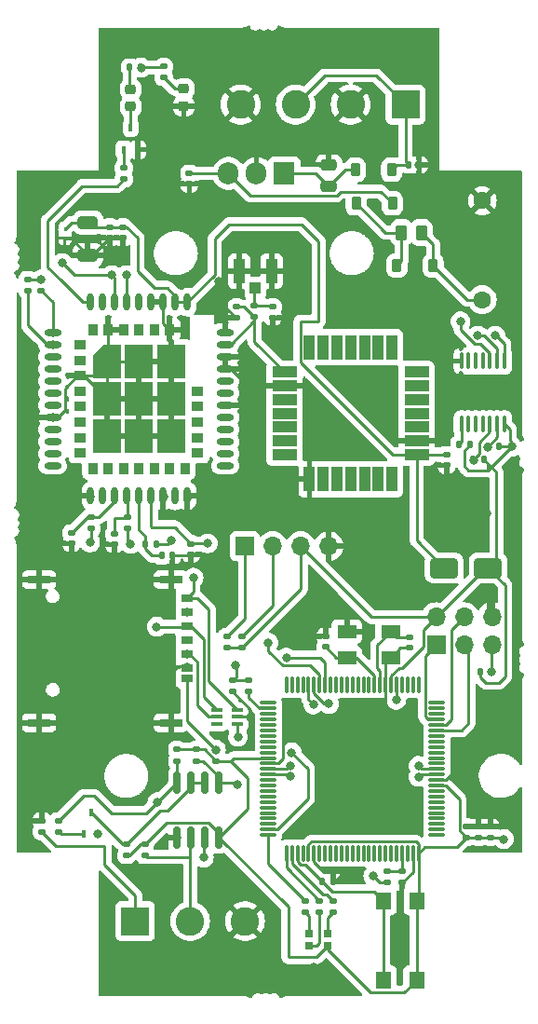
<source format=gbr>
%TF.GenerationSoftware,KiCad,Pcbnew,7.0.7*%
%TF.CreationDate,2023-10-05T08:38:53+02:00*%
%TF.ProjectId,Modbus_master,4d6f6462-7573-45f6-9d61-737465722e6b,rev?*%
%TF.SameCoordinates,PX4d3f640PY9988330*%
%TF.FileFunction,Copper,L1,Top*%
%TF.FilePolarity,Positive*%
%FSLAX46Y46*%
G04 Gerber Fmt 4.6, Leading zero omitted, Abs format (unit mm)*
G04 Created by KiCad (PCBNEW 7.0.7) date 2023-10-05 08:38:53*
%MOMM*%
%LPD*%
G01*
G04 APERTURE LIST*
G04 Aperture macros list*
%AMRoundRect*
0 Rectangle with rounded corners*
0 $1 Rounding radius*
0 $2 $3 $4 $5 $6 $7 $8 $9 X,Y pos of 4 corners*
0 Add a 4 corners polygon primitive as box body*
4,1,4,$2,$3,$4,$5,$6,$7,$8,$9,$2,$3,0*
0 Add four circle primitives for the rounded corners*
1,1,$1+$1,$2,$3*
1,1,$1+$1,$4,$5*
1,1,$1+$1,$6,$7*
1,1,$1+$1,$8,$9*
0 Add four rect primitives between the rounded corners*
20,1,$1+$1,$2,$3,$4,$5,0*
20,1,$1+$1,$4,$5,$6,$7,0*
20,1,$1+$1,$6,$7,$8,$9,0*
20,1,$1+$1,$8,$9,$2,$3,0*%
%AMFreePoly0*
4,1,15,-0.269998,1.555000,1.300000,1.555000,1.303536,1.553536,1.305000,1.550000,1.305000,-1.550000,1.303536,-1.553536,1.300000,-1.555000,-1.300000,-1.555000,-1.303536,-1.553536,-1.305000,-1.550000,-1.305001,0.520000,-1.303536,0.523536,-0.273536,1.553536,-0.270000,1.555001,-0.269998,1.555000,-0.269998,1.555000,$1*%
G04 Aperture macros list end*
%TA.AperFunction,SMDPad,CuDef*%
%ADD10R,2.300000X1.000000*%
%TD*%
%TA.AperFunction,SMDPad,CuDef*%
%ADD11R,1.000000X2.300000*%
%TD*%
%TA.AperFunction,SMDPad,CuDef*%
%ADD12R,0.800000X0.700000*%
%TD*%
%TA.AperFunction,SMDPad,CuDef*%
%ADD13RoundRect,0.140000X0.170000X-0.140000X0.170000X0.140000X-0.170000X0.140000X-0.170000X-0.140000X0*%
%TD*%
%TA.AperFunction,ComponentPad*%
%ADD14R,1.700000X1.700000*%
%TD*%
%TA.AperFunction,ComponentPad*%
%ADD15O,1.700000X1.700000*%
%TD*%
%TA.AperFunction,SMDPad,CuDef*%
%ADD16RoundRect,0.225000X-0.225000X-0.375000X0.225000X-0.375000X0.225000X0.375000X-0.225000X0.375000X0*%
%TD*%
%TA.AperFunction,SMDPad,CuDef*%
%ADD17RoundRect,0.135000X0.135000X0.185000X-0.135000X0.185000X-0.135000X-0.185000X0.135000X-0.185000X0*%
%TD*%
%TA.AperFunction,SMDPad,CuDef*%
%ADD18RoundRect,0.250000X0.475000X-0.250000X0.475000X0.250000X-0.475000X0.250000X-0.475000X-0.250000X0*%
%TD*%
%TA.AperFunction,SMDPad,CuDef*%
%ADD19RoundRect,0.140000X-0.170000X0.140000X-0.170000X-0.140000X0.170000X-0.140000X0.170000X0.140000X0*%
%TD*%
%TA.AperFunction,SMDPad,CuDef*%
%ADD20R,1.140000X0.800000*%
%TD*%
%TA.AperFunction,SMDPad,CuDef*%
%ADD21R,2.100000X0.700000*%
%TD*%
%TA.AperFunction,SMDPad,CuDef*%
%ADD22RoundRect,0.135000X0.185000X-0.135000X0.185000X0.135000X-0.185000X0.135000X-0.185000X-0.135000X0*%
%TD*%
%TA.AperFunction,SMDPad,CuDef*%
%ADD23RoundRect,0.135000X-0.185000X0.135000X-0.185000X-0.135000X0.185000X-0.135000X0.185000X0.135000X0*%
%TD*%
%TA.AperFunction,SMDPad,CuDef*%
%ADD24O,1.600000X0.600000*%
%TD*%
%TA.AperFunction,SMDPad,CuDef*%
%ADD25O,0.600000X1.600000*%
%TD*%
%TA.AperFunction,SMDPad,CuDef*%
%ADD26R,1.100000X0.900000*%
%TD*%
%TA.AperFunction,SMDPad,CuDef*%
%ADD27R,0.900000X1.100000*%
%TD*%
%TA.AperFunction,SMDPad,CuDef*%
%ADD28FreePoly0,0.000000*%
%TD*%
%TA.AperFunction,SMDPad,CuDef*%
%ADD29R,2.600000X3.100000*%
%TD*%
%TA.AperFunction,SMDPad,CuDef*%
%ADD30RoundRect,0.250000X-0.650000X0.325000X-0.650000X-0.325000X0.650000X-0.325000X0.650000X0.325000X0*%
%TD*%
%TA.AperFunction,SMDPad,CuDef*%
%ADD31RoundRect,0.135000X-0.135000X-0.185000X0.135000X-0.185000X0.135000X0.185000X-0.135000X0.185000X0*%
%TD*%
%TA.AperFunction,SMDPad,CuDef*%
%ADD32RoundRect,0.062500X0.062500X-0.117500X0.062500X0.117500X-0.062500X0.117500X-0.062500X-0.117500X0*%
%TD*%
%TA.AperFunction,SMDPad,CuDef*%
%ADD33RoundRect,0.075000X0.662500X0.075000X-0.662500X0.075000X-0.662500X-0.075000X0.662500X-0.075000X0*%
%TD*%
%TA.AperFunction,SMDPad,CuDef*%
%ADD34RoundRect,0.075000X0.075000X0.662500X-0.075000X0.662500X-0.075000X-0.662500X0.075000X-0.662500X0*%
%TD*%
%TA.AperFunction,SMDPad,CuDef*%
%ADD35R,0.450000X0.700000*%
%TD*%
%TA.AperFunction,SMDPad,CuDef*%
%ADD36R,1.400000X1.600000*%
%TD*%
%TA.AperFunction,SMDPad,CuDef*%
%ADD37RoundRect,0.218750X0.256250X-0.218750X0.256250X0.218750X-0.256250X0.218750X-0.256250X-0.218750X0*%
%TD*%
%TA.AperFunction,ComponentPad*%
%ADD38C,1.600000*%
%TD*%
%TA.AperFunction,ComponentPad*%
%ADD39R,2.600000X2.600000*%
%TD*%
%TA.AperFunction,ComponentPad*%
%ADD40C,2.600000*%
%TD*%
%TA.AperFunction,SMDPad,CuDef*%
%ADD41R,1.800000X1.200000*%
%TD*%
%TA.AperFunction,SMDPad,CuDef*%
%ADD42RoundRect,0.250000X-1.000000X-0.650000X1.000000X-0.650000X1.000000X0.650000X-1.000000X0.650000X0*%
%TD*%
%TA.AperFunction,SMDPad,CuDef*%
%ADD43R,1.000000X0.350000*%
%TD*%
%TA.AperFunction,SMDPad,CuDef*%
%ADD44R,1.000000X1.050000*%
%TD*%
%TA.AperFunction,SMDPad,CuDef*%
%ADD45R,1.050000X2.200000*%
%TD*%
%TA.AperFunction,SMDPad,CuDef*%
%ADD46RoundRect,0.250000X-0.262500X-0.450000X0.262500X-0.450000X0.262500X0.450000X-0.262500X0.450000X0*%
%TD*%
%TA.AperFunction,SMDPad,CuDef*%
%ADD47RoundRect,0.150000X-0.150000X0.825000X-0.150000X-0.825000X0.150000X-0.825000X0.150000X0.825000X0*%
%TD*%
%TA.AperFunction,SMDPad,CuDef*%
%ADD48RoundRect,0.100000X-0.100000X0.637500X-0.100000X-0.637500X0.100000X-0.637500X0.100000X0.637500X0*%
%TD*%
%TA.AperFunction,ComponentPad*%
%ADD49R,1.905000X2.000000*%
%TD*%
%TA.AperFunction,ComponentPad*%
%ADD50O,1.905000X2.000000*%
%TD*%
%TA.AperFunction,SMDPad,CuDef*%
%ADD51RoundRect,0.140000X-0.140000X-0.170000X0.140000X-0.170000X0.140000X0.170000X-0.140000X0.170000X0*%
%TD*%
%TA.AperFunction,ViaPad*%
%ADD52C,0.800000*%
%TD*%
%TA.AperFunction,Conductor*%
%ADD53C,0.250000*%
%TD*%
G04 APERTURE END LIST*
D10*
%TO.P,IC1,1,VCC*%
%TO.N,VCC_3.6*%
X64968600Y69056800D03*
%TO.P,IC1,2,GND_1*%
%TO.N,GND*%
X64968600Y70306800D03*
%TO.P,IC1,3,PA13*%
%TO.N,unconnected-(IC1-PA13-Pad3)*%
X64968600Y71556800D03*
%TO.P,IC1,4,PA14*%
%TO.N,unconnected-(IC1-PA14-Pad4)*%
X64968600Y72806800D03*
%TO.P,IC1,5,PB15*%
%TO.N,unconnected-(IC1-PB15-Pad5)*%
X64968600Y74056800D03*
%TO.P,IC1,6,PA15*%
%TO.N,unconnected-(IC1-PA15-Pad6)*%
X64968600Y75306800D03*
%TO.P,IC1,7,PB4*%
%TO.N,unconnected-(IC1-PB4-Pad7)*%
X64968600Y76556800D03*
D11*
%TO.P,IC1,8,PB3*%
%TO.N,unconnected-(IC1-PB3-Pad8)*%
X62718600Y78806800D03*
%TO.P,IC1,9,PB7*%
%TO.N,LoraRX*%
X61468600Y78806800D03*
%TO.P,IC1,10,PB6*%
%TO.N,LoraTX*%
X60218600Y78806800D03*
%TO.P,IC1,11,PB5*%
%TO.N,unconnected-(IC1-PB5-Pad11)*%
X58968600Y78806800D03*
%TO.P,IC1,12,PC1*%
%TO.N,unconnected-(IC1-PC1-Pad12)*%
X57718600Y78806800D03*
%TO.P,IC1,13,PC0*%
%TO.N,unconnected-(IC1-PC0-Pad13)*%
X56468600Y78806800D03*
%TO.P,IC1,14,GND_2*%
%TO.N,GND*%
X55218600Y78806800D03*
D10*
%TO.P,IC1,15,RFIO*%
%TO.N,RF_ANT*%
X52968600Y76556800D03*
%TO.P,IC1,16,GND_3*%
%TO.N,GND*%
X52968600Y75306800D03*
%TO.P,IC1,17,RST*%
%TO.N,unconnected-(IC1-RST-Pad17)*%
X52968600Y74056800D03*
%TO.P,IC1,18,PA3*%
%TO.N,unconnected-(IC1-PA3-Pad18)*%
X52968600Y72806800D03*
%TO.P,IC1,19,PA2*%
%TO.N,unconnected-(IC1-PA2-Pad19)*%
X52968600Y71556800D03*
%TO.P,IC1,20,PB10*%
%TO.N,unconnected-(IC1-PB10-Pad20)*%
X52968600Y70306800D03*
%TO.P,IC1,21,PA9*%
%TO.N,unconnected-(IC1-PA9-Pad21)*%
X52968600Y69056800D03*
D11*
%TO.P,IC1,22,GND_4*%
%TO.N,GND*%
X55218600Y66806800D03*
%TO.P,IC1,23,PA0*%
%TO.N,unconnected-(IC1-PA0-Pad23)*%
X56468600Y66806800D03*
%TO.P,IC1,24,PB13*%
%TO.N,unconnected-(IC1-PB13-Pad24)*%
X57718600Y66806800D03*
%TO.P,IC1,25,PB9*%
%TO.N,unconnected-(IC1-PB9-Pad25)*%
X58968600Y66806800D03*
%TO.P,IC1,26,PB14*%
%TO.N,unconnected-(IC1-PB14-Pad26)*%
X60218600Y66806800D03*
%TO.P,IC1,27,PA10*%
%TO.N,unconnected-(IC1-PA10-Pad27)*%
X61468600Y66806800D03*
%TO.P,IC1,28,PB0*%
%TO.N,unconnected-(IC1-PB0-Pad28)*%
X62718600Y66806800D03*
%TD*%
D12*
%TO.P,D2,1,K_RED*%
%TO.N,Net-(D2-K_RED)*%
X55203800Y25518600D03*
%TO.P,D2,2,K_BLUE*%
%TO.N,Net-(D2-K_BLUE)*%
X56903800Y25518600D03*
%TO.P,D2,3,COM_A*%
%TO.N,VCC_5*%
X56903800Y24418600D03*
%TO.P,D2,4,K_GREEN*%
%TO.N,Net-(D2-K_GREEN)*%
X55203800Y24418600D03*
%TD*%
D13*
%TO.P,C6,1*%
%TO.N,VCC_5*%
X71679400Y34272000D03*
%TO.P,C6,2*%
%TO.N,GND*%
X71679400Y35232000D03*
%TD*%
%TO.P,C17,1*%
%TO.N,GND*%
X67680800Y68085000D03*
%TO.P,C17,2*%
%TO.N,VCC_3.6*%
X67680800Y69045000D03*
%TD*%
D14*
%TO.P,J6,1,MISO*%
%TO.N,MISO*%
X66751800Y51744600D03*
D15*
%TO.P,J6,2,VCC*%
%TO.N,VCC_5*%
X66751800Y54284600D03*
%TO.P,J6,3,SCK*%
%TO.N,SCK*%
X69291800Y51744600D03*
%TO.P,J6,4,MOSI*%
%TO.N,MOSI*%
X69291800Y54284600D03*
%TO.P,J6,5,~{RST}*%
%TO.N,RESET*%
X71831800Y51744600D03*
%TO.P,J6,6,GND*%
%TO.N,GND*%
X71831800Y54284600D03*
%TD*%
D16*
%TO.P,D5,1,K*%
%TO.N,VCC_5*%
X59463000Y91876600D03*
%TO.P,D5,2,A*%
%TO.N,PWRSTATUS*%
X62763000Y91876600D03*
%TD*%
D17*
%TO.P,R30,1*%
%TO.N,VCC_5*%
X72468800Y69778600D03*
%TO.P,R30,2*%
%TO.N,UART1_TXD*%
X71448800Y69778600D03*
%TD*%
D18*
%TO.P,C10,1*%
%TO.N,VCC_12-24*%
X56972800Y93441200D03*
%TO.P,C10,2*%
%TO.N,GND*%
X56972800Y95341200D03*
%TD*%
D19*
%TO.P,C12,1*%
%TO.N,PWRSTATUS*%
X44298200Y94614600D03*
%TO.P,C12,2*%
%TO.N,GND*%
X44298200Y93654600D03*
%TD*%
D20*
%TO.P,J2,C1,VCC*%
%TO.N,SIM_VDD*%
X44100000Y50940000D03*
%TO.P,J2,C2,RST*%
%TO.N,Net-(D1-IO3)*%
X44100000Y53480000D03*
%TO.P,J2,C3,CLK*%
%TO.N,Net-(D1-IO2)*%
X44100000Y56020000D03*
%TO.P,J2,C5,GND_1*%
%TO.N,GND*%
X44100000Y49670000D03*
%TO.P,J2,C6,VPP*%
%TO.N,unconnected-(J2-VPP-PadC6)*%
X44100000Y52210000D03*
%TO.P,J2,C7,I/O*%
%TO.N,Net-(D1-IO1)*%
X44100000Y54750000D03*
%TO.P,J2,CD1,CD1*%
%TO.N,CD*%
X44100000Y48720000D03*
D21*
%TO.P,J2,G1,GND_2*%
%TO.N,GND*%
X42620000Y57690000D03*
%TO.P,J2,G2,GND_3*%
X30620000Y57690000D03*
%TO.P,J2,G3,GND_4*%
X30620000Y44690000D03*
%TO.P,J2,G4,GND_5*%
X42620000Y44690000D03*
%TD*%
D13*
%TO.P,C19,1*%
%TO.N,GND*%
X51900000Y81510000D03*
%TO.P,C19,2*%
%TO.N,Net-(J4-In)*%
X51900000Y82470000D03*
%TD*%
D22*
%TO.P,R4,1*%
%TO.N,Net-(D1-IO2)*%
X38660000Y62350000D03*
%TO.P,R4,2*%
%TO.N,SIM_CLK*%
X38660000Y63370000D03*
%TD*%
D19*
%TO.P,C3,1*%
%TO.N,SIM_DATA*%
X33560000Y61940000D03*
%TO.P,C3,2*%
%TO.N,GND*%
X33560000Y60980000D03*
%TD*%
D23*
%TO.P,R9,1*%
%TO.N,Net-(U1-PF0)*%
X62306800Y31198000D03*
%TO.P,R9,2*%
%TO.N,PWRSTATUS*%
X62306800Y30178000D03*
%TD*%
D24*
%TO.P,U4,1,UART1_TXD*%
%TO.N,SIM_TXD*%
X31860000Y80160000D03*
%TO.P,U4,2,UART1_RXD*%
%TO.N,SIM_RXD*%
X31860000Y79060000D03*
%TO.P,U4,3,UART1_RTS*%
%TO.N,unconnected-(U4-UART1_RTS-Pad3)*%
X31860000Y77960000D03*
%TO.P,U4,4,UART1_CTS*%
%TO.N,unconnected-(U4-UART1_CTS-Pad4)*%
X31860000Y76860000D03*
%TO.P,U4,5,UART1_DCD*%
%TO.N,unconnected-(U4-UART1_DCD-Pad5)*%
X31860000Y75760000D03*
%TO.P,U4,6,UART1_DTR*%
%TO.N,unconnected-(U4-UART1_DTR-Pad6)*%
X31860000Y74660000D03*
%TO.P,U4,7,UART1_RI*%
%TO.N,unconnected-(U4-UART1_RI-Pad7)*%
X31860000Y73560000D03*
%TO.P,U4,8,GND*%
%TO.N,GND*%
X31860000Y72460000D03*
%TO.P,U4,9,PCM_DIN*%
%TO.N,unconnected-(U4-PCM_DIN-Pad9)*%
X31860000Y71360000D03*
%TO.P,U4,10,PCM_DOUT*%
%TO.N,unconnected-(U4-PCM_DOUT-Pad10)*%
X31860000Y70260000D03*
%TO.P,U4,11,PCM_CLK*%
%TO.N,unconnected-(U4-PCM_CLK-Pad11)*%
X31860000Y69160000D03*
%TO.P,U4,12,PCM_SYNC*%
%TO.N,unconnected-(U4-PCM_SYNC-Pad12)*%
X31860000Y68060000D03*
D25*
%TO.P,U4,13,GND*%
%TO.N,GND*%
X35310000Y65310000D03*
%TO.P,U4,14,GPIO5*%
%TO.N,unconnected-(U4-GPIO5-Pad14)*%
X36410000Y65310000D03*
%TO.P,U4,15,SIM_DATA*%
%TO.N,SIM_DATA*%
X37510000Y65310000D03*
%TO.P,U4,16,SIM_CLK*%
%TO.N,SIM_CLK*%
X38610000Y65310000D03*
%TO.P,U4,17,SIM_RST*%
%TO.N,SIM_RST*%
X39710000Y65310000D03*
%TO.P,U4,18,SIM_VDD*%
%TO.N,SIM_VDD*%
X40810000Y65310000D03*
%TO.P,U4,19,GND*%
%TO.N,GND*%
X41910000Y65310000D03*
%TO.P,U4,20,USB_BOOT*%
%TO.N,unconnected-(U4-USB_BOOT-Pad20)*%
X43010000Y65310000D03*
%TO.P,U4,21,GND*%
%TO.N,GND*%
X44110000Y65310000D03*
D24*
%TO.P,U4,22,UART2_TXD*%
%TO.N,unconnected-(U4-UART2_TXD-Pad22)*%
X47560000Y68060000D03*
%TO.P,U4,23,UART2_RXD*%
%TO.N,unconnected-(U4-UART2_RXD-Pad23)*%
X47560000Y69160000D03*
%TO.P,U4,24,USB_VBUS*%
%TO.N,unconnected-(U4-USB_VBUS-Pad24)*%
X47560000Y70260000D03*
%TO.P,U4,25,USB_DP*%
%TO.N,unconnected-(U4-USB_DP-Pad25)*%
X47560000Y71360000D03*
%TO.P,U4,26,USB_DM*%
%TO.N,unconnected-(U4-USB_DM-Pad26)*%
X47560000Y72460000D03*
%TO.P,U4,27,GND*%
%TO.N,GND*%
X47560000Y73560000D03*
%TO.P,U4,28*%
%TO.N,N/C*%
X47560000Y74660000D03*
%TO.P,U4,29*%
X47560000Y75760000D03*
%TO.P,U4,30,GND*%
%TO.N,GND*%
X47560000Y76860000D03*
%TO.P,U4,31,GND*%
X47560000Y77960000D03*
%TO.P,U4,32,RF_ANT*%
%TO.N,RF_ANT*%
X47560000Y79060000D03*
%TO.P,U4,33,GND*%
%TO.N,GND*%
X47560000Y80160000D03*
D25*
%TO.P,U4,34,VBAT*%
%TO.N,VCC_3.6*%
X44110000Y82910000D03*
%TO.P,U4,35,VBAT*%
X43010000Y82910000D03*
%TO.P,U4,36,GND*%
%TO.N,GND*%
X41910000Y82910000D03*
%TO.P,U4,37,GND*%
X40810000Y82910000D03*
%TO.P,U4,38,ADC*%
%TO.N,unconnected-(U4-ADC-Pad38)*%
X39710000Y82910000D03*
%TO.P,U4,39,PWRKEY*%
%TO.N,SIM_PWRKEY*%
X38610000Y82910000D03*
%TO.P,U4,40,VDD_EXT*%
%TO.N,VDD_EXT*%
X37510000Y82910000D03*
%TO.P,U4,41,NETLIGHT*%
%TO.N,unconnected-(U4-NETLIGHT-Pad41)*%
X36410000Y82910000D03*
%TO.P,U4,42,STATUS*%
%TO.N,STATUS*%
X35310000Y82910000D03*
D26*
%TO.P,U4,43,ANT_CONTROL1*%
%TO.N,unconnected-(U4-ANT_CONTROL1-Pad43)*%
X34360000Y79010000D03*
%TO.P,U4,44,ANT_CONTROL0*%
%TO.N,unconnected-(U4-ANT_CONTROL0-Pad44)*%
X34360000Y77610000D03*
%TO.P,U4,45,GND*%
%TO.N,GND*%
X34360000Y76210000D03*
%TO.P,U4,46*%
%TO.N,N/C*%
X34360000Y74810000D03*
%TO.P,U4,47*%
X34360000Y73410000D03*
%TO.P,U4,48,SPI_CS*%
%TO.N,unconnected-(U4-SPI_CS-Pad48)*%
X34360000Y72010000D03*
%TO.P,U4,49,SPI_MOSI*%
%TO.N,unconnected-(U4-SPI_MOSI-Pad49)*%
X34360000Y70610000D03*
%TO.P,U4,50,SPI_CLK*%
%TO.N,unconnected-(U4-SPI_CLK-Pad50)*%
X34360000Y69210000D03*
D27*
%TO.P,U4,51,SPI_MISO*%
%TO.N,unconnected-(U4-SPI_MISO-Pad51)*%
X35510000Y67810000D03*
%TO.P,U4,52*%
%TO.N,N/C*%
X36910000Y67810000D03*
%TO.P,U4,53*%
X38310000Y67810000D03*
%TO.P,U4,54*%
X39710000Y67810000D03*
%TO.P,U4,55*%
X41110000Y67810000D03*
%TO.P,U4,56*%
X42510000Y67810000D03*
%TO.P,U4,57,GPIO1*%
%TO.N,unconnected-(U4-GPIO1-Pad57)*%
X43910000Y67810000D03*
D26*
%TO.P,U4,58,GPIO2*%
%TO.N,unconnected-(U4-GPIO2-Pad58)*%
X45060000Y69210000D03*
%TO.P,U4,59,GPIO3*%
%TO.N,unconnected-(U4-GPIO3-Pad59)*%
X45060000Y70610000D03*
%TO.P,U4,60,GPIO4*%
%TO.N,unconnected-(U4-GPIO4-Pad60)*%
X45060000Y72010000D03*
%TO.P,U4,61,UART3_TXD*%
%TO.N,unconnected-(U4-UART3_TXD-Pad61)*%
X45060000Y73410000D03*
%TO.P,U4,62,UART3_RXD*%
%TO.N,unconnected-(U4-UART3_RXD-Pad62)*%
X45060000Y74810000D03*
D27*
%TO.P,U4,63,GND*%
%TO.N,GND*%
X42510000Y80410000D03*
%TO.P,U4,64,I2C_SDA*%
%TO.N,unconnected-(U4-I2C_SDA-Pad64)*%
X41110000Y80410000D03*
%TO.P,U4,65,I2C_SCL*%
%TO.N,unconnected-(U4-I2C_SCL-Pad65)*%
X39710000Y80410000D03*
%TO.P,U4,66,GND*%
%TO.N,GND*%
X38310000Y80410000D03*
%TO.P,U4,67,GND*%
X36910000Y80410000D03*
%TO.P,U4,68,GNSS_ANT*%
%TO.N,unconnected-(U4-GNSS_ANT-Pad68)*%
X35510000Y80410000D03*
D28*
%TO.P,U4,69,GND*%
%TO.N,GND*%
X36810000Y77510000D03*
D29*
%TO.P,U4,70,GND*%
X36810000Y74110000D03*
%TO.P,U4,71,GND*%
X36810000Y70710000D03*
%TO.P,U4,72,GND*%
X39710000Y70710000D03*
%TO.P,U4,73,GND*%
X42610000Y70710000D03*
%TO.P,U4,74,GND*%
X42610000Y74110000D03*
%TO.P,U4,75,GND*%
X42610000Y77510000D03*
%TO.P,U4,76,GND*%
X39710000Y77510000D03*
%TO.P,U4,77,GND*%
X39710000Y74110000D03*
%TD*%
D13*
%TO.P,C18,1*%
%TO.N,GND*%
X48600000Y81530000D03*
%TO.P,C18,2*%
%TO.N,RF_ANT*%
X48600000Y82490000D03*
%TD*%
D23*
%TO.P,R26,1*%
%TO.N,VDD_EXT*%
X29617000Y84969800D03*
%TO.P,R26,2*%
%TO.N,SIM_RXD*%
X29617000Y83949800D03*
%TD*%
D22*
%TO.P,R2,1*%
%TO.N,Net-(D1-IO1)*%
X35360000Y62350000D03*
%TO.P,R2,2*%
%TO.N,SIM_DATA*%
X35360000Y63370000D03*
%TD*%
%TO.P,R11,1*%
%TO.N,VCC_5*%
X49098800Y51488600D03*
%TO.P,R11,2*%
%TO.N,SDA*%
X49098800Y52508600D03*
%TD*%
D30*
%TO.P,C16,1*%
%TO.N,VCC_3.6*%
X35060000Y90135000D03*
%TO.P,C16,2*%
%TO.N,GND*%
X35060000Y87185000D03*
%TD*%
D22*
%TO.P,R7,1*%
%TO.N,UART2_RXD*%
X44950000Y41230000D03*
%TO.P,R7,2*%
%TO.N,VCC_5*%
X44950000Y42250000D03*
%TD*%
D31*
%TO.P,R25,1*%
%TO.N,Net-(D7-A)*%
X38862500Y104247500D03*
%TO.P,R25,2*%
%TO.N,VCC_5*%
X39882500Y104247500D03*
%TD*%
%TO.P,R28,1*%
%TO.N,Net-(U5-EN)*%
X68805200Y69956400D03*
%TO.P,R28,2*%
%TO.N,VCC_5*%
X69825200Y69956400D03*
%TD*%
D22*
%TO.P,R14,1*%
%TO.N,VCC_5*%
X46700000Y41220000D03*
%TO.P,R14,2*%
%TO.N,CD*%
X46700000Y42240000D03*
%TD*%
D32*
%TO.P,D9,1,K*%
%TO.N,VCC_3.6*%
X32990000Y89570000D03*
%TO.P,D9,2,A*%
%TO.N,GND*%
X32990000Y88730000D03*
%TD*%
D19*
%TO.P,C4,1*%
%TO.N,SIM_CLK*%
X37460000Y61840000D03*
%TO.P,C4,2*%
%TO.N,GND*%
X37460000Y60880000D03*
%TD*%
D33*
%TO.P,U1,1,PG5*%
%TO.N,unconnected-(U1-PG5-Pad1)*%
X66795700Y34484100D03*
%TO.P,U1,2,PE0*%
%TO.N,unconnected-(U1-PE0-Pad2)*%
X66795700Y34984100D03*
%TO.P,U1,3,PE1*%
%TO.N,unconnected-(U1-PE1-Pad3)*%
X66795700Y35484100D03*
%TO.P,U1,4,PE2*%
%TO.N,unconnected-(U1-PE2-Pad4)*%
X66795700Y35984100D03*
%TO.P,U1,5,PE3*%
%TO.N,unconnected-(U1-PE3-Pad5)*%
X66795700Y36484100D03*
%TO.P,U1,6,PE4*%
%TO.N,unconnected-(U1-PE4-Pad6)*%
X66795700Y36984100D03*
%TO.P,U1,7,PE5*%
%TO.N,unconnected-(U1-PE5-Pad7)*%
X66795700Y37484100D03*
%TO.P,U1,8,PE6*%
%TO.N,unconnected-(U1-PE6-Pad8)*%
X66795700Y37984100D03*
%TO.P,U1,9,PE7*%
%TO.N,unconnected-(U1-PE7-Pad9)*%
X66795700Y38484100D03*
%TO.P,U1,10,VCC*%
%TO.N,VCC_5*%
X66795700Y38984100D03*
%TO.P,U1,11,GND*%
%TO.N,GND*%
X66795700Y39484100D03*
%TO.P,U1,12,PH0*%
%TO.N,UART2_RXD*%
X66795700Y39984100D03*
%TO.P,U1,13,PH1*%
%TO.N,UART2_TXD*%
X66795700Y40484100D03*
%TO.P,U1,14,PH2*%
%TO.N,unconnected-(U1-PH2-Pad14)*%
X66795700Y40984100D03*
%TO.P,U1,15,PH3*%
%TO.N,unconnected-(U1-PH3-Pad15)*%
X66795700Y41484100D03*
%TO.P,U1,16,PH4*%
%TO.N,unconnected-(U1-PH4-Pad16)*%
X66795700Y41984100D03*
%TO.P,U1,17,PH5*%
%TO.N,unconnected-(U1-PH5-Pad17)*%
X66795700Y42484100D03*
%TO.P,U1,18,PH6*%
%TO.N,unconnected-(U1-PH6-Pad18)*%
X66795700Y42984100D03*
%TO.P,U1,19,PB0*%
%TO.N,unconnected-(U1-PB0-Pad19)*%
X66795700Y43484100D03*
%TO.P,U1,20,PB1*%
%TO.N,SCK*%
X66795700Y43984100D03*
%TO.P,U1,21,PB2*%
%TO.N,MOSI*%
X66795700Y44484100D03*
%TO.P,U1,22,PB3*%
%TO.N,MISO*%
X66795700Y44984100D03*
%TO.P,U1,23,PB4*%
%TO.N,unconnected-(U1-PB4-Pad23)*%
X66795700Y45484100D03*
%TO.P,U1,24,PB5*%
%TO.N,unconnected-(U1-PB5-Pad24)*%
X66795700Y45984100D03*
%TO.P,U1,25,PB6*%
%TO.N,unconnected-(U1-PB6-Pad25)*%
X66795700Y46484100D03*
D34*
%TO.P,U1,26,PB7*%
%TO.N,unconnected-(U1-PB7-Pad26)*%
X65133200Y48146600D03*
%TO.P,U1,27,PH7*%
%TO.N,unconnected-(U1-PH7-Pad27)*%
X64633200Y48146600D03*
%TO.P,U1,28,PG3*%
%TO.N,unconnected-(U1-PG3-Pad28)*%
X64133200Y48146600D03*
%TO.P,U1,29,PG4*%
%TO.N,unconnected-(U1-PG4-Pad29)*%
X63633200Y48146600D03*
%TO.P,U1,30,~{RESET}*%
%TO.N,RESET*%
X63133200Y48146600D03*
%TO.P,U1,31,VCC*%
%TO.N,VCC_5*%
X62633200Y48146600D03*
%TO.P,U1,32,GND*%
%TO.N,GND*%
X62133200Y48146600D03*
%TO.P,U1,33,XTAL2*%
%TO.N,Net-(U1-XTAL2)*%
X61633200Y48146600D03*
%TO.P,U1,34,XTAL1*%
%TO.N,Net-(U1-XTAL1)*%
X61133200Y48146600D03*
%TO.P,U1,35,PL0*%
%TO.N,unconnected-(U1-PL0-Pad35)*%
X60633200Y48146600D03*
%TO.P,U1,36,PL1*%
%TO.N,unconnected-(U1-PL1-Pad36)*%
X60133200Y48146600D03*
%TO.P,U1,37,PL2*%
%TO.N,unconnected-(U1-PL2-Pad37)*%
X59633200Y48146600D03*
%TO.P,U1,38,PL3*%
%TO.N,unconnected-(U1-PL3-Pad38)*%
X59133200Y48146600D03*
%TO.P,U1,39,PL4*%
%TO.N,unconnected-(U1-PL4-Pad39)*%
X58633200Y48146600D03*
%TO.P,U1,40,PL5*%
%TO.N,unconnected-(U1-PL5-Pad40)*%
X58133200Y48146600D03*
%TO.P,U1,41,PL6*%
%TO.N,unconnected-(U1-PL6-Pad41)*%
X57633200Y48146600D03*
%TO.P,U1,42,PL7*%
%TO.N,unconnected-(U1-PL7-Pad42)*%
X57133200Y48146600D03*
%TO.P,U1,43,PD0*%
%TO.N,SCL*%
X56633200Y48146600D03*
%TO.P,U1,44,PD1*%
%TO.N,SDA*%
X56133200Y48146600D03*
%TO.P,U1,45,PD2*%
%TO.N,UART1_RXD*%
X55633200Y48146600D03*
%TO.P,U1,46,PD3*%
%TO.N,UART1_TXD*%
X55133200Y48146600D03*
%TO.P,U1,47,PD4*%
%TO.N,unconnected-(U1-PD4-Pad47)*%
X54633200Y48146600D03*
%TO.P,U1,48,PD5*%
%TO.N,unconnected-(U1-PD5-Pad48)*%
X54133200Y48146600D03*
%TO.P,U1,49,PD6*%
%TO.N,unconnected-(U1-PD6-Pad49)*%
X53633200Y48146600D03*
%TO.P,U1,50,PD7*%
%TO.N,unconnected-(U1-PD7-Pad50)*%
X53133200Y48146600D03*
D33*
%TO.P,U1,51,PG0*%
%TO.N,unconnected-(U1-PG0-Pad51)*%
X51470700Y46484100D03*
%TO.P,U1,52,PG1*%
%TO.N,PWRKEY*%
X51470700Y45984100D03*
%TO.P,U1,53,PC0*%
%TO.N,unconnected-(U1-PC0-Pad53)*%
X51470700Y45484100D03*
%TO.P,U1,54,PC1*%
%TO.N,unconnected-(U1-PC1-Pad54)*%
X51470700Y44984100D03*
%TO.P,U1,55,PC2*%
%TO.N,unconnected-(U1-PC2-Pad55)*%
X51470700Y44484100D03*
%TO.P,U1,56,PC3*%
%TO.N,unconnected-(U1-PC3-Pad56)*%
X51470700Y43984100D03*
%TO.P,U1,57,PC4*%
%TO.N,unconnected-(U1-PC4-Pad57)*%
X51470700Y43484100D03*
%TO.P,U1,58,PC5*%
%TO.N,unconnected-(U1-PC5-Pad58)*%
X51470700Y42984100D03*
%TO.P,U1,59,PC6*%
%TO.N,unconnected-(U1-PC6-Pad59)*%
X51470700Y42484100D03*
%TO.P,U1,60,PC7*%
%TO.N,unconnected-(U1-PC7-Pad60)*%
X51470700Y41984100D03*
%TO.P,U1,61,VCC*%
%TO.N,VCC_5*%
X51470700Y41484100D03*
%TO.P,U1,62,GND*%
%TO.N,GND*%
X51470700Y40984100D03*
%TO.P,U1,63,PJ0*%
%TO.N,LoraTX*%
X51470700Y40484100D03*
%TO.P,U1,64,PJ1*%
%TO.N,LoraRX*%
X51470700Y39984100D03*
%TO.P,U1,65,PJ2*%
%TO.N,unconnected-(U1-PJ2-Pad65)*%
X51470700Y39484100D03*
%TO.P,U1,66,PJ3*%
%TO.N,unconnected-(U1-PJ3-Pad66)*%
X51470700Y38984100D03*
%TO.P,U1,67,PJ4*%
%TO.N,unconnected-(U1-PJ4-Pad67)*%
X51470700Y38484100D03*
%TO.P,U1,68,PJ5*%
%TO.N,unconnected-(U1-PJ5-Pad68)*%
X51470700Y37984100D03*
%TO.P,U1,69,PJ6*%
%TO.N,unconnected-(U1-PJ6-Pad69)*%
X51470700Y37484100D03*
%TO.P,U1,70,PG2*%
%TO.N,unconnected-(U1-PG2-Pad70)*%
X51470700Y36984100D03*
%TO.P,U1,71,PA7*%
%TO.N,unconnected-(U1-PA7-Pad71)*%
X51470700Y36484100D03*
%TO.P,U1,72,PA6*%
%TO.N,unconnected-(U1-PA6-Pad72)*%
X51470700Y35984100D03*
%TO.P,U1,73,PA5*%
%TO.N,unconnected-(U1-PA5-Pad73)*%
X51470700Y35484100D03*
%TO.P,U1,74,PA4*%
%TO.N,CD*%
X51470700Y34984100D03*
%TO.P,U1,75,PA3*%
%TO.N,LED_RED*%
X51470700Y34484100D03*
D34*
%TO.P,U1,76,PA2*%
%TO.N,LED_GREEN*%
X53133200Y32821600D03*
%TO.P,U1,77,PA1*%
%TO.N,LED_BLUE*%
X53633200Y32821600D03*
%TO.P,U1,78,PA0*%
%TO.N,Net-(U1-PA0)*%
X54133200Y32821600D03*
%TO.P,U1,79,PJ7*%
%TO.N,unconnected-(U1-PJ7-Pad79)*%
X54633200Y32821600D03*
%TO.P,U1,80,VCC*%
%TO.N,VCC_5*%
X55133200Y32821600D03*
%TO.P,U1,81,GND*%
%TO.N,GND*%
X55633200Y32821600D03*
%TO.P,U1,82,PK7*%
%TO.N,unconnected-(U1-PK7-Pad82)*%
X56133200Y32821600D03*
%TO.P,U1,83,PK6*%
%TO.N,unconnected-(U1-PK6-Pad83)*%
X56633200Y32821600D03*
%TO.P,U1,84,PK5*%
%TO.N,unconnected-(U1-PK5-Pad84)*%
X57133200Y32821600D03*
%TO.P,U1,85,PK4*%
%TO.N,unconnected-(U1-PK4-Pad85)*%
X57633200Y32821600D03*
%TO.P,U1,86,PK3*%
%TO.N,unconnected-(U1-PK3-Pad86)*%
X58133200Y32821600D03*
%TO.P,U1,87,PK2*%
%TO.N,unconnected-(U1-PK2-Pad87)*%
X58633200Y32821600D03*
%TO.P,U1,88,PK1*%
%TO.N,unconnected-(U1-PK1-Pad88)*%
X59133200Y32821600D03*
%TO.P,U1,89,PK0*%
%TO.N,unconnected-(U1-PK0-Pad89)*%
X59633200Y32821600D03*
%TO.P,U1,90,PF7*%
%TO.N,unconnected-(U1-PF7-Pad90)*%
X60133200Y32821600D03*
%TO.P,U1,91,PF6*%
%TO.N,unconnected-(U1-PF6-Pad91)*%
X60633200Y32821600D03*
%TO.P,U1,92,PF5*%
%TO.N,unconnected-(U1-PF5-Pad92)*%
X61133200Y32821600D03*
%TO.P,U1,93,PF4*%
%TO.N,unconnected-(U1-PF4-Pad93)*%
X61633200Y32821600D03*
%TO.P,U1,94,PF3*%
%TO.N,unconnected-(U1-PF3-Pad94)*%
X62133200Y32821600D03*
%TO.P,U1,95,PF2*%
%TO.N,unconnected-(U1-PF2-Pad95)*%
X62633200Y32821600D03*
%TO.P,U1,96,PF1*%
%TO.N,unconnected-(U1-PF1-Pad96)*%
X63133200Y32821600D03*
%TO.P,U1,97,PF0*%
%TO.N,Net-(U1-PF0)*%
X63633200Y32821600D03*
%TO.P,U1,98,AREF*%
%TO.N,unconnected-(U1-AREF-Pad98)*%
X64133200Y32821600D03*
%TO.P,U1,99,GND*%
%TO.N,GND*%
X64633200Y32821600D03*
%TO.P,U1,100,AVCC*%
%TO.N,VCC_5*%
X65133200Y32821600D03*
%TD*%
D16*
%TO.P,D4,1,K*%
%TO.N,VCC_12-24*%
X59386800Y94924600D03*
%TO.P,D4,2,A*%
%TO.N,Net-(D4-A)*%
X62686800Y94924600D03*
%TD*%
D35*
%TO.P,Q1,1,B*%
%TO.N,Net-(Q1-B)*%
X34675000Y34565000D03*
%TO.P,Q1,2,E*%
%TO.N,GND*%
X35975000Y34565000D03*
%TO.P,Q1,3,C*%
%TO.N,485-EN*%
X35325000Y36565000D03*
%TD*%
D36*
%TO.P,SW1,1,1*%
%TO.N,Net-(U1-PA0)*%
X61958400Y28522200D03*
%TO.P,SW1,2,2*%
X61958400Y21322200D03*
%TO.P,SW1,3,3*%
%TO.N,VCC_5*%
X64958400Y28522200D03*
%TO.P,SW1,4,4*%
X64958400Y21322200D03*
%TD*%
D22*
%TO.P,R18,1*%
%TO.N,Net-(Q1-B)*%
X32425000Y34755000D03*
%TO.P,R18,2*%
%TO.N,UART2_TXD*%
X32425000Y35775000D03*
%TD*%
D19*
%TO.P,C15,1*%
%TO.N,VCC_3.6*%
X37060000Y89740000D03*
%TO.P,C15,2*%
%TO.N,GND*%
X37060000Y88780000D03*
%TD*%
D22*
%TO.P,R22,1*%
%TO.N,Net-(D3-A)*%
X41982500Y103302500D03*
%TO.P,R22,2*%
%TO.N,VCC_5*%
X41982500Y104322500D03*
%TD*%
D23*
%TO.P,R10,1*%
%TO.N,Net-(U1-PF0)*%
X63678400Y31198000D03*
%TO.P,R10,2*%
%TO.N,GND*%
X63678400Y30178000D03*
%TD*%
D13*
%TO.P,C9,1*%
%TO.N,VCC_5*%
X69495000Y34272000D03*
%TO.P,C9,2*%
%TO.N,GND*%
X69495000Y35232000D03*
%TD*%
D37*
%TO.P,D7,1,K*%
%TO.N,Net-(D7-K)*%
X38960000Y100672500D03*
%TO.P,D7,2,A*%
%TO.N,Net-(D7-A)*%
X38960000Y102247500D03*
%TD*%
D13*
%TO.P,C8,1*%
%TO.N,VCC_5*%
X70587200Y34272000D03*
%TO.P,C8,2*%
%TO.N,GND*%
X70587200Y35232000D03*
%TD*%
D37*
%TO.P,D3,1,K*%
%TO.N,GND*%
X43790000Y100722500D03*
%TO.P,D3,2,A*%
%TO.N,Net-(D3-A)*%
X43790000Y102297500D03*
%TD*%
D38*
%TO.P,C13,1*%
%TO.N,Net-(D8-A)*%
X70940000Y83130000D03*
%TO.P,C13,2*%
%TO.N,GND*%
X70940000Y92130000D03*
%TD*%
D39*
%TO.P,J1,1,Pin_1*%
%TO.N,Net-(J1-Pin_1)*%
X39360000Y26660000D03*
D40*
%TO.P,J1,2,Pin_2*%
%TO.N,Net-(J1-Pin_2)*%
X44360000Y26660000D03*
%TO.P,J1,3,Pin_3*%
%TO.N,GND*%
X49360000Y26660000D03*
%TD*%
D17*
%TO.P,R29,1*%
%TO.N,VCC_5*%
X71122600Y68584800D03*
%TO.P,R29,2*%
%TO.N,UART1_RXD*%
X70102600Y68584800D03*
%TD*%
D41*
%TO.P,Y1,1,1*%
%TO.N,Net-(U1-XTAL1)*%
X58613900Y50596200D03*
%TO.P,Y1,2,2*%
%TO.N,GND*%
X62613900Y50596200D03*
%TO.P,Y1,3,3*%
%TO.N,Net-(U1-XTAL2)*%
X62613900Y52996200D03*
%TO.P,Y1,4,4*%
%TO.N,GND*%
X58613900Y52996200D03*
%TD*%
D19*
%TO.P,C1,1*%
%TO.N,GND*%
X56668000Y52526800D03*
%TO.P,C1,2*%
%TO.N,Net-(U1-XTAL1)*%
X56668000Y51566800D03*
%TD*%
D17*
%TO.P,R3,1*%
%TO.N,Net-(D1-IO3)*%
X41270000Y60960000D03*
%TO.P,R3,2*%
%TO.N,SIM_RST*%
X40250000Y60960000D03*
%TD*%
D23*
%TO.P,R16,1*%
%TO.N,LED_GREEN*%
X56130000Y28500000D03*
%TO.P,R16,2*%
%TO.N,Net-(D2-K_GREEN)*%
X56130000Y27480000D03*
%TD*%
D42*
%TO.P,D6,1,K*%
%TO.N,VCC_3.6*%
X67469600Y58755000D03*
%TO.P,D6,2,A*%
%TO.N,VCC_5*%
X71469600Y58755000D03*
%TD*%
D43*
%TO.P,D1,1,IO1*%
%TO.N,Net-(D1-IO1)*%
X48677200Y44565600D03*
%TO.P,D1,2,GND*%
%TO.N,GND*%
X48677200Y45215600D03*
%TO.P,D1,3,IO2*%
%TO.N,Net-(D1-IO2)*%
X48677200Y45865600D03*
%TO.P,D1,4,IO3*%
%TO.N,Net-(D1-IO3)*%
X46777200Y45865600D03*
%TO.P,D1,5,IO4*%
%TO.N,SIM_VDD*%
X46777200Y45215600D03*
%TO.P,D1,6,IO5*%
%TO.N,unconnected-(D1-IO5-Pad6)*%
X46777200Y44565600D03*
%TD*%
D22*
%TO.P,R23,1*%
%TO.N,STATUS*%
X38330000Y94090000D03*
%TO.P,R23,2*%
%TO.N,Net-(Q2-B)*%
X38330000Y95110000D03*
%TD*%
D35*
%TO.P,Q2,1,B*%
%TO.N,Net-(Q2-B)*%
X38310000Y96760000D03*
%TO.P,Q2,2,E*%
%TO.N,GND*%
X39610000Y96760000D03*
%TO.P,Q2,3,C*%
%TO.N,Net-(D7-K)*%
X38960000Y98760000D03*
%TD*%
D16*
%TO.P,D8,1,K*%
%TO.N,VCC_5*%
X63171400Y86237800D03*
%TO.P,D8,2,A*%
%TO.N,Net-(D8-A)*%
X66471400Y86237800D03*
%TD*%
D44*
%TO.P,J4,1,In*%
%TO.N,Net-(J4-In)*%
X50300000Y84190000D03*
D45*
%TO.P,J4,2,Ext*%
%TO.N,GND*%
X48825000Y85715000D03*
X51775000Y85715000D03*
%TD*%
D46*
%TO.P,R24,1*%
%TO.N,VCC_5*%
X63578700Y89235000D03*
%TO.P,R24,2*%
%TO.N,Net-(D8-A)*%
X65403700Y89235000D03*
%TD*%
D22*
%TO.P,R12,1*%
%TO.N,UART2_TXD*%
X43175000Y41230000D03*
%TO.P,R12,2*%
%TO.N,VCC_5*%
X43175000Y42250000D03*
%TD*%
D23*
%TO.P,R21,1*%
%TO.N,SIM_PWRKEY*%
X48243000Y48536200D03*
%TO.P,R21,2*%
%TO.N,GND*%
X48243000Y47516200D03*
%TD*%
D47*
%TO.P,U2,1,RO*%
%TO.N,UART2_RXD*%
X46965000Y39235000D03*
%TO.P,U2,2,~{RE}*%
%TO.N,485-EN*%
X45695000Y39235000D03*
%TO.P,U2,3,DE*%
X44425000Y39235000D03*
%TO.P,U2,4,DI*%
%TO.N,UART2_TXD*%
X43155000Y39235000D03*
%TO.P,U2,5,GND*%
%TO.N,GND*%
X43155000Y34285000D03*
%TO.P,U2,6,A*%
%TO.N,Net-(J1-Pin_2)*%
X44425000Y34285000D03*
%TO.P,U2,7,B*%
%TO.N,Net-(J1-Pin_1)*%
X45695000Y34285000D03*
%TO.P,U2,8,VCC*%
%TO.N,VCC_5*%
X46965000Y34285000D03*
%TD*%
D22*
%TO.P,R19,1*%
%TO.N,VCC_5*%
X38575000Y32630000D03*
%TO.P,R19,2*%
%TO.N,485-EN*%
X38575000Y33650000D03*
%TD*%
D14*
%TO.P,J3,1,Pin_1*%
%TO.N,SCL*%
X49352800Y60736200D03*
D15*
%TO.P,J3,2,Pin_2*%
%TO.N,SDA*%
X51892800Y60736200D03*
%TO.P,J3,3,Pin_3*%
%TO.N,VCC_5*%
X54432800Y60736200D03*
%TO.P,J3,4,Pin_4*%
%TO.N,GND*%
X56972800Y60736200D03*
%TD*%
D23*
%TO.P,R15,1*%
%TO.N,LED_RED*%
X54855000Y28500000D03*
%TO.P,R15,2*%
%TO.N,Net-(D2-K_RED)*%
X54855000Y27480000D03*
%TD*%
D22*
%TO.P,R20,1*%
%TO.N,PWRKEY*%
X49683000Y47526200D03*
%TO.P,R20,2*%
%TO.N,SIM_PWRKEY*%
X49683000Y48546200D03*
%TD*%
D48*
%TO.P,U5,1,Vref_A*%
%TO.N,VDD_EXT*%
X72943600Y77568700D03*
%TO.P,U5,2,A1*%
%TO.N,SIM_RXD*%
X72293600Y77568700D03*
%TO.P,U5,3,A2*%
%TO.N,SIM_TXD*%
X71643600Y77568700D03*
%TO.P,U5,4,A3*%
%TO.N,unconnected-(U5-A3-Pad4)*%
X70993600Y77568700D03*
%TO.P,U5,5,A4*%
%TO.N,unconnected-(U5-A4-Pad5)*%
X70343600Y77568700D03*
%TO.P,U5,6,NC*%
%TO.N,unconnected-(U5-NC-Pad6)*%
X69693600Y77568700D03*
%TO.P,U5,7,GND*%
%TO.N,GND*%
X69043600Y77568700D03*
%TO.P,U5,8,EN*%
%TO.N,Net-(U5-EN)*%
X69043600Y71843700D03*
%TO.P,U5,9,NC*%
%TO.N,unconnected-(U5-NC-Pad9)*%
X69693600Y71843700D03*
%TO.P,U5,10,B4*%
%TO.N,unconnected-(U5-B4-Pad10)*%
X70343600Y71843700D03*
%TO.P,U5,11,B3*%
%TO.N,unconnected-(U5-B3-Pad11)*%
X70993600Y71843700D03*
%TO.P,U5,12,B2*%
%TO.N,UART1_RXD*%
X71643600Y71843700D03*
%TO.P,U5,13,B1*%
%TO.N,UART1_TXD*%
X72293600Y71843700D03*
%TO.P,U5,14,Vref_B*%
%TO.N,VCC_5*%
X72943600Y71843700D03*
%TD*%
D31*
%TO.P,R13,1*%
%TO.N,Net-(U1-PA0)*%
X56386800Y30288000D03*
%TO.P,R13,2*%
%TO.N,GND*%
X57406800Y30288000D03*
%TD*%
D23*
%TO.P,R27,1*%
%TO.N,VDD_EXT*%
X30810800Y84969800D03*
%TO.P,R27,2*%
%TO.N,SIM_TXD*%
X30810800Y83949800D03*
%TD*%
D13*
%TO.P,C2,1*%
%TO.N,GND*%
X64313400Y51493200D03*
%TO.P,C2,2*%
%TO.N,Net-(U1-XTAL2)*%
X64313400Y52453200D03*
%TD*%
D49*
%TO.P,U3,1,VI*%
%TO.N,VCC_12-24*%
X52934200Y94619800D03*
D50*
%TO.P,U3,2,GND*%
%TO.N,GND*%
X50394200Y94619800D03*
%TO.P,U3,3,VO*%
%TO.N,PWRSTATUS*%
X47854200Y94619800D03*
%TD*%
D39*
%TO.P,J5,1,Pin_1*%
%TO.N,Net-(D4-A)*%
X63960000Y100860000D03*
D40*
%TO.P,J5,2,Pin_2*%
%TO.N,GND*%
X58960000Y100860000D03*
%TO.P,J5,3,Pin_3*%
%TO.N,Net-(D4-A)*%
X53960000Y100860000D03*
%TO.P,J5,4,Pin_4*%
%TO.N,GND*%
X48960000Y100860000D03*
%TD*%
D22*
%TO.P,L1,1,1*%
%TO.N,RF_ANT*%
X50200000Y81580000D03*
%TO.P,L1,2,2*%
%TO.N,Net-(J4-In)*%
X50200000Y82600000D03*
%TD*%
D51*
%TO.P,C11,1*%
%TO.N,Net-(D4-A)*%
X64239800Y95407200D03*
%TO.P,C11,2*%
%TO.N,GND*%
X65199800Y95407200D03*
%TD*%
D31*
%TO.P,R1,1*%
%TO.N,VCC_5*%
X70763000Y49357000D03*
%TO.P,R1,2*%
%TO.N,RESET*%
X71783000Y49357000D03*
%TD*%
D51*
%TO.P,C5,1*%
%TO.N,SIM_RST*%
X41780000Y59860000D03*
%TO.P,C5,2*%
%TO.N,GND*%
X42740000Y59860000D03*
%TD*%
D23*
%TO.P,R5,1*%
%TO.N,GND*%
X30875000Y35800000D03*
%TO.P,R5,2*%
%TO.N,Net-(J1-Pin_1)*%
X30875000Y34780000D03*
%TD*%
D22*
%TO.P,R6,1*%
%TO.N,Net-(J1-Pin_2)*%
X40250000Y32630000D03*
%TO.P,R6,2*%
%TO.N,VCC_5*%
X40250000Y33650000D03*
%TD*%
%TO.P,R8,1*%
%TO.N,VCC_5*%
X47686700Y51485000D03*
%TO.P,R8,2*%
%TO.N,SCL*%
X47686700Y52505000D03*
%TD*%
D19*
%TO.P,C7,1*%
%TO.N,SIM_VDD*%
X44460000Y60960000D03*
%TO.P,C7,2*%
%TO.N,GND*%
X44460000Y60000000D03*
%TD*%
D22*
%TO.P,R17,1*%
%TO.N,Net-(D2-K_BLUE)*%
X57395000Y27480000D03*
%TO.P,R17,2*%
%TO.N,LED_BLUE*%
X57395000Y28500000D03*
%TD*%
D19*
%TO.P,C14,1*%
%TO.N,VCC_3.6*%
X38260000Y89740000D03*
%TO.P,C14,2*%
%TO.N,GND*%
X38260000Y88780000D03*
%TD*%
D52*
%TO.N,GND*%
X35975000Y34565000D03*
X55560000Y22460000D03*
X71374600Y63682600D03*
X31860000Y72460000D03*
X52604000Y79405200D03*
X35060000Y87185000D03*
X48489200Y88625400D03*
X58613900Y52996200D03*
X66904200Y62793600D03*
X44100000Y49719502D03*
X49886200Y64317600D03*
X55218600Y78806800D03*
X57074400Y37419000D03*
X71476200Y56367400D03*
X62613900Y50596200D03*
X63348200Y58424800D03*
X44160000Y65260000D03*
X47007299Y84782701D03*
X35260000Y65260000D03*
X58141200Y76103200D03*
X50013200Y77297000D03*
X58396800Y31108000D03*
X56185400Y71302600D03*
X69596600Y42981600D03*
X61849600Y36225200D03*
X43155000Y34285000D03*
X32275000Y39740000D03*
X39710000Y73835500D03*
X63449800Y25125400D03*
X41960000Y65260000D03*
X62611600Y44454800D03*
X67742400Y77551000D03*
X53366000Y43870600D03*
X65199800Y95407200D03*
X29515400Y89997000D03*
X54229600Y82808800D03*
X49886200Y45191400D03*
X42215400Y91775000D03*
%TO.N,SIM_VDD*%
X44100000Y50940000D03*
X45960000Y60980000D03*
%TO.N,PWRSTATUS*%
X61026800Y30768000D03*
%TO.N,Net-(J1-Pin_1)*%
X45600000Y32440000D03*
%TO.N,RESET*%
X71781000Y49331600D03*
X63119600Y46766200D03*
%TO.N,CD*%
X53594600Y41991000D03*
X46702300Y42242300D03*
%TO.N,VDD_EXT*%
X30810800Y84969800D03*
X37260000Y85360000D03*
X32715800Y86466400D03*
X72123300Y79849100D03*
%TO.N,SIM_RXD*%
X70536400Y79849100D03*
X31860000Y79060000D03*
%TO.N,SIM_TXD*%
X68961600Y81157800D03*
X31860000Y80160000D03*
%TO.N,UART1_RXD*%
X70130000Y68534000D03*
X56998200Y46410600D03*
%TO.N,UART1_TXD*%
X71476200Y69727800D03*
X55575800Y46359800D03*
%TO.N,UART2_RXD*%
X48660000Y39060000D03*
X65151600Y39772297D03*
%TO.N,UART2_TXD*%
X41375000Y37465000D03*
X65151600Y40771800D03*
%TO.N,Net-(D1-IO1)*%
X35260000Y61060000D03*
X48717800Y43413400D03*
X44095000Y54741800D03*
%TO.N,Net-(D1-IO2)*%
X44679200Y57866000D03*
X38960000Y60960000D03*
%TO.N,Net-(D1-IO3)*%
X41326400Y53421000D03*
X42630000Y61290000D03*
%TO.N,SCL*%
X53112000Y50601600D03*
%TO.N,SDA*%
X51486400Y51947800D03*
%TO.N,LoraRX*%
X61468600Y78806800D03*
X53518400Y39806600D03*
%TO.N,LoraTX*%
X60218600Y78806800D03*
X53483955Y40805509D03*
%TO.N,VCC_5*%
X39904000Y104221000D03*
X73609800Y69778600D03*
X63171400Y86237800D03*
X72898600Y34117000D03*
%TO.N,SIM_PWRKEY*%
X48520000Y49885000D03*
X38560000Y85360000D03*
%TD*%
D53*
%TO.N,GND*%
X55633200Y32018415D02*
X56543615Y31108000D01*
X63678400Y25354000D02*
X63449800Y25125400D01*
X56543615Y31108000D02*
X58396800Y31108000D01*
X47560000Y80160000D02*
X47560000Y82490000D01*
X41960000Y65260000D02*
X41910000Y64810000D01*
X71476200Y54640200D02*
X71831800Y54284600D01*
X49886200Y45873000D02*
X48243000Y47516200D01*
X52807200Y41433100D02*
X52807200Y43311800D01*
X56541000Y40695600D02*
X56541000Y37952400D01*
X53366000Y43870600D02*
X56541000Y40695600D01*
X47560000Y76860000D02*
X47560000Y77960000D01*
X36810000Y77510000D02*
X39710000Y77510000D01*
X38310000Y80410000D02*
X36910000Y80410000D01*
X61849600Y43692800D02*
X62611600Y44454800D01*
X56541000Y37952400D02*
X57074400Y37419000D01*
X41910000Y81010000D02*
X41910000Y82910000D01*
X34360000Y76210000D02*
X34110000Y76210000D01*
X52358200Y40984100D02*
X52807200Y41433100D01*
X47560000Y84230000D02*
X47007299Y84782701D01*
X42740000Y59860000D02*
X44320000Y59860000D01*
X32360000Y72460000D02*
X31860000Y72460000D01*
X48600000Y81530000D02*
X48520000Y81530000D01*
X42510000Y80410000D02*
X41910000Y81010000D01*
X32985000Y75085000D02*
X32985000Y73085000D01*
X48677200Y45215600D02*
X49862000Y45215600D01*
X47560000Y76860000D02*
X48060000Y76860000D01*
X32985000Y73085000D02*
X32360000Y72460000D01*
X35465000Y87185000D02*
X37060000Y88780000D01*
X50394200Y99425800D02*
X48960000Y100860000D01*
X36810000Y77510000D02*
X36810000Y74110000D01*
X55633200Y32821600D02*
X55633200Y32018415D01*
X35310000Y65310000D02*
X35260000Y65260000D01*
X35060000Y87185000D02*
X35465000Y87185000D01*
X64313400Y51493200D02*
X63510900Y51493200D01*
X34710000Y76210000D02*
X36810000Y74110000D01*
X63510900Y51493200D02*
X62613900Y50596200D01*
X44320000Y59860000D02*
X44460000Y60000000D01*
X47560000Y73560000D02*
X49660000Y73560000D01*
X41910000Y82910000D02*
X40810000Y82910000D01*
X50394200Y94619800D02*
X50394200Y99425800D01*
X52604000Y81183200D02*
X54229600Y82808800D01*
X35060000Y87185000D02*
X33552500Y88692500D01*
X70587200Y35232000D02*
X71679400Y35232000D01*
X63678400Y30178000D02*
X63678400Y25354000D01*
X52604000Y79405200D02*
X52604000Y81183200D01*
X62613900Y50596200D02*
X62133200Y50115500D01*
X36910000Y80410000D02*
X36910000Y77610000D01*
X67742400Y77551000D02*
X69025900Y77551000D01*
X49660000Y75260000D02*
X49660000Y73560000D01*
X57576800Y30288000D02*
X58396800Y31108000D01*
X69495000Y35232000D02*
X70587200Y35232000D01*
X49862000Y45215600D02*
X49886200Y45191400D01*
X64633200Y32821600D02*
X64633200Y31132800D01*
X62611600Y44454800D02*
X62133200Y44933200D01*
X37070000Y88790000D02*
X38254005Y88790000D01*
X62133200Y50115500D02*
X62133200Y48146600D01*
X47560000Y82490000D02*
X47560000Y84230000D01*
X48060000Y76860000D02*
X49660000Y75260000D01*
X37060000Y88780000D02*
X37070000Y88790000D01*
X71476200Y56367400D02*
X71476200Y54640200D01*
X34360000Y76210000D02*
X34710000Y76210000D01*
X51470700Y40984100D02*
X52358200Y40984100D01*
X69596600Y41481815D02*
X69596600Y42981600D01*
X33552500Y88692500D02*
X32980000Y88692500D01*
X41910000Y65310000D02*
X41960000Y65260000D01*
X36910000Y77610000D02*
X36810000Y77510000D01*
X48520000Y81530000D02*
X47560000Y82490000D01*
X52807200Y43311800D02*
X53366000Y43870600D01*
X61849600Y36225200D02*
X61849600Y43692800D01*
X49886200Y45191400D02*
X49886200Y45873000D01*
X67793200Y63682600D02*
X66904200Y62793600D01*
X66795700Y39484100D02*
X67598885Y39484100D01*
X62133200Y44933200D02*
X62133200Y48146600D01*
X35510000Y76210000D02*
X36810000Y77510000D01*
X34110000Y76210000D02*
X32985000Y75085000D01*
X34360000Y76210000D02*
X35510000Y76210000D01*
X64633200Y31132800D02*
X63678400Y30178000D01*
X69025900Y77551000D02*
X69043600Y77568700D01*
X67598885Y39484100D02*
X69596600Y41481815D01*
X71374600Y63682600D02*
X67793200Y63682600D01*
%TO.N,SIM_DATA*%
X34990000Y63370000D02*
X33560000Y61940000D01*
X36070000Y63370000D02*
X35360000Y63370000D01*
X37510000Y64810000D02*
X36070000Y63370000D01*
X35360000Y63370000D02*
X34990000Y63370000D01*
X37510000Y65310000D02*
X37510000Y64810000D01*
%TO.N,SIM_CLK*%
X37460000Y61840000D02*
X37460000Y63310000D01*
X38600000Y63310000D02*
X38660000Y63370000D01*
X37460000Y63310000D02*
X38600000Y63310000D01*
X38660000Y63370000D02*
X38660000Y65260000D01*
X38660000Y65260000D02*
X38610000Y65310000D01*
%TO.N,SIM_RST*%
X40250000Y60960000D02*
X40250000Y61670000D01*
X40250000Y61670000D02*
X39710000Y62210000D01*
X40900000Y59860000D02*
X40250000Y60510000D01*
X39710000Y62210000D02*
X39710000Y65310000D01*
X41780000Y59860000D02*
X40900000Y59860000D01*
X40250000Y60510000D02*
X40250000Y60960000D01*
%TO.N,SIM_VDD*%
X44480000Y60980000D02*
X44460000Y60960000D01*
X44270000Y50940000D02*
X44100000Y50940000D01*
X46777200Y45215600D02*
X46027200Y45215600D01*
X40860000Y62460000D02*
X40810000Y62510000D01*
X40810000Y62510000D02*
X40810000Y65310000D01*
X42960000Y62460000D02*
X40860000Y62460000D01*
X44995000Y50215000D02*
X44270000Y50940000D01*
X45960000Y60980000D02*
X44480000Y60980000D01*
X44995000Y46247800D02*
X44995000Y50215000D01*
X46027200Y45215600D02*
X44995000Y46247800D01*
X44460000Y60960000D02*
X42960000Y62460000D01*
%TO.N,PWRSTATUS*%
X61686573Y92953027D02*
X58022800Y92953027D01*
X62763000Y91876600D02*
X61686573Y92953027D01*
X58022800Y92953027D02*
X57685973Y92616200D01*
X44298200Y94614600D02*
X44303400Y94619800D01*
X49857800Y92616200D02*
X47854200Y94619800D01*
X62306800Y30178000D02*
X61616800Y30178000D01*
X57685973Y92616200D02*
X49857800Y92616200D01*
X44303400Y94619800D02*
X47854200Y94619800D01*
X61616800Y30178000D02*
X61026800Y30768000D01*
%TO.N,Net-(D4-A)*%
X63960000Y95687000D02*
X63960000Y100860000D01*
X63169400Y95407200D02*
X62686800Y94924600D01*
X64239800Y95407200D02*
X63169400Y95407200D01*
X61310000Y103510000D02*
X63960000Y100860000D01*
X53960000Y100860000D02*
X56610000Y103510000D01*
X64239800Y95407200D02*
X63960000Y95687000D01*
X56610000Y103510000D02*
X61310000Y103510000D01*
%TO.N,Net-(D7-A)*%
X38862500Y102345000D02*
X38960000Y102247500D01*
X38862500Y104247500D02*
X38862500Y102345000D01*
%TO.N,Net-(J1-Pin_1)*%
X30875000Y34780000D02*
X32190000Y33465000D01*
X45600000Y32440000D02*
X45600000Y34190000D01*
X36575000Y33465000D02*
X36575000Y31815000D01*
X32190000Y33465000D02*
X36575000Y33465000D01*
X36575000Y31815000D02*
X39360000Y29030000D01*
X39360000Y29030000D02*
X39360000Y26660000D01*
X45600000Y34190000D02*
X45695000Y34285000D01*
%TO.N,Net-(J1-Pin_2)*%
X44360000Y26660000D02*
X44360000Y32490000D01*
X44360000Y34220000D02*
X44425000Y34285000D01*
X40250000Y32630000D02*
X40390000Y32490000D01*
X40390000Y32490000D02*
X44360000Y32490000D01*
X44360000Y32490000D02*
X44360000Y34220000D01*
%TO.N,RF_ANT*%
X52968600Y76556800D02*
X50200000Y79325400D01*
X50200000Y79325400D02*
X50200000Y81580000D01*
X49290000Y82490000D02*
X50200000Y81580000D01*
X47660000Y79160000D02*
X47560000Y79060000D01*
X50200000Y81200000D02*
X50200000Y81580000D01*
X47560000Y79060000D02*
X48060000Y79060000D01*
X48060000Y79060000D02*
X50200000Y81200000D01*
X48600000Y82490000D02*
X49290000Y82490000D01*
%TO.N,MISO*%
X65733200Y45243415D02*
X65733200Y50726000D01*
X65733200Y50726000D02*
X66751800Y51744600D01*
X65992515Y44984100D02*
X65733200Y45243415D01*
X66795700Y44984100D02*
X65992515Y44984100D01*
%TO.N,SCK*%
X69024300Y43984100D02*
X69672800Y44632600D01*
X69672800Y44632600D02*
X69672800Y51363600D01*
X66795700Y43984100D02*
X69024300Y43984100D01*
X69672800Y51363600D02*
X69291800Y51744600D01*
%TO.N,MOSI*%
X66795700Y44484100D02*
X67619300Y44484100D01*
X68116800Y44981600D02*
X68116800Y53109600D01*
X68116800Y53109600D02*
X69291800Y54284600D01*
X67619300Y44484100D02*
X68116800Y44981600D01*
%TO.N,RESET*%
X63133200Y48146600D02*
X63133200Y46779800D01*
X71783000Y49357000D02*
X71781000Y49331600D01*
X63133200Y46779800D02*
X63119600Y46766200D01*
X71781000Y49331600D02*
X71783000Y51626787D01*
X71831796Y51744604D02*
G75*
G03*
X71783000Y51626787I117804J-117804D01*
G01*
%TO.N,CD*%
X46702300Y42242300D02*
X46697700Y42242300D01*
X53594600Y41991000D02*
X55067800Y40517800D01*
X55067800Y40517800D02*
X55067800Y37778015D01*
X44100000Y44840000D02*
X44100000Y48720000D01*
X46697700Y42242300D02*
X44100000Y44840000D01*
X55067800Y37778015D02*
X52273885Y34984100D01*
X52273885Y34984100D02*
X51470700Y34984100D01*
X46702300Y42242300D02*
X46700000Y42240000D01*
%TO.N,STATUS*%
X34595800Y82910000D02*
X35310000Y82910000D01*
X34540000Y93460000D02*
X37700000Y93460000D01*
X32665000Y84840800D02*
X34595800Y82910000D01*
X37700000Y93460000D02*
X38330000Y94090000D01*
X32665000Y84840800D02*
X31400000Y86105800D01*
X31400000Y90320000D02*
X34540000Y93460000D01*
X31400000Y86105800D02*
X31400000Y90320000D01*
%TO.N,LED_RED*%
X54855000Y28500000D02*
X51470700Y31884300D01*
X51470700Y31884300D02*
X51470700Y34484100D01*
%TO.N,LED_GREEN*%
X53133200Y31496800D02*
X53133200Y32821600D01*
X56130000Y28500000D02*
X53133200Y31496800D01*
%TO.N,LED_BLUE*%
X56800000Y29095000D02*
X56420219Y29095000D01*
X53633200Y31882019D02*
X53633200Y32821600D01*
X57395000Y28500000D02*
X56800000Y29095000D01*
X56420219Y29095000D02*
X53633200Y31882019D01*
%TO.N,VDD_EXT*%
X37260000Y85360000D02*
X33822200Y85360000D01*
X37510000Y85110000D02*
X37260000Y85360000D01*
X33822200Y85360000D02*
X32715800Y86466400D01*
X72943600Y79106200D02*
X72943600Y77568700D01*
X29617000Y84969800D02*
X30810800Y84969800D01*
X72200700Y79849100D02*
X72943600Y79106200D01*
X72123300Y79849100D02*
X72200700Y79849100D01*
X37510000Y82910000D02*
X37510000Y85110000D01*
%TO.N,SIM_RXD*%
X29617000Y80803000D02*
X29617000Y83949800D01*
X71858900Y79124100D02*
X72293600Y78689400D01*
X31360000Y79060000D02*
X29617000Y80803000D01*
X72293600Y78689400D02*
X72293600Y77568700D01*
X71822995Y79124100D02*
X71858900Y79124100D01*
X31860000Y79060000D02*
X31360000Y79060000D01*
X71097995Y79849100D02*
X71822995Y79124100D01*
X70536400Y79849100D02*
X71097995Y79849100D01*
%TO.N,SIM_TXD*%
X70236095Y79124100D02*
X70776741Y79124100D01*
X31860000Y80160000D02*
X31860000Y82900600D01*
X68961600Y81157800D02*
X68961600Y80398595D01*
X71643600Y78257241D02*
X71643600Y77568700D01*
X68961600Y80398595D02*
X70236095Y79124100D01*
X70776741Y79124100D02*
X71643600Y78257241D01*
X31860000Y82900600D02*
X30810800Y83949800D01*
%TO.N,UART1_RXD*%
X56566015Y46410600D02*
X56998200Y46410600D01*
X70130000Y68612200D02*
X70130000Y68534000D01*
X70638000Y69120200D02*
X70638000Y70134200D01*
X55633200Y48146600D02*
X55633200Y47343415D01*
X70638000Y70134200D02*
X71643600Y71139800D01*
X70051800Y68534000D02*
X70638000Y69120200D01*
X70102600Y68584800D02*
X70130000Y68612200D01*
X55633200Y47343415D02*
X56566015Y46410600D01*
X71643600Y71139800D02*
X71643600Y71843700D01*
X70130000Y68534000D02*
X70051800Y68534000D01*
%TO.N,UART1_TXD*%
X71476200Y69806000D02*
X71476200Y69727800D01*
X71448800Y69778600D02*
X71476200Y69806000D01*
X71476200Y69727800D02*
X71398000Y69727800D01*
X71398000Y69727800D02*
X72293600Y70623400D01*
X55133200Y48146600D02*
X55133200Y46802400D01*
X72293600Y70623400D02*
X72293600Y71843700D01*
X55133200Y46802400D02*
X55575800Y46359800D01*
%TO.N,PWRKEY*%
X51470700Y45984100D02*
X50667515Y45984100D01*
X50667515Y45984100D02*
X49683000Y46968615D01*
X49683000Y46968615D02*
X49683000Y47526200D01*
%TO.N,UART2_RXD*%
X46965000Y39235000D02*
X48485000Y39235000D01*
X46965000Y39235000D02*
X46965000Y39825000D01*
X66795700Y39984100D02*
X65363403Y39984100D01*
X65363403Y39984100D02*
X65151600Y39772297D01*
X46965000Y39825000D02*
X45560000Y41230000D01*
X45560000Y41230000D02*
X44950000Y41230000D01*
X48485000Y39235000D02*
X48660000Y39060000D01*
%TO.N,UART2_TXD*%
X41375000Y37465000D02*
X40370000Y36460000D01*
X43155000Y39235000D02*
X43155000Y41210000D01*
X41375000Y37465000D02*
X41385000Y37465000D01*
X35625000Y38065000D02*
X34715000Y38065000D01*
X65151600Y40771800D02*
X65439300Y40484100D01*
X43155000Y41210000D02*
X43175000Y41230000D01*
X37230000Y36460000D02*
X35625000Y38065000D01*
X65439300Y40484100D02*
X66795700Y40484100D01*
X41385000Y37465000D02*
X43155000Y39235000D01*
X34715000Y38065000D02*
X32425000Y35775000D01*
X40370000Y36460000D02*
X37230000Y36460000D01*
%TO.N,Net-(D8-A)*%
X66471400Y86237800D02*
X66471400Y88167300D01*
X66471400Y88167300D02*
X65403700Y89235000D01*
X66471400Y86237800D02*
X69579200Y83130000D01*
X69579200Y83130000D02*
X70940000Y83130000D01*
%TO.N,Net-(U1-XTAL1)*%
X57638600Y50596200D02*
X56668000Y51566800D01*
X61133200Y48146600D02*
X61133200Y48949785D01*
X58613900Y50596200D02*
X57638600Y50596200D01*
X61133200Y48949785D02*
X59486785Y50596200D01*
X59486785Y50596200D02*
X58613900Y50596200D01*
%TO.N,Net-(U1-XTAL2)*%
X61388900Y49671200D02*
X61388900Y51771200D01*
X61633200Y48146600D02*
X61633200Y49426900D01*
X63156900Y52453200D02*
X62613900Y52996200D01*
X61388900Y51771200D02*
X62613900Y52996200D01*
X64313400Y52453200D02*
X63156900Y52453200D01*
X61633200Y49426900D02*
X61388900Y49671200D01*
%TO.N,Net-(D1-IO1)*%
X48677200Y44565600D02*
X48677200Y43454000D01*
X35360000Y61160000D02*
X35260000Y61060000D01*
X48677200Y43454000D02*
X48717800Y43413400D01*
X35360000Y62350000D02*
X35360000Y61160000D01*
%TO.N,Net-(D1-IO2)*%
X38660000Y62350000D02*
X38660000Y61260000D01*
X38660000Y61260000D02*
X38960000Y60960000D01*
X44679200Y56599200D02*
X44100000Y56020000D01*
X45026600Y56020000D02*
X46069000Y54977600D01*
X46069000Y54977600D02*
X46069000Y48473800D01*
X44679200Y57866000D02*
X44679200Y56599200D01*
X46069000Y48473800D02*
X48677200Y45865600D01*
X44100000Y56020000D02*
X45026600Y56020000D01*
%TO.N,Net-(D1-IO3)*%
X45619000Y52311000D02*
X45619000Y47023800D01*
X45619000Y47023800D02*
X46777200Y45865600D01*
X44509000Y53421000D02*
X45619000Y52311000D01*
X41326400Y53421000D02*
X44509000Y53421000D01*
X42300000Y60960000D02*
X41270000Y60960000D01*
X42630000Y61290000D02*
X42300000Y60960000D01*
%TO.N,SCL*%
X56633200Y48146600D02*
X56633200Y50153800D01*
X49352800Y54171100D02*
X49352800Y60736200D01*
X56633200Y50153800D02*
X56185400Y50601600D01*
X47686700Y52505000D02*
X49352800Y54171100D01*
X56185400Y50601600D02*
X53112000Y50601600D01*
%TO.N,Net-(D3-A)*%
X43790000Y102297500D02*
X42987500Y102297500D01*
X42987500Y102297500D02*
X41982500Y103302500D01*
%TO.N,Net-(D7-K)*%
X38960000Y100672500D02*
X38960000Y98760000D01*
%TO.N,Net-(Q1-B)*%
X34675000Y34565000D02*
X32615000Y34565000D01*
X32615000Y34565000D02*
X32425000Y34755000D01*
%TO.N,Net-(U1-PF0)*%
X63633200Y31243200D02*
X63678400Y31198000D01*
X63633200Y32821600D02*
X63633200Y31243200D01*
X63678400Y31198000D02*
X62306800Y31198000D01*
%TO.N,Net-(U1-PA0)*%
X61958400Y28522200D02*
X61113400Y29367200D01*
X57307600Y29367200D02*
X56386800Y30288000D01*
X56386800Y30288000D02*
X56331400Y30288000D01*
X54133200Y32018415D02*
X54133200Y32821600D01*
X56331400Y30288000D02*
X54860300Y31759100D01*
X54860300Y31759100D02*
X54392515Y31759100D01*
X61958400Y21322200D02*
X61958400Y28522200D01*
X61113400Y29367200D02*
X57307600Y29367200D01*
X54392515Y31759100D02*
X54133200Y32018415D01*
%TO.N,Net-(U5-EN)*%
X69043600Y71843700D02*
X69043600Y70194800D01*
X69043600Y70194800D02*
X68805200Y69956400D01*
%TO.N,SDA*%
X49098800Y52508600D02*
X51892800Y55302600D01*
X51486400Y51947800D02*
X51486400Y51201895D01*
X56133200Y49034100D02*
X56133200Y48146600D01*
X51486400Y51201895D02*
X52811695Y49876600D01*
X55290700Y49876600D02*
X56133200Y49034100D01*
X52811695Y49876600D02*
X55290700Y49876600D01*
X51892800Y55302600D02*
X51892800Y60736200D01*
%TO.N,485-EN*%
X45695000Y39235000D02*
X44425000Y39235000D01*
X38575000Y33650000D02*
X38240000Y33650000D01*
X38575000Y33650000D02*
X41665000Y36740000D01*
X44425000Y38858249D02*
X44425000Y39235000D01*
X42306751Y36740000D02*
X44425000Y38858249D01*
X41665000Y36740000D02*
X42306751Y36740000D01*
X38240000Y33650000D02*
X35325000Y36565000D01*
%TO.N,LoraRX*%
X53340900Y39984100D02*
X53518400Y39806600D01*
X51470700Y39984100D02*
X53340900Y39984100D01*
%TO.N,LoraTX*%
X53162546Y40484100D02*
X53483955Y40805509D01*
X51470700Y40484100D02*
X53162546Y40484100D01*
%TO.N,VCC_5*%
X72212800Y67494600D02*
X72212800Y59498200D01*
X70763000Y49357000D02*
X70763000Y48851000D01*
X48070000Y41220000D02*
X46700000Y41220000D01*
X64958400Y21322200D02*
X63833400Y20197200D01*
X73609800Y69778600D02*
X72468800Y69778600D01*
X47690300Y51488600D02*
X47686700Y51485000D01*
X38840000Y32630000D02*
X38575000Y32630000D01*
X60884400Y54284600D02*
X66751800Y54284600D01*
X66795700Y38984100D02*
X67598885Y38984100D01*
X65576800Y51592200D02*
X65576800Y53109600D01*
X54432800Y56822600D02*
X54432800Y60736200D01*
X56903800Y24046200D02*
X56903800Y24418600D01*
X63578700Y89235000D02*
X62104600Y89235000D01*
X70763000Y48851000D02*
X71298400Y48315600D01*
X51470700Y41484100D02*
X51470700Y41467300D01*
X48309100Y41459100D02*
X48070000Y41220000D01*
X71222200Y58755000D02*
X71469600Y58755000D01*
X49098800Y51488600D02*
X47690300Y51488600D01*
X63578700Y86645100D02*
X63578700Y89235000D01*
X64958400Y28522200D02*
X65133200Y28697000D01*
X49590000Y39700000D02*
X48070000Y41220000D01*
X54432800Y60736200D02*
X60884400Y54284600D01*
X65133200Y28697000D02*
X65133200Y32821600D01*
X62633200Y48949785D02*
X63354615Y49671200D01*
X71469600Y67638400D02*
X69679400Y67638400D01*
X55392515Y33884100D02*
X64873885Y33884100D01*
X39904000Y104221000D02*
X39930500Y104247500D01*
X68860000Y37722985D02*
X68860000Y34899391D01*
X53300000Y27950000D02*
X46965000Y34285000D01*
X73467400Y71319900D02*
X72943600Y71843700D01*
X64873885Y33884100D02*
X65133200Y33624785D01*
X73609800Y69778600D02*
X73609800Y70154804D01*
X39930500Y104247500D02*
X41907500Y104247500D01*
X71298400Y48315600D02*
X72441400Y48315600D01*
X68860000Y34899391D02*
X69487391Y34272000D01*
X66751800Y54284600D02*
X71222200Y58755000D01*
X49098800Y51488600D02*
X54432800Y56822600D01*
X73609800Y69778600D02*
X71469600Y67638400D01*
X46965000Y34661751D02*
X46965000Y34285000D01*
X63655800Y49671200D02*
X65576800Y51592200D01*
X72743600Y34272000D02*
X72898600Y34117000D01*
X39904000Y104226000D02*
X39882500Y104247500D01*
X39904000Y104221000D02*
X39904000Y104226000D01*
X46965000Y34285000D02*
X49590000Y36910000D01*
X71469600Y68237800D02*
X72212800Y67494600D01*
X43175000Y42250000D02*
X44950000Y42250000D01*
X41907500Y104247500D02*
X41982500Y104322500D01*
X55133200Y33624785D02*
X55392515Y33884100D01*
X69291800Y68026000D02*
X69291800Y69423000D01*
X55875200Y23390000D02*
X53300000Y23390000D01*
X63171400Y86237800D02*
X63171400Y86237800D01*
X67598885Y38984100D02*
X68860000Y37722985D01*
X73006800Y48881000D02*
X73006800Y57217800D01*
X69291800Y69423000D02*
X69825200Y69956400D01*
X56903800Y24418600D02*
X55875200Y23390000D01*
X73609800Y70154804D02*
X73467400Y70297204D01*
X51470700Y41467300D02*
X51462500Y41459100D01*
X65576800Y53109600D02*
X66751800Y54284600D01*
X63354615Y49671200D02*
X63655800Y49671200D01*
X42196396Y35585000D02*
X46041751Y35585000D01*
X39860000Y33650000D02*
X38840000Y32630000D01*
X65692000Y33380400D02*
X68603400Y33380400D01*
X44950000Y42250000D02*
X45670000Y42250000D01*
X62104600Y89235000D02*
X59463000Y91876600D01*
X72441400Y48315600D02*
X73006800Y48881000D01*
X65133200Y32821600D02*
X65692000Y33380400D01*
X51462500Y41459100D02*
X48309100Y41459100D01*
X72212800Y59498200D02*
X71469600Y58755000D01*
X71679400Y34272000D02*
X72743600Y34272000D01*
X73467400Y70297204D02*
X73467400Y71319900D01*
X49590000Y36910000D02*
X49590000Y39700000D01*
X73006800Y57217800D02*
X71469600Y58755000D01*
X69487391Y34272000D02*
X69495000Y34272000D01*
X53300000Y23390000D02*
X53300000Y27950000D01*
X40250000Y33650000D02*
X39860000Y33650000D01*
X55133200Y32821600D02*
X55133200Y33624785D01*
X63171400Y86237800D02*
X63578700Y86645100D01*
X63833400Y20197200D02*
X60752800Y20197200D01*
X40261396Y33650000D02*
X42196396Y35585000D01*
X70587200Y34272000D02*
X71679400Y34272000D01*
X65133200Y33624785D02*
X65133200Y32821600D01*
X71469600Y68237800D02*
X71122600Y68584800D01*
X45670000Y42250000D02*
X46700000Y41220000D01*
X71469600Y67638400D02*
X71469600Y68237800D01*
X69495000Y34272000D02*
X70587200Y34272000D01*
X60752800Y20197200D02*
X56903800Y24046200D01*
X69679400Y67638400D02*
X69291800Y68026000D01*
X64958400Y21322200D02*
X64958400Y28522200D01*
X62633200Y48146600D02*
X62633200Y48949785D01*
X46041751Y35585000D02*
X46965000Y34661751D01*
X40250000Y33650000D02*
X40261396Y33650000D01*
X68603400Y33380400D02*
X69495000Y34272000D01*
%TO.N,VCC_12-24*%
X58456200Y94924600D02*
X56972800Y93441200D01*
X56972800Y93441200D02*
X55794200Y94619800D01*
X59386800Y94924600D02*
X58456200Y94924600D01*
X55794200Y94619800D02*
X52934200Y94619800D01*
%TO.N,VCC_3.6*%
X42275000Y84215000D02*
X41125000Y84215000D01*
X41125000Y84215000D02*
X39575000Y85765000D01*
X37060000Y89740000D02*
X35455000Y89740000D01*
X54393600Y81157800D02*
X56058400Y81157800D01*
X46600000Y85400000D02*
X44110000Y82910000D01*
X43010000Y82910000D02*
X43010000Y83480000D01*
X54393600Y77431800D02*
X54393600Y81157800D01*
X38580000Y89740000D02*
X38260000Y89740000D01*
X54500000Y89990000D02*
X47900000Y89990000D01*
X39575000Y88745000D02*
X38580000Y89740000D01*
X46600000Y88690000D02*
X46600000Y85400000D01*
X33582500Y90135000D02*
X32980000Y89532500D01*
X64968600Y69056800D02*
X67669000Y69056800D01*
X56058400Y81157800D02*
X56058400Y88431600D01*
X47900000Y89990000D02*
X46600000Y88690000D01*
X43010000Y82910000D02*
X44110000Y82910000D01*
X64968600Y69056800D02*
X62768600Y69056800D01*
X35060000Y90135000D02*
X33582500Y90135000D01*
X64968600Y61256000D02*
X67469600Y58755000D01*
X35455000Y89740000D02*
X35060000Y90135000D01*
X43010000Y83480000D02*
X42275000Y84215000D01*
X62768600Y69056800D02*
X54393600Y77431800D01*
X64968600Y69056800D02*
X64968600Y61256000D01*
X38260000Y89740000D02*
X37060000Y89740000D01*
X56058400Y88431600D02*
X54500000Y89990000D01*
X39575000Y85765000D02*
X39575000Y88745000D01*
%TO.N,SIM_PWRKEY*%
X48540000Y48833200D02*
X48540000Y49865000D01*
X38610000Y85310000D02*
X38560000Y85360000D01*
X48243000Y48536200D02*
X48540000Y48833200D01*
X38610000Y82910000D02*
X38610000Y85310000D01*
X49683000Y48546200D02*
X48253000Y48546200D01*
X48253000Y48546200D02*
X48243000Y48536200D01*
%TO.N,Net-(Q2-B)*%
X38330000Y95110000D02*
X38330000Y96740000D01*
X38330000Y96740000D02*
X38310000Y96760000D01*
%TO.N,Net-(J4-In)*%
X50200000Y84090000D02*
X50300000Y84190000D01*
X50200000Y82600000D02*
X51770000Y82600000D01*
X50200000Y82600000D02*
X50200000Y84090000D01*
X51770000Y82600000D02*
X51900000Y82470000D01*
%TO.N,Net-(D2-K_RED)*%
X55203800Y25518600D02*
X55203800Y27131200D01*
X55203800Y27131200D02*
X54855000Y27480000D01*
%TO.N,Net-(D2-K_BLUE)*%
X56903800Y26988800D02*
X57395000Y27480000D01*
X56903800Y25518600D02*
X56903800Y26988800D01*
%TO.N,Net-(D2-K_GREEN)*%
X55853800Y24418600D02*
X56130000Y24694800D01*
X56130000Y24694800D02*
X56130000Y27480000D01*
X55203800Y24418600D02*
X55853800Y24418600D01*
%TD*%
%TA.AperFunction,Conductor*%
%TO.N,GND*%
G36*
X37405703Y33599261D02*
G01*
X37412181Y33593229D01*
X37739194Y33266216D01*
X37749019Y33253952D01*
X37749240Y33254134D01*
X37754210Y33248126D01*
X37799574Y33205527D01*
X37834968Y33145286D01*
X37832176Y33075473D01*
X37821423Y33052016D01*
X37802133Y33019399D01*
X37802129Y33019389D01*
X37757335Y32865209D01*
X37757334Y32865203D01*
X37754500Y32829183D01*
X37754501Y32430819D01*
X37757335Y32394795D01*
X37802129Y32240612D01*
X37802131Y32240607D01*
X37883863Y32102405D01*
X37883869Y32102397D01*
X37997396Y31988870D01*
X37997400Y31988867D01*
X37997402Y31988865D01*
X38135607Y31907131D01*
X38176268Y31895318D01*
X38289791Y31862336D01*
X38289794Y31862336D01*
X38289796Y31862335D01*
X38301803Y31861391D01*
X38325817Y31859500D01*
X38325818Y31859501D01*
X38325819Y31859500D01*
X38657813Y31859501D01*
X38824181Y31859501D01*
X38827014Y31859725D01*
X38860204Y31862335D01*
X39014393Y31907131D01*
X39152598Y31988865D01*
X39266135Y32102402D01*
X39305768Y32169419D01*
X39356837Y32217101D01*
X39425578Y32229605D01*
X39490168Y32202960D01*
X39519232Y32169418D01*
X39558863Y32102405D01*
X39558869Y32102397D01*
X39672396Y31988870D01*
X39672400Y31988867D01*
X39672402Y31988865D01*
X39810607Y31907131D01*
X39851268Y31895318D01*
X39964791Y31862336D01*
X39964794Y31862336D01*
X39964796Y31862335D01*
X39976803Y31861391D01*
X40000817Y31859500D01*
X40000818Y31859501D01*
X40000819Y31859500D01*
X40333077Y31859501D01*
X40499181Y31859501D01*
X40506384Y31860068D01*
X40535204Y31862335D01*
X40535210Y31862337D01*
X40536012Y31862483D01*
X40558288Y31864500D01*
X43610500Y31864500D01*
X43677539Y31844815D01*
X43723294Y31792011D01*
X43734500Y31740500D01*
X43734500Y28435094D01*
X43714815Y28368055D01*
X43664302Y28323374D01*
X43457230Y28223654D01*
X43234258Y28071635D01*
X43036442Y27888090D01*
X42868185Y27677102D01*
X42733258Y27443401D01*
X42733256Y27443397D01*
X42634666Y27192196D01*
X42634664Y27192189D01*
X42574616Y26929102D01*
X42554451Y26660005D01*
X42554451Y26659996D01*
X42574616Y26390899D01*
X42634664Y26127812D01*
X42634666Y26127805D01*
X42717608Y25916473D01*
X42733257Y25876602D01*
X42868185Y25642898D01*
X42921655Y25575849D01*
X43036442Y25431911D01*
X43223183Y25258642D01*
X43234259Y25248365D01*
X43457226Y25096349D01*
X43700359Y24979262D01*
X43958228Y24899720D01*
X43958229Y24899720D01*
X43958232Y24899719D01*
X44225063Y24859501D01*
X44225068Y24859501D01*
X44225071Y24859500D01*
X44225072Y24859500D01*
X44494928Y24859500D01*
X44494929Y24859500D01*
X44494936Y24859501D01*
X44761767Y24899719D01*
X44761768Y24899720D01*
X44761772Y24899720D01*
X45019641Y24979262D01*
X45262775Y25096349D01*
X45485741Y25248365D01*
X45683561Y25431915D01*
X45851815Y25642898D01*
X45986743Y25876602D01*
X46085334Y26127805D01*
X46145383Y26390897D01*
X46165549Y26659996D01*
X47554953Y26659996D01*
X47575113Y26390974D01*
X47575113Y26390972D01*
X47635142Y26127967D01*
X47635148Y26127948D01*
X47733709Y25876819D01*
X47733708Y25876819D01*
X47868602Y25643178D01*
X47922294Y25575849D01*
X48642331Y26295886D01*
X48703654Y26329371D01*
X48773345Y26324387D01*
X48829279Y26282515D01*
X48834707Y26274650D01*
X48855187Y26242380D01*
X48855188Y26242379D01*
X48974904Y26129959D01*
X48978266Y26127516D01*
X48980264Y26124926D01*
X48980590Y26124619D01*
X48980540Y26124567D01*
X49020934Y26072188D01*
X49026915Y26002575D01*
X48994311Y25940779D01*
X48993065Y25939515D01*
X48274848Y25221298D01*
X48457483Y25096780D01*
X48457485Y25096779D01*
X48700539Y24979731D01*
X48700537Y24979731D01*
X48958337Y24900210D01*
X48958343Y24900208D01*
X49225101Y24860001D01*
X49225110Y24860000D01*
X49494890Y24860000D01*
X49494898Y24860001D01*
X49761656Y24900208D01*
X49761662Y24900210D01*
X50019461Y24979731D01*
X50262521Y25096782D01*
X50445150Y25221298D01*
X49723234Y25943213D01*
X49689749Y26004536D01*
X49694733Y26074227D01*
X49736605Y26130161D01*
X49737953Y26131156D01*
X49808492Y26182405D01*
X49894871Y26286820D01*
X49952768Y26325926D01*
X50022620Y26327522D01*
X50078094Y26295459D01*
X50797703Y25575849D01*
X50797704Y25575850D01*
X50851393Y25643172D01*
X50851400Y25643183D01*
X50986290Y25876819D01*
X51084851Y26127948D01*
X51084857Y26127967D01*
X51144886Y26390972D01*
X51144886Y26390974D01*
X51165047Y26659996D01*
X51165047Y26660005D01*
X51144886Y26929027D01*
X51144886Y26929029D01*
X51084857Y27192034D01*
X51084851Y27192053D01*
X50986290Y27443182D01*
X50986291Y27443182D01*
X50851397Y27676823D01*
X50797704Y27744153D01*
X50077667Y27024116D01*
X50016344Y26990631D01*
X49946652Y26995615D01*
X49890719Y27037487D01*
X49885290Y27045354D01*
X49883771Y27047748D01*
X49864814Y27077619D01*
X49800942Y27137598D01*
X49745097Y27190040D01*
X49741732Y27192485D01*
X49739731Y27195080D01*
X49739410Y27195381D01*
X49739458Y27195433D01*
X49699064Y27247813D01*
X49693082Y27317426D01*
X49725685Y27379222D01*
X49726932Y27380487D01*
X50445150Y28098704D01*
X50262517Y28223221D01*
X50262516Y28223222D01*
X50019460Y28340270D01*
X50019462Y28340270D01*
X49761662Y28419791D01*
X49761656Y28419793D01*
X49494898Y28460000D01*
X49225101Y28460000D01*
X48958343Y28419793D01*
X48958337Y28419791D01*
X48700538Y28340270D01*
X48457485Y28223222D01*
X48457476Y28223217D01*
X48274848Y28098704D01*
X48996765Y27376788D01*
X49030250Y27315465D01*
X49025266Y27245774D01*
X48983394Y27189840D01*
X48981970Y27188790D01*
X48911510Y27137598D01*
X48911508Y27137595D01*
X48825130Y27033182D01*
X48767230Y26994075D01*
X48697378Y26992479D01*
X48641905Y27024542D01*
X47922295Y27744152D01*
X47868600Y27676820D01*
X47733709Y27443182D01*
X47635148Y27192053D01*
X47635142Y27192034D01*
X47575113Y26929029D01*
X47575113Y26929027D01*
X47554953Y26660005D01*
X47554953Y26659996D01*
X46165549Y26659996D01*
X46165549Y26660000D01*
X46162466Y26701138D01*
X46145389Y26929027D01*
X46145383Y26929103D01*
X46085334Y27192195D01*
X45986743Y27443398D01*
X45851815Y27677102D01*
X45683561Y27888085D01*
X45683560Y27888086D01*
X45683557Y27888090D01*
X45485741Y28071635D01*
X45366638Y28152838D01*
X45262775Y28223651D01*
X45262772Y28223652D01*
X45262770Y28223654D01*
X45055698Y28323374D01*
X45003839Y28370196D01*
X44985500Y28435094D01*
X44985500Y31536931D01*
X45005185Y31603970D01*
X45057989Y31649725D01*
X45127147Y31659669D01*
X45159933Y31650211D01*
X45320197Y31578856D01*
X45505354Y31539500D01*
X45505355Y31539500D01*
X45694644Y31539500D01*
X45694646Y31539500D01*
X45879803Y31578856D01*
X46052730Y31655849D01*
X46205871Y31767112D01*
X46332533Y31907784D01*
X46427179Y32071716D01*
X46485674Y32251744D01*
X46505460Y32440000D01*
X46485674Y32628256D01*
X46468338Y32681611D01*
X46466343Y32751452D01*
X46502423Y32811285D01*
X46565124Y32842113D01*
X46620863Y32839006D01*
X46712431Y32812402D01*
X46724722Y32811435D01*
X46749304Y32809500D01*
X46749306Y32809500D01*
X47180696Y32809500D01*
X47199131Y32810951D01*
X47217569Y32812402D01*
X47217571Y32812403D01*
X47217573Y32812403D01*
X47309136Y32839005D01*
X47375398Y32858256D01*
X47375405Y32858261D01*
X47382557Y32861354D01*
X47383056Y32860199D01*
X47443117Y32875441D01*
X47509381Y32853286D01*
X47526203Y32839207D01*
X52638181Y27727229D01*
X52671666Y27665906D01*
X52674500Y27639548D01*
X52674500Y23460848D01*
X52672305Y23437621D01*
X52670773Y23429588D01*
X52674378Y23372276D01*
X52674500Y23368405D01*
X52674500Y23350644D01*
X52676725Y23333032D01*
X52677091Y23329157D01*
X52680696Y23271862D01*
X52683222Y23264086D01*
X52688309Y23241328D01*
X52689334Y23233216D01*
X52689336Y23233208D01*
X52710469Y23179830D01*
X52711788Y23176167D01*
X52729532Y23121560D01*
X52733907Y23114667D01*
X52744503Y23093871D01*
X52747511Y23086274D01*
X52747513Y23086269D01*
X52781265Y23039813D01*
X52783455Y23036591D01*
X52814213Y22988124D01*
X52820164Y22982536D01*
X52835604Y22965022D01*
X52840403Y22958415D01*
X52884647Y22921813D01*
X52887567Y22919239D01*
X52929418Y22879938D01*
X52936578Y22876002D01*
X52955879Y22862886D01*
X52962177Y22857676D01*
X52962178Y22857676D01*
X52962179Y22857675D01*
X53014125Y22833231D01*
X53017597Y22831462D01*
X53067903Y22803805D01*
X53067905Y22803805D01*
X53067908Y22803803D01*
X53073205Y22802444D01*
X53075814Y22801773D01*
X53097777Y22793867D01*
X53105174Y22790386D01*
X53161576Y22779627D01*
X53165362Y22778781D01*
X53220981Y22764500D01*
X53229153Y22764500D01*
X53252385Y22762304D01*
X53253989Y22761999D01*
X53260412Y22760773D01*
X53317724Y22764379D01*
X53321597Y22764500D01*
X55792457Y22764500D01*
X55808077Y22762776D01*
X55808104Y22763061D01*
X55815860Y22762329D01*
X55815867Y22762327D01*
X55885014Y22764500D01*
X55914550Y22764500D01*
X55921428Y22765370D01*
X55927241Y22765828D01*
X55973827Y22767291D01*
X55993069Y22772883D01*
X56012112Y22776826D01*
X56031992Y22779336D01*
X56075322Y22796493D01*
X56080846Y22798383D01*
X56084596Y22799473D01*
X56125590Y22811382D01*
X56142829Y22821578D01*
X56160303Y22830138D01*
X56178927Y22837512D01*
X56178927Y22837513D01*
X56178932Y22837514D01*
X56216649Y22864918D01*
X56221505Y22868108D01*
X56261620Y22891830D01*
X56275789Y22906001D01*
X56290579Y22918632D01*
X56306787Y22930406D01*
X56336499Y22966324D01*
X56340412Y22970624D01*
X56629921Y23260133D01*
X56691241Y23293615D01*
X56760933Y23288631D01*
X56805280Y23260130D01*
X59993228Y20072181D01*
X60026713Y20010858D01*
X60021729Y19941166D01*
X59979857Y19885233D01*
X59914393Y19860816D01*
X59905547Y19860500D01*
X53286118Y19860500D01*
X53280829Y19862053D01*
X53268096Y19860799D01*
X53262015Y19860500D01*
X53260500Y19860500D01*
X53260000Y19860500D01*
X53167290Y19860500D01*
X53143642Y19856080D01*
X53089538Y19845966D01*
X53083878Y19846539D01*
X53073125Y19843277D01*
X53066520Y19841663D01*
X53017463Y19832493D01*
X52985021Y19826428D01*
X52904080Y19795071D01*
X52897165Y19794489D01*
X52886232Y19788645D01*
X52879397Y19785509D01*
X52812131Y19759450D01*
X52812124Y19759447D01*
X52732364Y19710061D01*
X52724411Y19707871D01*
X52714034Y19699354D01*
X52707333Y19694562D01*
X52676043Y19675189D01*
X52608682Y19656635D01*
X52541983Y19677444D01*
X52497122Y19731009D01*
X52491790Y19745683D01*
X52469954Y19820051D01*
X52465855Y19826429D01*
X52392143Y19941128D01*
X52283373Y20035377D01*
X52283369Y20035379D01*
X52152456Y20095166D01*
X52072611Y20106645D01*
X52045799Y20110500D01*
X51974201Y20110500D01*
X51960794Y20108573D01*
X51867543Y20095166D01*
X51736629Y20035379D01*
X51716200Y20017677D01*
X51652643Y19988655D01*
X51583485Y19998600D01*
X51553799Y20017679D01*
X51533377Y20035375D01*
X51533371Y20035378D01*
X51402456Y20095166D01*
X51322611Y20106645D01*
X51295799Y20110500D01*
X51224201Y20110500D01*
X51210794Y20108573D01*
X51117543Y20095166D01*
X50986628Y20035378D01*
X50986627Y20035377D01*
X50966199Y20017677D01*
X50902642Y19988655D01*
X50833484Y19998600D01*
X50803798Y20017679D01*
X50783373Y20035377D01*
X50783369Y20035379D01*
X50652456Y20095166D01*
X50572611Y20106645D01*
X50545799Y20110500D01*
X50474201Y20110500D01*
X50460794Y20108573D01*
X50367543Y20095166D01*
X50236628Y20035378D01*
X50236626Y20035377D01*
X50127856Y19941127D01*
X50050045Y19820051D01*
X50028209Y19745682D01*
X49990434Y19686904D01*
X49926879Y19657879D01*
X49857720Y19667823D01*
X49843957Y19675188D01*
X49825034Y19686904D01*
X49812654Y19694570D01*
X49805959Y19699358D01*
X49798421Y19705545D01*
X49787636Y19710061D01*
X49707872Y19759448D01*
X49707870Y19759449D01*
X49707863Y19759453D01*
X49640599Y19785511D01*
X49633764Y19788647D01*
X49625573Y19793025D01*
X49615918Y19795072D01*
X49534973Y19826430D01*
X49453479Y19841664D01*
X49446871Y19843278D01*
X49438579Y19845793D01*
X49430459Y19845966D01*
X49352710Y19860500D01*
X49352708Y19860500D01*
X49257984Y19860500D01*
X49251903Y19860799D01*
X49241659Y19861808D01*
X49233881Y19860500D01*
X36184500Y19860500D01*
X36117461Y19880185D01*
X36071706Y19932989D01*
X36060500Y19984500D01*
X36060500Y31145548D01*
X36080185Y31212587D01*
X36132989Y31258342D01*
X36202147Y31268286D01*
X36265703Y31239261D01*
X36272181Y31233229D01*
X38698180Y28807229D01*
X38731665Y28745906D01*
X38734499Y28719549D01*
X38734500Y28584501D01*
X38714816Y28517461D01*
X38662012Y28471706D01*
X38610500Y28460500D01*
X38012129Y28460500D01*
X38012123Y28460499D01*
X37952516Y28454092D01*
X37817671Y28403798D01*
X37817664Y28403794D01*
X37702455Y28317548D01*
X37702452Y28317545D01*
X37616206Y28202336D01*
X37616202Y28202329D01*
X37565908Y28067483D01*
X37559501Y28007884D01*
X37559501Y28007877D01*
X37559500Y28007865D01*
X37559500Y25312130D01*
X37559501Y25312124D01*
X37565908Y25252517D01*
X37616202Y25117672D01*
X37616206Y25117665D01*
X37702452Y25002456D01*
X37702455Y25002453D01*
X37817664Y24916207D01*
X37817671Y24916203D01*
X37952517Y24865909D01*
X37952516Y24865909D01*
X37959444Y24865165D01*
X38012127Y24859500D01*
X40707872Y24859501D01*
X40767483Y24865909D01*
X40902331Y24916204D01*
X41017546Y25002454D01*
X41103796Y25117669D01*
X41154091Y25252517D01*
X41160500Y25312127D01*
X41160499Y28007872D01*
X41154091Y28067483D01*
X41152542Y28071635D01*
X41103797Y28202329D01*
X41103793Y28202336D01*
X41017547Y28317545D01*
X41017544Y28317548D01*
X40902335Y28403794D01*
X40902328Y28403798D01*
X40767482Y28454092D01*
X40767483Y28454092D01*
X40707883Y28460499D01*
X40707881Y28460500D01*
X40707873Y28460500D01*
X40707865Y28460500D01*
X40109500Y28460500D01*
X40042461Y28480185D01*
X39996706Y28532989D01*
X39985500Y28584500D01*
X39985500Y28947258D01*
X39987224Y28962878D01*
X39986939Y28962905D01*
X39987673Y28970667D01*
X39985500Y29039828D01*
X39985500Y29069344D01*
X39985500Y29069350D01*
X39984631Y29076221D01*
X39984173Y29082048D01*
X39982710Y29128627D01*
X39977119Y29147870D01*
X39973173Y29166922D01*
X39970664Y29186792D01*
X39953504Y29230133D01*
X39951624Y29235621D01*
X39938618Y29280390D01*
X39928422Y29297630D01*
X39919861Y29315106D01*
X39912487Y29333730D01*
X39912486Y29333732D01*
X39885079Y29371455D01*
X39881888Y29376314D01*
X39879227Y29380813D01*
X39858170Y29416420D01*
X39858168Y29416422D01*
X39858165Y29416426D01*
X39844006Y29430585D01*
X39831368Y29445381D01*
X39819594Y29461587D01*
X39783688Y29491291D01*
X39779376Y29495214D01*
X37236819Y32037772D01*
X37203334Y32099095D01*
X37200500Y32125453D01*
X37200500Y33394156D01*
X37202697Y33417394D01*
X37204227Y33425412D01*
X37200621Y33482725D01*
X37200500Y33486597D01*
X37200500Y33505548D01*
X37220185Y33572587D01*
X37272989Y33618342D01*
X37342147Y33628286D01*
X37405703Y33599261D01*
G37*
%TD.AperFunction*%
%TA.AperFunction,Conductor*%
G36*
X63871439Y30407816D02*
G01*
X63917194Y30355012D01*
X63928400Y30303501D01*
X63928400Y29757814D01*
X63908715Y29690775D01*
X63903666Y29683503D01*
X63814606Y29564536D01*
X63814602Y29564529D01*
X63764308Y29429683D01*
X63757901Y29370084D01*
X63757901Y29370077D01*
X63757900Y29370065D01*
X63757900Y27674330D01*
X63757901Y27674324D01*
X63764308Y27614717D01*
X63814602Y27479872D01*
X63814606Y27479865D01*
X63900852Y27364656D01*
X63900855Y27364653D01*
X64016064Y27278407D01*
X64016071Y27278403D01*
X64150916Y27228109D01*
X64210513Y27221701D01*
X64210522Y27221701D01*
X64210527Y27221700D01*
X64210531Y27221701D01*
X64213834Y27221523D01*
X64213824Y27221345D01*
X64213831Y27221344D01*
X64213817Y27221223D01*
X64213766Y27220254D01*
X64275878Y27202056D01*
X64321664Y27149279D01*
X64332900Y27097701D01*
X64332900Y22746700D01*
X64313215Y22679661D01*
X64260411Y22633906D01*
X64213789Y22623750D01*
X64213823Y22623101D01*
X64213829Y22623054D01*
X64213826Y22623054D01*
X64213836Y22622876D01*
X64210523Y22622699D01*
X64150916Y22616292D01*
X64016071Y22565998D01*
X64016064Y22565994D01*
X63900855Y22479748D01*
X63900852Y22479745D01*
X63814606Y22364536D01*
X63814602Y22364529D01*
X63764308Y22229683D01*
X63757901Y22170084D01*
X63757901Y22170077D01*
X63757900Y22170065D01*
X63757900Y21057654D01*
X63738215Y20990615D01*
X63721585Y20969978D01*
X63610626Y20859018D01*
X63549306Y20825534D01*
X63522947Y20822700D01*
X63282900Y20822700D01*
X63215861Y20842385D01*
X63170106Y20895189D01*
X63158900Y20946700D01*
X63158899Y22170071D01*
X63158898Y22170077D01*
X63158897Y22170084D01*
X63152491Y22229683D01*
X63102196Y22364531D01*
X63102195Y22364532D01*
X63102193Y22364536D01*
X63015947Y22479745D01*
X63015944Y22479748D01*
X62900735Y22565994D01*
X62900728Y22565998D01*
X62765882Y22616292D01*
X62765883Y22616292D01*
X62706283Y22622699D01*
X62706281Y22622700D01*
X62706273Y22622700D01*
X62706264Y22622700D01*
X62702948Y22622878D01*
X62703015Y22624135D01*
X62640861Y22642385D01*
X62595106Y22695189D01*
X62583900Y22746700D01*
X62583900Y27097701D01*
X62603585Y27164740D01*
X62656389Y27210495D01*
X62703011Y27220638D01*
X62702976Y27221300D01*
X62702971Y27221346D01*
X62702973Y27221347D01*
X62702964Y27221524D01*
X62706257Y27221701D01*
X62706272Y27221701D01*
X62765883Y27228109D01*
X62900731Y27278404D01*
X63015946Y27364654D01*
X63102196Y27479869D01*
X63152491Y27614717D01*
X63158900Y27674327D01*
X63158899Y29313775D01*
X63178584Y29380813D01*
X63231387Y29426568D01*
X63300546Y29436512D01*
X63317495Y29432850D01*
X63393274Y29410834D01*
X63393277Y29410833D01*
X63428400Y29408069D01*
X63428400Y30303501D01*
X63448085Y30370540D01*
X63500889Y30416295D01*
X63552396Y30427501D01*
X63804400Y30427501D01*
X63871439Y30407816D01*
G37*
%TD.AperFunction*%
%TA.AperFunction,Conductor*%
G36*
X59907963Y31598414D02*
G01*
X59907964Y31598413D01*
X59991669Y31587393D01*
X60020464Y31583602D01*
X60020480Y31583600D01*
X60020487Y31583600D01*
X60245913Y31583600D01*
X60245920Y31583600D01*
X60257001Y31585059D01*
X60326035Y31574294D01*
X60378292Y31527915D01*
X60397178Y31460647D01*
X60376698Y31393846D01*
X60365337Y31379148D01*
X60294266Y31300216D01*
X60199621Y31136285D01*
X60199618Y31136278D01*
X60148431Y30978739D01*
X60141126Y30956256D01*
X60121340Y30768000D01*
X60141126Y30579744D01*
X60141127Y30579741D01*
X60199618Y30399723D01*
X60199621Y30399716D01*
X60294266Y30235785D01*
X60326782Y30199673D01*
X60357012Y30136682D01*
X60348388Y30067346D01*
X60303647Y30013680D01*
X60236995Y29992722D01*
X60234633Y29992700D01*
X58272845Y29992700D01*
X58205806Y30012385D01*
X58181790Y30032528D01*
X58176732Y30038000D01*
X57572752Y30038000D01*
X57505713Y30057685D01*
X57485071Y30074319D01*
X57359717Y30199673D01*
X57193618Y30365773D01*
X57160133Y30427096D01*
X57157299Y30453454D01*
X57157299Y30537180D01*
X57157234Y30538000D01*
X57656800Y30538000D01*
X58176731Y30538000D01*
X58173967Y30573123D01*
X58173966Y30573129D01*
X58129207Y30727189D01*
X58129206Y30727192D01*
X58047538Y30865286D01*
X58047531Y30865295D01*
X57934094Y30978732D01*
X57934085Y30978739D01*
X57795991Y31060407D01*
X57795988Y31060409D01*
X57656801Y31100847D01*
X57656800Y31100846D01*
X57656800Y30538000D01*
X57157234Y30538000D01*
X57156991Y30541094D01*
X57156800Y30545959D01*
X57156800Y31100846D01*
X57156798Y31100847D01*
X57017611Y31060409D01*
X57017610Y31060408D01*
X56960411Y31026581D01*
X56892686Y31009400D01*
X56834171Y31026581D01*
X56776974Y31060407D01*
X56776193Y31060869D01*
X56776192Y31060870D01*
X56776191Y31060870D01*
X56776188Y31060871D01*
X56622008Y31105665D01*
X56622002Y31105666D01*
X56585983Y31108500D01*
X56585981Y31108500D01*
X56446852Y31108500D01*
X56379813Y31128185D01*
X56359171Y31144819D01*
X56132072Y31371919D01*
X56098587Y31433242D01*
X56103571Y31502934D01*
X56145443Y31558867D01*
X56210907Y31583284D01*
X56219753Y31583600D01*
X56245913Y31583600D01*
X56245920Y31583600D01*
X56358436Y31598413D01*
X56358436Y31598414D01*
X56366495Y31599474D01*
X56366897Y31596415D01*
X56399505Y31596424D01*
X56399907Y31599474D01*
X56407963Y31598414D01*
X56407964Y31598413D01*
X56491669Y31587393D01*
X56520464Y31583602D01*
X56520480Y31583600D01*
X56520487Y31583600D01*
X56745913Y31583600D01*
X56745920Y31583600D01*
X56858436Y31598413D01*
X56858436Y31598414D01*
X56866495Y31599474D01*
X56866898Y31596411D01*
X56899502Y31596411D01*
X56899905Y31599474D01*
X56907963Y31598414D01*
X56907964Y31598413D01*
X57020480Y31583600D01*
X57020487Y31583600D01*
X57245913Y31583600D01*
X57245920Y31583600D01*
X57358436Y31598413D01*
X57358436Y31598414D01*
X57366495Y31599474D01*
X57366898Y31596411D01*
X57399502Y31596411D01*
X57399905Y31599474D01*
X57407963Y31598414D01*
X57407964Y31598413D01*
X57520480Y31583600D01*
X57520487Y31583600D01*
X57745913Y31583600D01*
X57745920Y31583600D01*
X57858436Y31598413D01*
X57858436Y31598414D01*
X57866495Y31599474D01*
X57866898Y31596411D01*
X57899502Y31596411D01*
X57899905Y31599474D01*
X57907963Y31598414D01*
X57907964Y31598413D01*
X58020480Y31583600D01*
X58020487Y31583600D01*
X58245913Y31583600D01*
X58245920Y31583600D01*
X58358436Y31598413D01*
X58358436Y31598414D01*
X58366495Y31599474D01*
X58366898Y31596411D01*
X58399502Y31596411D01*
X58399905Y31599474D01*
X58407963Y31598414D01*
X58407964Y31598413D01*
X58520480Y31583600D01*
X58520487Y31583600D01*
X58745913Y31583600D01*
X58745920Y31583600D01*
X58858436Y31598413D01*
X58858436Y31598414D01*
X58866495Y31599474D01*
X58866898Y31596411D01*
X58899502Y31596411D01*
X58899905Y31599474D01*
X58907963Y31598414D01*
X58907964Y31598413D01*
X59020480Y31583600D01*
X59020487Y31583600D01*
X59245913Y31583600D01*
X59245920Y31583600D01*
X59358436Y31598413D01*
X59358436Y31598414D01*
X59366495Y31599474D01*
X59366898Y31596411D01*
X59399502Y31596411D01*
X59399905Y31599474D01*
X59407963Y31598414D01*
X59407964Y31598413D01*
X59520480Y31583600D01*
X59520487Y31583600D01*
X59745913Y31583600D01*
X59745920Y31583600D01*
X59858436Y31598413D01*
X59858436Y31598414D01*
X59866495Y31599474D01*
X59866897Y31596415D01*
X59899505Y31596424D01*
X59899907Y31599474D01*
X59907963Y31598414D01*
G37*
%TD.AperFunction*%
%TA.AperFunction,Conductor*%
G36*
X28765702Y83759120D02*
G01*
X28803476Y83700342D01*
X28844131Y83560407D01*
X28896772Y83471396D01*
X28925863Y83422205D01*
X28925869Y83422197D01*
X28955180Y83392886D01*
X28988665Y83331563D01*
X28991499Y83305205D01*
X28991500Y80885745D01*
X28989775Y80870128D01*
X28990061Y80870101D01*
X28989326Y80862335D01*
X28991500Y80793186D01*
X28991500Y80763657D01*
X28991501Y80763640D01*
X28992368Y80756769D01*
X28992826Y80750950D01*
X28994290Y80704376D01*
X28994291Y80704373D01*
X28999880Y80685133D01*
X29003824Y80666089D01*
X29006336Y80646208D01*
X29021341Y80608309D01*
X29023490Y80602881D01*
X29025382Y80597353D01*
X29032712Y80572123D01*
X29038382Y80552610D01*
X29043093Y80544643D01*
X29048580Y80535366D01*
X29057138Y80517897D01*
X29064514Y80499268D01*
X29091898Y80461577D01*
X29095106Y80456693D01*
X29118827Y80416584D01*
X29118833Y80416576D01*
X29132990Y80402420D01*
X29145628Y80387624D01*
X29157405Y80371414D01*
X29157406Y80371413D01*
X29193309Y80341712D01*
X29197620Y80337790D01*
X30205432Y79329977D01*
X30533787Y79001622D01*
X30567272Y78940299D01*
X30569326Y78927826D01*
X30574630Y78880751D01*
X30574631Y78880746D01*
X30574632Y78880745D01*
X30580621Y78863630D01*
X30634210Y78710479D01*
X30718727Y78575972D01*
X30737727Y78508736D01*
X30718727Y78444029D01*
X30710028Y78430184D01*
X30634211Y78309524D01*
X30574631Y78139255D01*
X30574630Y78139250D01*
X30554435Y77960004D01*
X30554435Y77959997D01*
X30574630Y77780751D01*
X30574631Y77780746D01*
X30634211Y77610476D01*
X30671651Y77550892D01*
X30708215Y77492701D01*
X30718726Y77475974D01*
X30737727Y77408737D01*
X30718727Y77344029D01*
X30634211Y77209524D01*
X30574631Y77039255D01*
X30574630Y77039250D01*
X30554435Y76860004D01*
X30554435Y76859997D01*
X30574630Y76680751D01*
X30574631Y76680746D01*
X30634211Y76510477D01*
X30663386Y76464046D01*
X30718431Y76376442D01*
X30718727Y76375972D01*
X30737727Y76308736D01*
X30718727Y76244028D01*
X30634211Y76109524D01*
X30574631Y75939255D01*
X30574630Y75939250D01*
X30554435Y75760004D01*
X30554435Y75759997D01*
X30574630Y75580751D01*
X30574631Y75580746D01*
X30634211Y75410477D01*
X30718726Y75275972D01*
X30737726Y75208735D01*
X30718726Y75144028D01*
X30634211Y75009524D01*
X30574631Y74839255D01*
X30574630Y74839250D01*
X30554435Y74660004D01*
X30554435Y74659997D01*
X30574630Y74480751D01*
X30574631Y74480746D01*
X30634211Y74310477D01*
X30718727Y74175972D01*
X30737727Y74108736D01*
X30718727Y74044029D01*
X30710028Y74030184D01*
X30634211Y73909524D01*
X30574631Y73739255D01*
X30574630Y73739250D01*
X30554435Y73560004D01*
X30554435Y73559997D01*
X30574630Y73380751D01*
X30574631Y73380746D01*
X30620440Y73249833D01*
X30634211Y73210478D01*
X30719022Y73075502D01*
X30738022Y73008267D01*
X30719022Y72943560D01*
X30634664Y72809305D01*
X30599917Y72710000D01*
X31986000Y72710000D01*
X32053039Y72690315D01*
X32098794Y72637511D01*
X32110000Y72586000D01*
X32110000Y72334000D01*
X32090315Y72266961D01*
X32037511Y72221206D01*
X31986000Y72210000D01*
X30599917Y72210000D01*
X30634663Y72110698D01*
X30719022Y71976442D01*
X30738022Y71909205D01*
X30719022Y71844498D01*
X30634211Y71709524D01*
X30574631Y71539255D01*
X30574630Y71539250D01*
X30554435Y71360004D01*
X30554435Y71359997D01*
X30574630Y71180751D01*
X30574631Y71180746D01*
X30634211Y71010477D01*
X30718726Y70875972D01*
X30737726Y70808735D01*
X30718726Y70744028D01*
X30634211Y70609524D01*
X30574631Y70439255D01*
X30574630Y70439250D01*
X30554435Y70260004D01*
X30554435Y70259997D01*
X30574630Y70080751D01*
X30574631Y70080746D01*
X30634211Y69910477D01*
X30651073Y69883642D01*
X30717770Y69777494D01*
X30718727Y69775972D01*
X30737727Y69708736D01*
X30718727Y69644028D01*
X30634211Y69509524D01*
X30574631Y69339255D01*
X30574630Y69339250D01*
X30554435Y69160004D01*
X30554435Y69159997D01*
X30574630Y68980751D01*
X30574631Y68980746D01*
X30634211Y68810476D01*
X30718726Y68675974D01*
X30737727Y68608737D01*
X30718727Y68544029D01*
X30634211Y68409524D01*
X30574631Y68239255D01*
X30574630Y68239250D01*
X30554435Y68060004D01*
X30554435Y68059998D01*
X30574630Y67880751D01*
X30574631Y67880746D01*
X30634211Y67710477D01*
X30707884Y67593228D01*
X30730184Y67557738D01*
X30857738Y67430184D01*
X30886904Y67411858D01*
X30993337Y67344981D01*
X31010478Y67334211D01*
X31180745Y67274633D01*
X31180745Y67274632D01*
X31180750Y67274631D01*
X31271246Y67264435D01*
X31315040Y67259501D01*
X31315043Y67259500D01*
X31315046Y67259500D01*
X32404957Y67259500D01*
X32404958Y67259501D01*
X32472104Y67267066D01*
X32539249Y67274631D01*
X32539252Y67274632D01*
X32539255Y67274632D01*
X32709522Y67334211D01*
X32862262Y67430184D01*
X32989816Y67557738D01*
X33085789Y67710478D01*
X33145368Y67880745D01*
X33148059Y67904623D01*
X33165565Y68059998D01*
X33165565Y68060004D01*
X33145369Y68239250D01*
X33145368Y68239255D01*
X33119736Y68312506D01*
X33085789Y68409522D01*
X33001272Y68544029D01*
X32982273Y68611264D01*
X33001273Y68675971D01*
X33061636Y68772039D01*
X33080507Y68802073D01*
X33132840Y68848363D01*
X33201894Y68859012D01*
X33265742Y68830637D01*
X33304114Y68772247D01*
X33309500Y68736105D01*
X33309500Y68712133D01*
X33309501Y68712124D01*
X33315908Y68652517D01*
X33366202Y68517672D01*
X33366206Y68517665D01*
X33452452Y68402456D01*
X33452455Y68402453D01*
X33567664Y68316207D01*
X33567671Y68316203D01*
X33702517Y68265909D01*
X33702516Y68265909D01*
X33709444Y68265165D01*
X33762127Y68259500D01*
X34435500Y68259501D01*
X34502539Y68239817D01*
X34548294Y68187013D01*
X34559500Y68135501D01*
X34559500Y67212130D01*
X34559501Y67212124D01*
X34565908Y67152517D01*
X34616202Y67017672D01*
X34616206Y67017665D01*
X34702452Y66902456D01*
X34702455Y66902453D01*
X34817664Y66816207D01*
X34817673Y66816202D01*
X34954351Y66765225D01*
X35010285Y66723354D01*
X35034703Y66657890D01*
X35019852Y66589617D01*
X34970447Y66540211D01*
X34964830Y66537327D01*
X34960700Y66535339D01*
X34808051Y66439423D01*
X34680577Y66311949D01*
X34584663Y66159302D01*
X34525122Y65989142D01*
X34510000Y65854931D01*
X34510000Y65854930D01*
X34509999Y65560000D01*
X35436000Y65560000D01*
X35503039Y65540315D01*
X35548794Y65487511D01*
X35560000Y65436000D01*
X35560000Y65184000D01*
X35540315Y65116961D01*
X35487511Y65071206D01*
X35436000Y65060000D01*
X34510000Y65060000D01*
X34510000Y64765070D01*
X34525122Y64630859D01*
X34584663Y64460699D01*
X34680577Y64308052D01*
X34792816Y64195813D01*
X34826301Y64134490D01*
X34821317Y64064798D01*
X34786763Y64017804D01*
X34787917Y64016650D01*
X34715365Y63944101D01*
X34687433Y63923127D01*
X34686269Y63922488D01*
X34648564Y63895094D01*
X34643682Y63891888D01*
X34603580Y63868172D01*
X34589408Y63854000D01*
X34574623Y63841372D01*
X34558412Y63829593D01*
X34528709Y63793690D01*
X34524776Y63789369D01*
X33997321Y63261912D01*
X33492228Y62756819D01*
X33430905Y62723334D01*
X33404547Y62720500D01*
X33325308Y62720500D01*
X33289008Y62717644D01*
X33289002Y62717643D01*
X33133609Y62672496D01*
X33133606Y62672495D01*
X32994315Y62590119D01*
X32994307Y62590113D01*
X32879887Y62475693D01*
X32879881Y62475685D01*
X32797505Y62336394D01*
X32797504Y62336391D01*
X32752357Y62180998D01*
X32752356Y62180992D01*
X32749500Y62144692D01*
X32749500Y61735308D01*
X32752356Y61699009D01*
X32752357Y61699003D01*
X32797504Y61543610D01*
X32797507Y61543603D01*
X32809910Y61522630D01*
X32827093Y61454906D01*
X32809912Y61396392D01*
X32797968Y61376196D01*
X32755496Y61230000D01*
X33061648Y61230000D01*
X33124766Y61212733D01*
X33133605Y61207506D01*
X33133608Y61207506D01*
X33133610Y61207504D01*
X33289002Y61162358D01*
X33289005Y61162358D01*
X33289007Y61162357D01*
X33301107Y61161405D01*
X33325308Y61159500D01*
X33686000Y61159500D01*
X33753039Y61139815D01*
X33798794Y61087011D01*
X33810000Y61035500D01*
X33810000Y60201211D01*
X33830910Y60202855D01*
X33986195Y60247969D01*
X34125374Y60330279D01*
X34125383Y60330286D01*
X34239714Y60444617D01*
X34239723Y60444629D01*
X34301598Y60549254D01*
X34352666Y60596938D01*
X34421408Y60609442D01*
X34485998Y60582797D01*
X34515716Y60548136D01*
X34525542Y60531118D01*
X34527467Y60527784D01*
X34617508Y60427784D01*
X34654129Y60387112D01*
X34807265Y60275852D01*
X34807270Y60275849D01*
X34980192Y60198858D01*
X34980197Y60198856D01*
X35165354Y60159500D01*
X35165355Y60159500D01*
X35354644Y60159500D01*
X35354646Y60159500D01*
X35539803Y60198856D01*
X35712730Y60275849D01*
X35865871Y60387112D01*
X35992533Y60527784D01*
X36051547Y60630000D01*
X36655496Y60630000D01*
X36697968Y60483805D01*
X36780278Y60344626D01*
X36780285Y60344617D01*
X36894616Y60230286D01*
X36894625Y60230279D01*
X37033804Y60147969D01*
X37189089Y60102855D01*
X37210000Y60101211D01*
X37210000Y60630000D01*
X36655496Y60630000D01*
X36051547Y60630000D01*
X36087179Y60691716D01*
X36145674Y60871744D01*
X36165460Y61060000D01*
X36145674Y61248256D01*
X36087179Y61428284D01*
X36002111Y61575626D01*
X35985500Y61637623D01*
X35985499Y61705408D01*
X36005186Y61772446D01*
X36021820Y61793087D01*
X36051130Y61822397D01*
X36051135Y61822402D01*
X36132869Y61960607D01*
X36177665Y62114796D01*
X36180500Y62150819D01*
X36180499Y62549180D01*
X36177665Y62585204D01*
X36168840Y62615577D01*
X36169040Y62685447D01*
X36206982Y62744117D01*
X36242265Y62765463D01*
X36270122Y62776493D01*
X36275646Y62778383D01*
X36279396Y62779473D01*
X36320390Y62791382D01*
X36337629Y62801578D01*
X36355103Y62810138D01*
X36373727Y62817512D01*
X36373727Y62817513D01*
X36373732Y62817514D01*
X36411449Y62844918D01*
X36416305Y62848108D01*
X36456420Y62871830D01*
X36470589Y62886001D01*
X36485379Y62898632D01*
X36501587Y62910406D01*
X36531299Y62946324D01*
X36535212Y62950624D01*
X36622821Y63038233D01*
X36684143Y63071715D01*
X36753834Y63066731D01*
X36809768Y63024859D01*
X36834184Y62959394D01*
X36834500Y62950549D01*
X36834500Y62481667D01*
X36814815Y62414628D01*
X36798183Y62393988D01*
X36779887Y62375692D01*
X36779879Y62375682D01*
X36697505Y62236394D01*
X36697504Y62236391D01*
X36652357Y62080998D01*
X36652356Y62080992D01*
X36649500Y62044692D01*
X36649500Y61635308D01*
X36652356Y61599009D01*
X36652357Y61599003D01*
X36697504Y61443610D01*
X36697507Y61443603D01*
X36709910Y61422630D01*
X36727093Y61354906D01*
X36709912Y61296392D01*
X36697968Y61276196D01*
X36655496Y61130000D01*
X36961648Y61130000D01*
X37024766Y61112733D01*
X37033605Y61107506D01*
X37033608Y61107506D01*
X37033610Y61107504D01*
X37189002Y61062358D01*
X37189005Y61062358D01*
X37189007Y61062357D01*
X37201107Y61061405D01*
X37225308Y61059500D01*
X37586000Y61059500D01*
X37653039Y61039815D01*
X37698794Y60987011D01*
X37710000Y60935500D01*
X37710000Y60101211D01*
X37730910Y60102855D01*
X37886195Y60147969D01*
X38025374Y60230279D01*
X38025379Y60230283D01*
X38132897Y60337801D01*
X38194220Y60371286D01*
X38263912Y60366302D01*
X38312727Y60333094D01*
X38332397Y60311248D01*
X38354129Y60287112D01*
X38507265Y60175852D01*
X38507270Y60175849D01*
X38680192Y60098858D01*
X38680197Y60098856D01*
X38865354Y60059500D01*
X38865355Y60059500D01*
X39054644Y60059500D01*
X39054646Y60059500D01*
X39239803Y60098856D01*
X39412730Y60175849D01*
X39514396Y60249714D01*
X39580198Y60273192D01*
X39648252Y60257367D01*
X39692699Y60212411D01*
X39692930Y60212578D01*
X39694027Y60211068D01*
X39695938Y60209135D01*
X39697513Y60206269D01*
X39724898Y60168577D01*
X39728106Y60163693D01*
X39751827Y60123584D01*
X39751833Y60123576D01*
X39765990Y60109420D01*
X39778627Y60094625D01*
X39790406Y60078413D01*
X39818103Y60055500D01*
X39826309Y60048712D01*
X39830620Y60044790D01*
X40258497Y59616912D01*
X40399197Y59476212D01*
X40409022Y59463949D01*
X40409243Y59464131D01*
X40414214Y59458122D01*
X40430954Y59442403D01*
X40464635Y59410774D01*
X40485529Y59389880D01*
X40491011Y59385627D01*
X40495443Y59381843D01*
X40529418Y59349938D01*
X40546976Y59340286D01*
X40563233Y59329607D01*
X40579064Y59317327D01*
X40598737Y59308814D01*
X40621833Y59298818D01*
X40627077Y59296250D01*
X40667908Y59273803D01*
X40680523Y59270565D01*
X40687305Y59268823D01*
X40705719Y59262519D01*
X40724104Y59254562D01*
X40770157Y59247268D01*
X40775826Y59246094D01*
X40820981Y59234500D01*
X40841016Y59234500D01*
X40860413Y59232974D01*
X40880196Y59229840D01*
X40926583Y59234225D01*
X40932422Y59234500D01*
X41138333Y59234500D01*
X41205372Y59214815D01*
X41226014Y59198181D01*
X41244307Y59179888D01*
X41244311Y59179885D01*
X41244313Y59179883D01*
X41383605Y59097506D01*
X41424587Y59085600D01*
X41539002Y59052358D01*
X41539005Y59052358D01*
X41539007Y59052357D01*
X41551107Y59051405D01*
X41575308Y59049500D01*
X41575310Y59049500D01*
X41984692Y59049500D01*
X42002841Y59050929D01*
X42020993Y59052357D01*
X42020995Y59052358D01*
X42020997Y59052358D01*
X42061975Y59064264D01*
X42176395Y59097506D01*
X42197369Y59109911D01*
X42265088Y59127094D01*
X42323613Y59109910D01*
X42343804Y59097969D01*
X42489998Y59055496D01*
X42489999Y59055496D01*
X42489999Y59361648D01*
X42507268Y59424769D01*
X42512494Y59433605D01*
X42542755Y59537764D01*
X42557642Y59589003D01*
X42557643Y59589009D01*
X42560500Y59625308D01*
X42560500Y59986000D01*
X42580185Y60053039D01*
X42632989Y60098794D01*
X42684500Y60110000D01*
X42866000Y60110000D01*
X42933039Y60090315D01*
X42978794Y60037511D01*
X42990000Y59986000D01*
X42990000Y59055497D01*
X43136195Y59097969D01*
X43275374Y59180279D01*
X43275383Y59180286D01*
X43389714Y59294617D01*
X43389721Y59294626D01*
X43472031Y59433805D01*
X43499635Y59528819D01*
X43537241Y59587705D01*
X43600714Y59616912D01*
X43669900Y59607166D01*
X43722835Y59561563D01*
X43725444Y59557346D01*
X43780278Y59464626D01*
X43780285Y59464617D01*
X43894616Y59350286D01*
X43894625Y59350279D01*
X44033804Y59267969D01*
X44189089Y59222855D01*
X44210000Y59221211D01*
X44709999Y59221211D01*
X44730910Y59222855D01*
X44886195Y59267969D01*
X45025374Y59350279D01*
X45025383Y59350286D01*
X45139714Y59464617D01*
X45139721Y59464626D01*
X45222031Y59603805D01*
X45264504Y59750000D01*
X44710000Y59750000D01*
X44709999Y59221211D01*
X44210000Y59221211D01*
X44210000Y60055500D01*
X44229685Y60122539D01*
X44282489Y60168294D01*
X44334000Y60179500D01*
X44694692Y60179500D01*
X44712841Y60180929D01*
X44730993Y60182357D01*
X44730995Y60182358D01*
X44730997Y60182358D01*
X44886389Y60227504D01*
X44886389Y60227505D01*
X44886395Y60227506D01*
X44895233Y60232733D01*
X44958352Y60250000D01*
X45275418Y60250000D01*
X45306584Y60273262D01*
X45376282Y60278148D01*
X45422638Y60257337D01*
X45507265Y60195852D01*
X45507270Y60195849D01*
X45680192Y60118858D01*
X45680197Y60118856D01*
X45865354Y60079500D01*
X45865355Y60079500D01*
X46054644Y60079500D01*
X46054646Y60079500D01*
X46239803Y60118856D01*
X46412730Y60195849D01*
X46565871Y60307112D01*
X46692533Y60447784D01*
X46787179Y60611716D01*
X46845674Y60791744D01*
X46865460Y60980000D01*
X46845674Y61168256D01*
X46787179Y61348284D01*
X46692533Y61512216D01*
X46565871Y61652888D01*
X46565870Y61652889D01*
X46412734Y61764149D01*
X46412729Y61764152D01*
X46239807Y61841143D01*
X46239802Y61841145D01*
X46094001Y61872135D01*
X46054646Y61880500D01*
X45865354Y61880500D01*
X45832897Y61873602D01*
X45680197Y61841145D01*
X45680192Y61841143D01*
X45507270Y61764152D01*
X45507265Y61764149D01*
X45354130Y61652890D01*
X45354126Y61652886D01*
X45348400Y61646526D01*
X45288913Y61609879D01*
X45256252Y61605500D01*
X45067417Y61605500D01*
X45004296Y61622768D01*
X44886393Y61692495D01*
X44886390Y61692496D01*
X44730997Y61737643D01*
X44730991Y61737644D01*
X44694692Y61740500D01*
X44694690Y61740500D01*
X44615453Y61740500D01*
X44548414Y61760185D01*
X44527772Y61776819D01*
X43460803Y62843788D01*
X43450980Y62856050D01*
X43450759Y62855866D01*
X43445786Y62861877D01*
X43435187Y62871830D01*
X43395364Y62909227D01*
X43384919Y62919672D01*
X43374475Y62930117D01*
X43368986Y62934375D01*
X43364561Y62938153D01*
X43330582Y62970062D01*
X43330580Y62970064D01*
X43330577Y62970065D01*
X43313029Y62979712D01*
X43296763Y62990396D01*
X43280933Y63002675D01*
X43238168Y63021182D01*
X43232922Y63023752D01*
X43192093Y63046197D01*
X43192092Y63046198D01*
X43172693Y63051178D01*
X43154281Y63057482D01*
X43135898Y63065438D01*
X43135892Y63065440D01*
X43089874Y63072728D01*
X43084152Y63073913D01*
X43039021Y63085500D01*
X43039019Y63085500D01*
X43018984Y63085500D01*
X42999586Y63087027D01*
X42992162Y63088203D01*
X42979805Y63090160D01*
X42979804Y63090160D01*
X42933416Y63085775D01*
X42927578Y63085500D01*
X41559500Y63085500D01*
X41492461Y63105185D01*
X41446706Y63157989D01*
X41435500Y63209500D01*
X41435500Y63953711D01*
X41455185Y64020750D01*
X41507989Y64066505D01*
X41577147Y64076449D01*
X41600454Y64070753D01*
X41660000Y64049918D01*
X41660000Y65436000D01*
X41679685Y65503039D01*
X41732489Y65548794D01*
X41784000Y65560000D01*
X42036000Y65560000D01*
X42103039Y65540315D01*
X42148794Y65487511D01*
X42160000Y65436000D01*
X42160000Y64049919D01*
X42259302Y64084664D01*
X42393558Y64169022D01*
X42460795Y64188022D01*
X42525502Y64169022D01*
X42646698Y64092869D01*
X42660478Y64084211D01*
X42758479Y64049919D01*
X42830745Y64024632D01*
X42830750Y64024631D01*
X43009996Y64004435D01*
X43010000Y64004435D01*
X43010004Y64004435D01*
X43189249Y64024631D01*
X43189252Y64024632D01*
X43189255Y64024632D01*
X43359522Y64084211D01*
X43478884Y64159211D01*
X43494498Y64169022D01*
X43561735Y64188022D01*
X43626442Y64169022D01*
X43760697Y64084664D01*
X43860000Y64049918D01*
X44359999Y64049918D01*
X44459302Y64084664D01*
X44611948Y64180578D01*
X44739422Y64308052D01*
X44835336Y64460699D01*
X44894877Y64630859D01*
X44909999Y64765070D01*
X44910000Y64765071D01*
X44910000Y65060000D01*
X44360000Y65060000D01*
X44359999Y64049918D01*
X43860000Y64049918D01*
X43860000Y65436000D01*
X43879685Y65503039D01*
X43932489Y65548794D01*
X43984000Y65560000D01*
X44909999Y65560000D01*
X44910000Y65854930D01*
X44909999Y65854931D01*
X44894877Y65989142D01*
X44835336Y66159302D01*
X44739422Y66311949D01*
X44611948Y66439423D01*
X44459301Y66535337D01*
X44455173Y66537325D01*
X44433605Y66556800D01*
X54218600Y66556800D01*
X54218600Y65608956D01*
X54225001Y65549428D01*
X54225003Y65549421D01*
X54275245Y65414714D01*
X54275249Y65414707D01*
X54361409Y65299613D01*
X54361412Y65299610D01*
X54476506Y65213450D01*
X54476513Y65213446D01*
X54611220Y65163204D01*
X54611227Y65163202D01*
X54670755Y65156801D01*
X54670772Y65156800D01*
X54968600Y65156800D01*
X54968600Y66556800D01*
X54218600Y66556800D01*
X44433605Y66556800D01*
X44403316Y66584150D01*
X44385006Y66651578D01*
X44406057Y66718201D01*
X44459785Y66762867D01*
X44465648Y66765225D01*
X44467481Y66765909D01*
X44467483Y66765909D01*
X44602331Y66816204D01*
X44717546Y66902454D01*
X44803796Y67017669D01*
X44854091Y67152517D01*
X44860500Y67212127D01*
X44860499Y68135502D01*
X44880183Y68202540D01*
X44932987Y68248295D01*
X44984499Y68259501D01*
X45657871Y68259501D01*
X45657872Y68259501D01*
X45717483Y68265909D01*
X45852331Y68316204D01*
X45967546Y68402454D01*
X46053796Y68517669D01*
X46104091Y68652517D01*
X46110500Y68712127D01*
X46110499Y68736097D01*
X46130181Y68803134D01*
X46182983Y68848890D01*
X46252142Y68858837D01*
X46315698Y68829814D01*
X46339492Y68802071D01*
X46418726Y68675974D01*
X46437727Y68608738D01*
X46418727Y68544029D01*
X46334211Y68409524D01*
X46274631Y68239255D01*
X46274630Y68239250D01*
X46254435Y68060004D01*
X46254435Y68059998D01*
X46274630Y67880751D01*
X46274631Y67880746D01*
X46334211Y67710477D01*
X46407884Y67593228D01*
X46430184Y67557738D01*
X46557738Y67430184D01*
X46586904Y67411858D01*
X46693337Y67344981D01*
X46710478Y67334211D01*
X46880744Y67274633D01*
X46880745Y67274632D01*
X46880750Y67274631D01*
X46971246Y67264435D01*
X47015040Y67259501D01*
X47015043Y67259500D01*
X47015046Y67259500D01*
X48104957Y67259500D01*
X48104958Y67259501D01*
X48172104Y67267066D01*
X48239249Y67274631D01*
X48239252Y67274632D01*
X48239255Y67274632D01*
X48409522Y67334211D01*
X48562262Y67430184D01*
X48689816Y67557738D01*
X48785789Y67710478D01*
X48845368Y67880745D01*
X48848059Y67904623D01*
X48865565Y68059998D01*
X48865565Y68060004D01*
X48845369Y68239250D01*
X48845368Y68239255D01*
X48819736Y68312506D01*
X48785789Y68409522D01*
X48723326Y68508930D01*
X51318100Y68508930D01*
X51318101Y68508924D01*
X51324508Y68449317D01*
X51374802Y68314472D01*
X51374806Y68314465D01*
X51461052Y68199256D01*
X51461055Y68199253D01*
X51576264Y68113007D01*
X51576271Y68113003D01*
X51711117Y68062709D01*
X51711116Y68062709D01*
X51713507Y68062452D01*
X51770727Y68056300D01*
X54094600Y68056301D01*
X54161639Y68036616D01*
X54207394Y67983813D01*
X54218600Y67932301D01*
X54218600Y67056800D01*
X54968600Y67056800D01*
X54968600Y68456800D01*
X54743100Y68456800D01*
X54676061Y68476485D01*
X54630306Y68529289D01*
X54619100Y68580800D01*
X54619099Y69604671D01*
X54619099Y69604672D01*
X54612691Y69664283D01*
X54612689Y69664287D01*
X54612232Y69668545D01*
X54612233Y69695055D01*
X54614766Y69718619D01*
X54619100Y69758927D01*
X54619099Y70854672D01*
X54612691Y70914283D01*
X54612689Y70914287D01*
X54612232Y70918545D01*
X54612233Y70945055D01*
X54615156Y70972245D01*
X54619100Y71008927D01*
X54619099Y72104672D01*
X54612691Y72164283D01*
X54612689Y72164287D01*
X54612232Y72168545D01*
X54612233Y72195055D01*
X54615044Y72221206D01*
X54619100Y72258927D01*
X54619099Y73354672D01*
X54612691Y73414283D01*
X54612689Y73414287D01*
X54612232Y73418545D01*
X54612233Y73445055D01*
X54613605Y73457825D01*
X54619100Y73508927D01*
X54619099Y74604672D01*
X54612691Y74664283D01*
X54612690Y74664284D01*
X54611980Y74670896D01*
X54611981Y74697407D01*
X54618599Y74758958D01*
X54618600Y74758973D01*
X54618600Y75056800D01*
X54174445Y75056800D01*
X54167813Y75057156D01*
X54166473Y75057300D01*
X54166471Y75057300D01*
X51770729Y75057300D01*
X51770717Y75057299D01*
X51769393Y75057156D01*
X51762759Y75056800D01*
X51318600Y75056800D01*
X51318600Y74758956D01*
X51325219Y74697402D01*
X51325220Y74670891D01*
X51324509Y74664286D01*
X51324509Y74664283D01*
X51318100Y74604673D01*
X51318100Y74604668D01*
X51318100Y74604665D01*
X51318100Y73508930D01*
X51318101Y73508921D01*
X51324967Y73445049D01*
X51324967Y73418543D01*
X51324509Y73414284D01*
X51324509Y73414283D01*
X51318100Y73354673D01*
X51318100Y73354672D01*
X51318100Y73354668D01*
X51318100Y72258930D01*
X51318101Y72258921D01*
X51324967Y72195049D01*
X51324967Y72168543D01*
X51324509Y72164284D01*
X51324509Y72164283D01*
X51318100Y72104673D01*
X51318100Y72104672D01*
X51318100Y72104668D01*
X51318100Y71008930D01*
X51318101Y71008921D01*
X51324967Y70945049D01*
X51324967Y70918543D01*
X51324509Y70914284D01*
X51324509Y70914283D01*
X51318100Y70854673D01*
X51318100Y70854672D01*
X51318100Y70854668D01*
X51318100Y69758930D01*
X51318101Y69758921D01*
X51324967Y69695049D01*
X51324967Y69668543D01*
X51324509Y69664284D01*
X51324509Y69664283D01*
X51318100Y69604673D01*
X51318100Y69604672D01*
X51318100Y69604668D01*
X51318100Y68508930D01*
X48723326Y68508930D01*
X48701272Y68544029D01*
X48682273Y68611264D01*
X48701273Y68675972D01*
X48719512Y68704999D01*
X48785789Y68810478D01*
X48845368Y68980745D01*
X48845369Y68980751D01*
X48865565Y69159997D01*
X48865565Y69160004D01*
X48845369Y69339250D01*
X48845368Y69339255D01*
X48828325Y69387962D01*
X48785789Y69509522D01*
X48785788Y69509524D01*
X48785787Y69509527D01*
X48701273Y69644029D01*
X48682272Y69711265D01*
X48701271Y69775970D01*
X48773075Y69890246D01*
X48785788Y69910476D01*
X48800786Y69953338D01*
X48845368Y70080745D01*
X48845835Y70084889D01*
X48865565Y70259997D01*
X48865565Y70260004D01*
X48845369Y70439250D01*
X48845368Y70439255D01*
X48818177Y70516961D01*
X48785789Y70609522D01*
X48781176Y70616863D01*
X48701273Y70744028D01*
X48682273Y70811264D01*
X48701273Y70875972D01*
X48701274Y70875974D01*
X48785789Y71010478D01*
X48845368Y71180745D01*
X48854362Y71260567D01*
X48865565Y71359997D01*
X48865565Y71360004D01*
X48845369Y71539250D01*
X48845368Y71539255D01*
X48828476Y71587529D01*
X48785789Y71709522D01*
X48785788Y71709524D01*
X48785787Y71709527D01*
X48701273Y71844029D01*
X48682272Y71911265D01*
X48701271Y71975970D01*
X48781177Y72103138D01*
X48785788Y72110476D01*
X48793172Y72131577D01*
X48845368Y72280745D01*
X48845369Y72280751D01*
X48865565Y72459997D01*
X48865565Y72460004D01*
X48845369Y72639250D01*
X48845368Y72639255D01*
X48803292Y72759500D01*
X48785789Y72809522D01*
X48758773Y72852517D01*
X48700978Y72944498D01*
X48681978Y73011735D01*
X48700978Y73076442D01*
X48785336Y73210698D01*
X48820083Y73310000D01*
X47434000Y73310000D01*
X47366961Y73329685D01*
X47321206Y73382489D01*
X47310000Y73434000D01*
X47310000Y73686000D01*
X47329685Y73753039D01*
X47382489Y73798794D01*
X47434000Y73810000D01*
X48820082Y73810000D01*
X48785336Y73909303D01*
X48700978Y74043558D01*
X48681978Y74110795D01*
X48700978Y74175502D01*
X48749367Y74252513D01*
X48785789Y74310478D01*
X48845368Y74480745D01*
X48845369Y74480751D01*
X48865565Y74659997D01*
X48865565Y74660004D01*
X48845369Y74839250D01*
X48845368Y74839255D01*
X48845367Y74839256D01*
X48785789Y75009522D01*
X48781176Y75016863D01*
X48701273Y75144028D01*
X48682273Y75211264D01*
X48701273Y75275972D01*
X48721316Y75307870D01*
X48785789Y75410478D01*
X48845368Y75580745D01*
X48849003Y75613004D01*
X48865565Y75759997D01*
X48865565Y75760004D01*
X48845369Y75939250D01*
X48845368Y75939255D01*
X48820988Y76008930D01*
X48785789Y76109522D01*
X48785786Y76109526D01*
X48700978Y76244498D01*
X48681978Y76311735D01*
X48700978Y76376442D01*
X48785336Y76510698D01*
X48820083Y76610000D01*
X47434000Y76610000D01*
X47366961Y76629685D01*
X47321206Y76682489D01*
X47310000Y76734000D01*
X47310000Y77710000D01*
X47810000Y77710000D01*
X47810000Y77110000D01*
X48820082Y77110000D01*
X48785336Y77209302D01*
X48700682Y77344028D01*
X48681682Y77411265D01*
X48700682Y77475972D01*
X48785336Y77610699D01*
X48820083Y77710000D01*
X47810000Y77710000D01*
X47310000Y77710000D01*
X47310000Y78086000D01*
X47329685Y78153039D01*
X47382489Y78198794D01*
X47434000Y78210000D01*
X48820082Y78210000D01*
X48785336Y78309303D01*
X48700978Y78443558D01*
X48681978Y78510795D01*
X48700978Y78575502D01*
X48737813Y78634125D01*
X48785789Y78710478D01*
X48845368Y78880745D01*
X48850672Y78927827D01*
X48877737Y78992237D01*
X48886201Y79001613D01*
X49360476Y79475887D01*
X49421798Y79509371D01*
X49491490Y79504387D01*
X49547423Y79462515D01*
X49571840Y79397051D01*
X49572095Y79392101D01*
X49574500Y79315586D01*
X49574500Y79286057D01*
X49574501Y79286040D01*
X49575368Y79279169D01*
X49575826Y79273350D01*
X49577290Y79226776D01*
X49577291Y79226773D01*
X49582880Y79207533D01*
X49586824Y79188489D01*
X49589336Y79168608D01*
X49606490Y79125281D01*
X49608382Y79119753D01*
X49621381Y79075012D01*
X49631580Y79057766D01*
X49640138Y79040297D01*
X49647514Y79021668D01*
X49674898Y78983977D01*
X49678106Y78979093D01*
X49701827Y78938984D01*
X49701833Y78938976D01*
X49715990Y78924820D01*
X49728627Y78910025D01*
X49740406Y78893813D01*
X49760728Y78877001D01*
X49776309Y78864112D01*
X49780620Y78860190D01*
X50554810Y78086000D01*
X51309456Y77331354D01*
X51342941Y77270031D01*
X51337957Y77200340D01*
X51324508Y77164283D01*
X51318101Y77104684D01*
X51318101Y77104677D01*
X51318100Y77104665D01*
X51318100Y76008930D01*
X51318101Y76008924D01*
X51325219Y75942708D01*
X51325219Y75916201D01*
X51318600Y75854631D01*
X51318600Y75556800D01*
X51762755Y75556800D01*
X51769386Y75556445D01*
X51770727Y75556300D01*
X54166472Y75556301D01*
X54166478Y75556302D01*
X54166482Y75556302D01*
X54167807Y75556444D01*
X54174441Y75556800D01*
X54618600Y75556800D01*
X54618600Y75854628D01*
X54618599Y75854640D01*
X54611980Y75916196D01*
X54611980Y75942710D01*
X54612690Y75949315D01*
X54612691Y75949317D01*
X54619100Y76008927D01*
X54619099Y76022346D01*
X54638780Y76089382D01*
X54691581Y76135140D01*
X54760739Y76145088D01*
X54824296Y76116067D01*
X54830780Y76110030D01*
X62267794Y68673016D01*
X62277601Y68660776D01*
X62277821Y68660957D01*
X62278311Y68660365D01*
X62278751Y68659340D01*
X62284810Y68651778D01*
X62286995Y68648335D01*
X62284232Y68646583D01*
X62305893Y68596170D01*
X62294390Y68527254D01*
X62247454Y68475497D01*
X62182796Y68457300D01*
X62170733Y68457300D01*
X62170720Y68457299D01*
X62106848Y68450433D01*
X62080342Y68450433D01*
X62076083Y68450891D01*
X62016473Y68457300D01*
X62016465Y68457300D01*
X60920729Y68457300D01*
X60920720Y68457299D01*
X60856848Y68450433D01*
X60830342Y68450433D01*
X60826083Y68450891D01*
X60766473Y68457300D01*
X60766465Y68457300D01*
X59670729Y68457300D01*
X59670720Y68457299D01*
X59606848Y68450433D01*
X59580342Y68450433D01*
X59576083Y68450891D01*
X59516473Y68457300D01*
X59516465Y68457300D01*
X58420729Y68457300D01*
X58420720Y68457299D01*
X58356848Y68450433D01*
X58330342Y68450433D01*
X58326083Y68450891D01*
X58266473Y68457300D01*
X58266465Y68457300D01*
X57170729Y68457300D01*
X57170720Y68457299D01*
X57106848Y68450433D01*
X57080342Y68450433D01*
X57076083Y68450891D01*
X57016473Y68457300D01*
X57016465Y68457300D01*
X55920729Y68457300D01*
X55920725Y68457299D01*
X55872760Y68452143D01*
X55861117Y68450891D01*
X55861116Y68450891D01*
X55854504Y68450180D01*
X55827993Y68450181D01*
X55766442Y68456800D01*
X55468600Y68456800D01*
X55468600Y68012654D01*
X55468245Y68006023D01*
X55468100Y68004675D01*
X55468100Y65608937D01*
X55468101Y65608920D01*
X55468244Y65607598D01*
X55468600Y65600965D01*
X55468600Y65156800D01*
X55766428Y65156800D01*
X55766439Y65156801D01*
X55827995Y65163420D01*
X55854509Y65163420D01*
X55861114Y65162710D01*
X55861117Y65162709D01*
X55920727Y65156300D01*
X57016472Y65156301D01*
X57076083Y65162709D01*
X57076087Y65162711D01*
X57080343Y65163168D01*
X57106853Y65163168D01*
X57111114Y65162710D01*
X57111117Y65162709D01*
X57170727Y65156300D01*
X58266472Y65156301D01*
X58326083Y65162709D01*
X58326087Y65162711D01*
X58330343Y65163168D01*
X58356853Y65163168D01*
X58361114Y65162710D01*
X58361117Y65162709D01*
X58420727Y65156300D01*
X59516472Y65156301D01*
X59576083Y65162709D01*
X59576087Y65162711D01*
X59580343Y65163168D01*
X59606853Y65163168D01*
X59611114Y65162710D01*
X59611117Y65162709D01*
X59670727Y65156300D01*
X60766472Y65156301D01*
X60826083Y65162709D01*
X60826087Y65162711D01*
X60830343Y65163168D01*
X60856853Y65163168D01*
X60861114Y65162710D01*
X60861117Y65162709D01*
X60920727Y65156300D01*
X62016472Y65156301D01*
X62076083Y65162709D01*
X62076087Y65162711D01*
X62080343Y65163168D01*
X62106853Y65163168D01*
X62111114Y65162710D01*
X62111117Y65162709D01*
X62170727Y65156300D01*
X63266472Y65156301D01*
X63326083Y65162709D01*
X63460931Y65213004D01*
X63576146Y65299254D01*
X63662396Y65414469D01*
X63712691Y65549317D01*
X63719100Y65608927D01*
X63719099Y67932302D01*
X63738784Y67999340D01*
X63791587Y68045095D01*
X63843094Y68056301D01*
X64219100Y68056301D01*
X64286139Y68036616D01*
X64331894Y67983812D01*
X64343100Y67932301D01*
X64343100Y61338745D01*
X64341375Y61323128D01*
X64341661Y61323101D01*
X64340926Y61315335D01*
X64343100Y61246186D01*
X64343100Y61216657D01*
X64343101Y61216640D01*
X64343968Y61209769D01*
X64344426Y61203950D01*
X64345890Y61157376D01*
X64345891Y61157373D01*
X64351480Y61138133D01*
X64355424Y61119089D01*
X64357936Y61099208D01*
X64372358Y61062781D01*
X64375090Y61055881D01*
X64376982Y61050353D01*
X64389981Y61005612D01*
X64400180Y60988366D01*
X64408736Y60970900D01*
X64414670Y60955914D01*
X64416114Y60952268D01*
X64443498Y60914577D01*
X64446706Y60909693D01*
X64470427Y60869584D01*
X64470433Y60869576D01*
X64484590Y60855420D01*
X64497228Y60840624D01*
X64509005Y60824414D01*
X64509006Y60824413D01*
X64544909Y60794712D01*
X64549220Y60790790D01*
X65466351Y59873658D01*
X65692812Y59647197D01*
X65726297Y59585874D01*
X65728489Y59546913D01*
X65719100Y59455017D01*
X65719100Y58054999D01*
X65719101Y58054982D01*
X65729600Y57952204D01*
X65729601Y57952201D01*
X65758166Y57866000D01*
X65784786Y57785666D01*
X65876888Y57636344D01*
X66000944Y57512288D01*
X66150266Y57420186D01*
X66316803Y57365001D01*
X66419591Y57354500D01*
X68519608Y57354501D01*
X68622397Y57365001D01*
X68622398Y57365002D01*
X68625750Y57365719D01*
X68627872Y57365561D01*
X68629132Y57365689D01*
X68629154Y57365465D01*
X68695425Y57360508D01*
X68751222Y57318455D01*
X68775425Y57252911D01*
X68760351Y57184687D01*
X68739394Y57156787D01*
X67207446Y55624839D01*
X67146123Y55591354D01*
X67087673Y55592745D01*
X66987208Y55619663D01*
X66751801Y55640259D01*
X66751799Y55640259D01*
X66516396Y55619664D01*
X66516386Y55619662D01*
X66288144Y55558506D01*
X66288135Y55558502D01*
X66073971Y55458636D01*
X66073969Y55458635D01*
X65880397Y55323095D01*
X65713305Y55156003D01*
X65578148Y54962977D01*
X65523571Y54919352D01*
X65476573Y54910100D01*
X61194853Y54910100D01*
X61127814Y54929785D01*
X61107172Y54946419D01*
X56759119Y59294472D01*
X56725634Y59355795D01*
X56722800Y59382153D01*
X56722800Y60123899D01*
X56742485Y60190938D01*
X56795289Y60236693D01*
X56864447Y60246637D01*
X56937037Y60236200D01*
X56937038Y60236200D01*
X57008562Y60236200D01*
X57008563Y60236200D01*
X57081153Y60246637D01*
X57150312Y60236693D01*
X57203115Y60190938D01*
X57222800Y60123899D01*
X57222800Y59405567D01*
X57436283Y59462767D01*
X57436292Y59462771D01*
X57650378Y59562600D01*
X57843882Y59698095D01*
X58010905Y59865118D01*
X58146400Y60058622D01*
X58246229Y60272708D01*
X58246232Y60272714D01*
X58303436Y60486200D01*
X57586147Y60486200D01*
X57519108Y60505885D01*
X57473353Y60558689D01*
X57463409Y60627847D01*
X57467169Y60645133D01*
X57472800Y60664312D01*
X57472800Y60808089D01*
X57467169Y60827267D01*
X57467170Y60897136D01*
X57504945Y60955914D01*
X57568501Y60984938D01*
X57586147Y60986200D01*
X58303436Y60986200D01*
X58303435Y60986201D01*
X58246232Y61199687D01*
X58246229Y61199693D01*
X58146400Y61413778D01*
X58146399Y61413780D01*
X58010913Y61607274D01*
X58010908Y61607280D01*
X57843882Y61774306D01*
X57650378Y61909801D01*
X57436292Y62009630D01*
X57436286Y62009633D01*
X57222800Y62066836D01*
X57222800Y61348502D01*
X57203115Y61281463D01*
X57150311Y61235708D01*
X57081155Y61225764D01*
X57008566Y61236200D01*
X57008563Y61236200D01*
X56937037Y61236200D01*
X56937033Y61236200D01*
X56864445Y61225764D01*
X56795287Y61235708D01*
X56742484Y61281464D01*
X56722800Y61348502D01*
X56722800Y62066836D01*
X56722799Y62066836D01*
X56509313Y62009633D01*
X56509307Y62009630D01*
X56295222Y61909801D01*
X56295220Y61909800D01*
X56101726Y61774314D01*
X56101720Y61774309D01*
X55934691Y61607280D01*
X55934690Y61607278D01*
X55804680Y61421605D01*
X55750103Y61377981D01*
X55680604Y61370788D01*
X55618250Y61402310D01*
X55601530Y61421606D01*
X55471294Y61607603D01*
X55304202Y61774694D01*
X55304195Y61774699D01*
X55301254Y61776758D01*
X55265321Y61801919D01*
X55110634Y61910233D01*
X55110630Y61910235D01*
X55044401Y61941118D01*
X54896463Y62010103D01*
X54896459Y62010104D01*
X54896455Y62010106D01*
X54668213Y62071262D01*
X54668203Y62071264D01*
X54432801Y62091859D01*
X54432799Y62091859D01*
X54197396Y62071264D01*
X54197386Y62071262D01*
X53969144Y62010106D01*
X53969137Y62010104D01*
X53969137Y62010103D01*
X53957773Y62004804D01*
X53754971Y61910236D01*
X53754969Y61910235D01*
X53561397Y61774695D01*
X53394305Y61607603D01*
X53264375Y61422042D01*
X53209798Y61378417D01*
X53140300Y61371223D01*
X53077945Y61402746D01*
X53061225Y61422042D01*
X52931294Y61607603D01*
X52764202Y61774694D01*
X52764195Y61774699D01*
X52761254Y61776758D01*
X52725321Y61801919D01*
X52570634Y61910233D01*
X52570630Y61910235D01*
X52504401Y61941118D01*
X52356463Y62010103D01*
X52356459Y62010104D01*
X52356455Y62010106D01*
X52128213Y62071262D01*
X52128203Y62071264D01*
X51892801Y62091859D01*
X51892799Y62091859D01*
X51657396Y62071264D01*
X51657386Y62071262D01*
X51429144Y62010106D01*
X51429137Y62010104D01*
X51429137Y62010103D01*
X51417773Y62004804D01*
X51214971Y61910236D01*
X51214969Y61910235D01*
X51021400Y61774697D01*
X50899473Y61652770D01*
X50838150Y61619286D01*
X50768458Y61624270D01*
X50712525Y61666142D01*
X50695610Y61697119D01*
X50646597Y61828529D01*
X50646593Y61828536D01*
X50560347Y61943745D01*
X50560344Y61943748D01*
X50445135Y62029994D01*
X50445128Y62029998D01*
X50310282Y62080292D01*
X50310283Y62080292D01*
X50250683Y62086699D01*
X50250681Y62086700D01*
X50250673Y62086700D01*
X50250664Y62086700D01*
X48454929Y62086700D01*
X48454923Y62086699D01*
X48395316Y62080292D01*
X48260471Y62029998D01*
X48260464Y62029994D01*
X48145255Y61943748D01*
X48145252Y61943745D01*
X48059006Y61828536D01*
X48059002Y61828529D01*
X48008708Y61693683D01*
X48002301Y61634084D01*
X48002300Y61634065D01*
X48002300Y59838330D01*
X48002301Y59838324D01*
X48008708Y59778717D01*
X48059002Y59643872D01*
X48059006Y59643865D01*
X48145252Y59528656D01*
X48145255Y59528653D01*
X48260464Y59442407D01*
X48260471Y59442403D01*
X48284060Y59433605D01*
X48395317Y59392109D01*
X48454927Y59385700D01*
X48603300Y59385701D01*
X48670339Y59366017D01*
X48716094Y59313213D01*
X48727300Y59261701D01*
X48727300Y54481554D01*
X48707615Y54414515D01*
X48690981Y54393873D01*
X47608926Y53311819D01*
X47547603Y53278334D01*
X47521246Y53275500D01*
X47437519Y53275499D01*
X47401494Y53272665D01*
X47247311Y53227871D01*
X47247306Y53227869D01*
X47109104Y53146137D01*
X47109096Y53146131D01*
X46995569Y53032604D01*
X46995563Y53032596D01*
X46925232Y52913671D01*
X46874163Y52865988D01*
X46805421Y52853484D01*
X46740832Y52880129D01*
X46700902Y52937465D01*
X46694500Y52976792D01*
X46694500Y54894863D01*
X46696224Y54910477D01*
X46695938Y54910504D01*
X46696672Y54918267D01*
X46695787Y54946419D01*
X46694500Y54987397D01*
X46694500Y55016950D01*
X46693629Y55023841D01*
X46693172Y55029655D01*
X46691709Y55076228D01*
X46686122Y55095456D01*
X46682174Y55114516D01*
X46679664Y55134392D01*
X46662507Y55177725D01*
X46660619Y55183241D01*
X46647619Y55227988D01*
X46637418Y55245237D01*
X46628860Y55262706D01*
X46621486Y55281332D01*
X46621483Y55281336D01*
X46621483Y55281337D01*
X46594098Y55319029D01*
X46590890Y55323913D01*
X46567172Y55364018D01*
X46567163Y55364029D01*
X46553005Y55378187D01*
X46540370Y55392980D01*
X46528593Y55409188D01*
X46492693Y55438887D01*
X46488381Y55442810D01*
X45527403Y56403788D01*
X45517580Y56416050D01*
X45517359Y56415866D01*
X45512386Y56421877D01*
X45461964Y56469227D01*
X45451519Y56479672D01*
X45441075Y56490117D01*
X45435586Y56494375D01*
X45431161Y56498153D01*
X45397182Y56530062D01*
X45397180Y56530064D01*
X45397177Y56530065D01*
X45379629Y56539712D01*
X45363357Y56550401D01*
X45352693Y56558674D01*
X45311790Y56615319D01*
X45304700Y56656648D01*
X45304700Y57167313D01*
X45324385Y57234352D01*
X45336550Y57250285D01*
X45355091Y57270878D01*
X45411733Y57333784D01*
X45506379Y57497716D01*
X45564874Y57677744D01*
X45584660Y57866000D01*
X45564874Y58054256D01*
X45506379Y58234284D01*
X45411733Y58398216D01*
X45285071Y58538888D01*
X45285063Y58538894D01*
X45131934Y58650149D01*
X45131929Y58650152D01*
X44959007Y58727143D01*
X44959002Y58727145D01*
X44813201Y58758135D01*
X44773846Y58766500D01*
X44584554Y58766500D01*
X44552097Y58759602D01*
X44399397Y58727145D01*
X44399392Y58727143D01*
X44226470Y58650152D01*
X44226465Y58650149D01*
X44073335Y58538894D01*
X44073326Y58538886D01*
X44051802Y58514982D01*
X43992314Y58478335D01*
X43922457Y58479668D01*
X43916322Y58481775D01*
X43777379Y58533597D01*
X43777372Y58533599D01*
X43717844Y58540000D01*
X42870000Y58540000D01*
X42870000Y56840000D01*
X42974227Y56840000D01*
X43041266Y56820315D01*
X43087021Y56767511D01*
X43096965Y56698353D01*
X43087915Y56671159D01*
X43089303Y56670641D01*
X43035908Y56527483D01*
X43029501Y56467884D01*
X43029500Y56467865D01*
X43029500Y55572130D01*
X43029501Y55572124D01*
X43035908Y55512518D01*
X43067307Y55428334D01*
X43072291Y55358642D01*
X43067307Y55341669D01*
X43035909Y55257486D01*
X43035908Y55257484D01*
X43029501Y55197884D01*
X43029500Y55197865D01*
X43029500Y54302130D01*
X43029501Y54302124D01*
X43035908Y54242519D01*
X43046608Y54213831D01*
X43051591Y54144140D01*
X43018105Y54082817D01*
X42956781Y54049333D01*
X42930425Y54046500D01*
X42030148Y54046500D01*
X41963109Y54066185D01*
X41938000Y54087526D01*
X41932273Y54093886D01*
X41932269Y54093890D01*
X41779134Y54205149D01*
X41779129Y54205152D01*
X41606207Y54282143D01*
X41606202Y54282145D01*
X41460401Y54313135D01*
X41421046Y54321500D01*
X41231754Y54321500D01*
X41199297Y54314602D01*
X41046597Y54282145D01*
X41046592Y54282143D01*
X40873670Y54205152D01*
X40873665Y54205149D01*
X40720529Y54093889D01*
X40593866Y53953215D01*
X40499221Y53789285D01*
X40499218Y53789278D01*
X40452024Y53644028D01*
X40440726Y53609256D01*
X40420940Y53421000D01*
X40440726Y53232744D01*
X40440727Y53232741D01*
X40499218Y53052723D01*
X40499221Y53052716D01*
X40593867Y52888784D01*
X40689030Y52783095D01*
X40720529Y52748112D01*
X40873665Y52636852D01*
X40873670Y52636849D01*
X41046592Y52559858D01*
X41046597Y52559856D01*
X41231754Y52520500D01*
X41231755Y52520500D01*
X41421044Y52520500D01*
X41421046Y52520500D01*
X41606203Y52559856D01*
X41779130Y52636849D01*
X41932271Y52748112D01*
X41935188Y52751353D01*
X41938000Y52754474D01*
X41997487Y52791121D01*
X42030148Y52795500D01*
X42906251Y52795500D01*
X42973290Y52775815D01*
X43019045Y52723011D01*
X43029058Y52661215D01*
X43029436Y52661194D01*
X43029500Y52661194D01*
X43029500Y52661191D01*
X43029678Y52661181D01*
X43029525Y52658333D01*
X43029540Y52658241D01*
X43029500Y52657874D01*
X43029500Y51762130D01*
X43029501Y51762124D01*
X43035908Y51702518D01*
X43067307Y51618334D01*
X43072291Y51548642D01*
X43067307Y51531669D01*
X43035909Y51447486D01*
X43035908Y51447484D01*
X43029501Y51387884D01*
X43029500Y51387865D01*
X43029500Y50492130D01*
X43029501Y50492124D01*
X43035909Y50432516D01*
X43067573Y50347618D01*
X43072557Y50277927D01*
X43067573Y50260954D01*
X43036404Y50177384D01*
X43036401Y50177373D01*
X43030000Y50117845D01*
X43030000Y49920000D01*
X44226000Y49920000D01*
X44293039Y49900315D01*
X44338794Y49847511D01*
X44350000Y49796000D01*
X44350000Y49744500D01*
X44330315Y49677461D01*
X44277511Y49631706D01*
X44226000Y49620500D01*
X43482129Y49620500D01*
X43482123Y49620499D01*
X43422516Y49614092D01*
X43287671Y49563798D01*
X43287664Y49563794D01*
X43172456Y49477549D01*
X43172453Y49477546D01*
X43172454Y49477546D01*
X43166571Y49469688D01*
X43110639Y49427818D01*
X43067306Y49420000D01*
X43030000Y49420000D01*
X43030000Y49222177D01*
X43030001Y49222154D01*
X43031243Y49210596D01*
X43031243Y49184102D01*
X43029501Y49167892D01*
X43029500Y49167869D01*
X43029500Y48272130D01*
X43029501Y48272124D01*
X43035908Y48212517D01*
X43086202Y48077672D01*
X43086206Y48077665D01*
X43172452Y47962456D01*
X43172455Y47962453D01*
X43287664Y47876207D01*
X43287673Y47876202D01*
X43393831Y47836608D01*
X43449765Y47794737D01*
X43474183Y47729273D01*
X43474499Y47720426D01*
X43474500Y45664000D01*
X43454815Y45596961D01*
X43402012Y45551206D01*
X43350500Y45540000D01*
X42870000Y45540000D01*
X42870000Y43840000D01*
X43717828Y43840000D01*
X43717844Y43840001D01*
X43777372Y43846402D01*
X43777379Y43846404D01*
X43912086Y43896646D01*
X43912089Y43896648D01*
X43967142Y43937860D01*
X44032607Y43962278D01*
X44100880Y43947427D01*
X44129135Y43926275D01*
X44823229Y43232181D01*
X44856714Y43170858D01*
X44851730Y43101166D01*
X44809858Y43045233D01*
X44744394Y43020816D01*
X44735551Y43020500D01*
X44700821Y43020500D01*
X44700820Y43020499D01*
X44700819Y43020499D01*
X44664794Y43017665D01*
X44510611Y42972871D01*
X44510606Y42972869D01*
X44375163Y42892768D01*
X44312042Y42875500D01*
X43812958Y42875500D01*
X43749837Y42892768D01*
X43614393Y42972869D01*
X43614388Y42972871D01*
X43460208Y43017665D01*
X43460202Y43017666D01*
X43424183Y43020500D01*
X43424181Y43020500D01*
X43092416Y43020500D01*
X42925819Y43020499D01*
X42889794Y43017665D01*
X42735611Y42972871D01*
X42735606Y42972869D01*
X42597404Y42891137D01*
X42597396Y42891131D01*
X42483869Y42777604D01*
X42483863Y42777596D01*
X42402131Y42639394D01*
X42402129Y42639389D01*
X42357335Y42485209D01*
X42357334Y42485203D01*
X42354500Y42449183D01*
X42354501Y42050819D01*
X42357335Y42014795D01*
X42402129Y41860612D01*
X42402132Y41860605D01*
X42436128Y41803119D01*
X42453309Y41735395D01*
X42436128Y41676881D01*
X42402132Y41619396D01*
X42402129Y41619389D01*
X42357335Y41465209D01*
X42357334Y41465203D01*
X42354500Y41429183D01*
X42354501Y41030819D01*
X42357335Y40994795D01*
X42402129Y40840612D01*
X42402131Y40840607D01*
X42455239Y40750805D01*
X42483865Y40702402D01*
X42483867Y40702400D01*
X42483868Y40702399D01*
X42493178Y40693089D01*
X42526665Y40631767D01*
X42529500Y40605405D01*
X42529500Y40555809D01*
X42509815Y40488770D01*
X42493181Y40468128D01*
X42486923Y40461871D01*
X42486917Y40461863D01*
X42403255Y40320397D01*
X42403254Y40320394D01*
X42357402Y40162574D01*
X42357401Y40162568D01*
X42354500Y40125696D01*
X42354500Y39370454D01*
X42334815Y39303415D01*
X42318181Y39282773D01*
X41437228Y38401819D01*
X41375905Y38368334D01*
X41349547Y38365500D01*
X41280354Y38365500D01*
X41247897Y38358602D01*
X41095197Y38326145D01*
X41095192Y38326143D01*
X40922270Y38249152D01*
X40922265Y38249149D01*
X40769129Y38137889D01*
X40642466Y37997215D01*
X40547821Y37833285D01*
X40547818Y37833278D01*
X40490173Y37655863D01*
X40489326Y37653256D01*
X40471679Y37485350D01*
X40445094Y37420736D01*
X40436039Y37410631D01*
X40147228Y37121819D01*
X40085905Y37088334D01*
X40059547Y37085500D01*
X37540452Y37085500D01*
X37473413Y37105185D01*
X37452771Y37121819D01*
X36802474Y37772116D01*
X36125803Y38448788D01*
X36115980Y38461050D01*
X36115759Y38460866D01*
X36110786Y38466877D01*
X36098656Y38478268D01*
X36060364Y38514227D01*
X36045818Y38528773D01*
X36039475Y38535117D01*
X36033986Y38539375D01*
X36029561Y38543153D01*
X35995582Y38575062D01*
X35995580Y38575064D01*
X35995577Y38575065D01*
X35978029Y38584712D01*
X35961763Y38595396D01*
X35959935Y38596814D01*
X35945936Y38607673D01*
X35945935Y38607674D01*
X35945933Y38607675D01*
X35903168Y38626182D01*
X35897922Y38628752D01*
X35857093Y38651197D01*
X35857092Y38651198D01*
X35837693Y38656178D01*
X35819281Y38662482D01*
X35800898Y38670438D01*
X35800892Y38670440D01*
X35754874Y38677728D01*
X35749152Y38678913D01*
X35704021Y38690500D01*
X35704019Y38690500D01*
X35683984Y38690500D01*
X35664586Y38692027D01*
X35657162Y38693203D01*
X35644805Y38695160D01*
X35644804Y38695160D01*
X35598416Y38690775D01*
X35592578Y38690500D01*
X34797738Y38690500D01*
X34782121Y38692224D01*
X34782094Y38691938D01*
X34774332Y38692673D01*
X34705204Y38690500D01*
X34675650Y38690500D01*
X34674929Y38690410D01*
X34668757Y38689631D01*
X34662945Y38689174D01*
X34616373Y38687710D01*
X34616372Y38687710D01*
X34597129Y38682119D01*
X34578079Y38678175D01*
X34558211Y38675666D01*
X34514884Y38658512D01*
X34509358Y38656621D01*
X34464614Y38643621D01*
X34464610Y38643619D01*
X34447366Y38633421D01*
X34429905Y38624867D01*
X34411274Y38617490D01*
X34411262Y38617483D01*
X34373570Y38590098D01*
X34368687Y38586891D01*
X34328580Y38563171D01*
X34314414Y38549005D01*
X34299624Y38536373D01*
X34283414Y38524596D01*
X34283411Y38524593D01*
X34253710Y38488691D01*
X34249777Y38484369D01*
X32347226Y36581819D01*
X32285903Y36548334D01*
X32259546Y36545500D01*
X32175819Y36545499D01*
X32139794Y36542665D01*
X31985611Y36497871D01*
X31985606Y36497869D01*
X31847404Y36416137D01*
X31847400Y36416134D01*
X31749421Y36318155D01*
X31688098Y36284671D01*
X31618406Y36289655D01*
X31572723Y36323244D01*
X31571253Y36321773D01*
X31452294Y36440732D01*
X31452285Y36440739D01*
X31314191Y36522407D01*
X31314188Y36522408D01*
X31160130Y36567166D01*
X31125000Y36569932D01*
X31125000Y35674500D01*
X31105315Y35607461D01*
X31052511Y35561706D01*
X31001000Y35550500D01*
X30625820Y35550499D01*
X30621903Y35550191D01*
X30617041Y35550000D01*
X30062156Y35550000D01*
X30102594Y35410807D01*
X30136419Y35353612D01*
X30153601Y35285888D01*
X30136419Y35227372D01*
X30102130Y35169393D01*
X30102129Y35169389D01*
X30057335Y35015209D01*
X30057334Y35015203D01*
X30054500Y34979183D01*
X30054501Y34580819D01*
X30057335Y34544795D01*
X30102129Y34390612D01*
X30102131Y34390607D01*
X30183863Y34252405D01*
X30183869Y34252397D01*
X30297396Y34138870D01*
X30297400Y34138867D01*
X30297402Y34138865D01*
X30435607Y34057131D01*
X30456032Y34051197D01*
X30589791Y34012336D01*
X30589794Y34012336D01*
X30589796Y34012335D01*
X30598801Y34011627D01*
X30625816Y34009500D01*
X30625818Y34009501D01*
X30625819Y34009500D01*
X30709547Y34009501D01*
X30776585Y33989817D01*
X30797227Y33973183D01*
X31246517Y33523892D01*
X31689197Y33081212D01*
X31699020Y33068952D01*
X31699241Y33069134D01*
X31703868Y33063541D01*
X31704460Y33062161D01*
X31706210Y33059977D01*
X31708392Y33056539D01*
X31707199Y33055783D01*
X31731434Y32999339D01*
X31719913Y32930426D01*
X31672965Y32878681D01*
X31608325Y32860500D01*
X28684500Y32860500D01*
X28617461Y32880185D01*
X28571706Y32932989D01*
X28560500Y32984500D01*
X28560500Y36050000D01*
X30062156Y36050000D01*
X30625000Y36050000D01*
X30625000Y36569932D01*
X30624999Y36569932D01*
X30589869Y36567166D01*
X30589868Y36567166D01*
X30435811Y36522408D01*
X30435808Y36522407D01*
X30297714Y36440739D01*
X30297705Y36440732D01*
X30184268Y36327295D01*
X30184261Y36327286D01*
X30102595Y36189195D01*
X30062156Y36050000D01*
X28560500Y36050000D01*
X28560500Y39860000D01*
X36554390Y39860000D01*
X36562216Y39750571D01*
X36562390Y39748147D01*
X36562548Y39743723D01*
X36562548Y39717139D01*
X36566331Y39690828D01*
X36566804Y39686426D01*
X36574804Y39574572D01*
X36574805Y39574565D01*
X36598637Y39465012D01*
X36599423Y39460654D01*
X36603206Y39434337D01*
X36609616Y39412506D01*
X36610698Y39408821D01*
X36611793Y39404530D01*
X36635630Y39294954D01*
X36635631Y39294952D01*
X36674819Y39189882D01*
X36676217Y39185683D01*
X36683705Y39160184D01*
X36694746Y39136006D01*
X36696440Y39131916D01*
X36735632Y39026841D01*
X36735635Y39026834D01*
X36789363Y38928439D01*
X36791345Y38924479D01*
X36802394Y38900283D01*
X36816772Y38877912D01*
X36819031Y38874105D01*
X36857754Y38803192D01*
X36872772Y38775688D01*
X36872776Y38775682D01*
X36898652Y38741116D01*
X36938631Y38687710D01*
X36939976Y38685914D01*
X36942498Y38682281D01*
X36956873Y38659914D01*
X36964426Y38651197D01*
X36974284Y38639820D01*
X36977055Y38636381D01*
X37044261Y38546605D01*
X37123552Y38467314D01*
X37126562Y38464081D01*
X37134199Y38455268D01*
X37143980Y38443980D01*
X37153671Y38435583D01*
X37164078Y38426565D01*
X37167304Y38423562D01*
X37246605Y38344261D01*
X37336404Y38277039D01*
X37339811Y38274292D01*
X37342037Y38272363D01*
X37359911Y38256874D01*
X37377905Y38245311D01*
X37382266Y38242508D01*
X37382276Y38242502D01*
X37385907Y38239981D01*
X37412807Y38219844D01*
X37475682Y38172776D01*
X37475690Y38172771D01*
X37574102Y38119034D01*
X37577910Y38116775D01*
X37600286Y38102394D01*
X37624479Y38091346D01*
X37628431Y38089368D01*
X37726839Y38035633D01*
X37831914Y37996442D01*
X37835993Y37994753D01*
X37860179Y37983707D01*
X37885691Y37976216D01*
X37889872Y37974825D01*
X37994954Y37935631D01*
X38104554Y37911789D01*
X38108788Y37910709D01*
X38134326Y37903210D01*
X38134331Y37903210D01*
X38134339Y37903207D01*
X38160655Y37899424D01*
X38164982Y37898644D01*
X38274572Y37874804D01*
X38386450Y37866803D01*
X38390795Y37866336D01*
X38417139Y37862548D01*
X38417146Y37862548D01*
X38443721Y37862548D01*
X38448143Y37862391D01*
X38497344Y37858872D01*
X38559999Y37854390D01*
X38560000Y37854390D01*
X38560001Y37854390D01*
X38622655Y37858872D01*
X38671856Y37862391D01*
X38676279Y37862548D01*
X38702854Y37862548D01*
X38702861Y37862548D01*
X38729219Y37866338D01*
X38733516Y37866800D01*
X38845428Y37874804D01*
X38955012Y37898643D01*
X38959345Y37899424D01*
X38985671Y37903209D01*
X39011189Y37910702D01*
X39015438Y37911788D01*
X39125046Y37935631D01*
X39220522Y37971242D01*
X39230124Y37974823D01*
X39234291Y37976211D01*
X39259821Y37983707D01*
X39284020Y37994759D01*
X39288056Y37996431D01*
X39393161Y38035633D01*
X39491568Y38089368D01*
X39495514Y38091343D01*
X39519708Y38102392D01*
X39519716Y38102398D01*
X39519722Y38102400D01*
X39542104Y38116785D01*
X39545872Y38119021D01*
X39644315Y38172774D01*
X39734120Y38240002D01*
X39737697Y38242485D01*
X39760086Y38256873D01*
X39780193Y38274296D01*
X39783580Y38277028D01*
X39873395Y38344261D01*
X39952689Y38423556D01*
X39955913Y38426558D01*
X39976020Y38443980D01*
X39993445Y38464091D01*
X39996433Y38467300D01*
X40075739Y38546605D01*
X40142962Y38636406D01*
X40145698Y38639801D01*
X40155919Y38651597D01*
X40159152Y38655326D01*
X40163119Y38659905D01*
X40163118Y38659905D01*
X40163127Y38659914D01*
X40177507Y38682291D01*
X40180008Y38685893D01*
X40247226Y38775685D01*
X40300979Y38874128D01*
X40303215Y38877896D01*
X40317600Y38900278D01*
X40317602Y38900284D01*
X40317608Y38900292D01*
X40328657Y38924486D01*
X40330636Y38928439D01*
X40384367Y39026839D01*
X40423569Y39131944D01*
X40425245Y39135988D01*
X40436293Y39160179D01*
X40443789Y39185709D01*
X40445177Y39189876D01*
X40452435Y39209336D01*
X40484369Y39294954D01*
X40508212Y39404562D01*
X40509298Y39408811D01*
X40516791Y39434329D01*
X40520576Y39460655D01*
X40521357Y39464988D01*
X40545196Y39574572D01*
X40553198Y39686460D01*
X40553666Y39690808D01*
X40557452Y39717139D01*
X40558107Y39753895D01*
X40558250Y39757099D01*
X40565610Y39860000D01*
X40558250Y39962898D01*
X40558107Y39966110D01*
X40557452Y40002861D01*
X40553663Y40029211D01*
X40553197Y40033550D01*
X40545196Y40145428D01*
X40521356Y40255018D01*
X40520576Y40259345D01*
X40516793Y40285661D01*
X40516790Y40285669D01*
X40516790Y40285674D01*
X40509291Y40311212D01*
X40508211Y40315446D01*
X40484369Y40425046D01*
X40445175Y40530128D01*
X40443782Y40534316D01*
X40436293Y40559821D01*
X40425246Y40584011D01*
X40423558Y40588086D01*
X40417098Y40605405D01*
X40384367Y40693161D01*
X40330632Y40791569D01*
X40328654Y40795521D01*
X40317606Y40819714D01*
X40303225Y40842090D01*
X40300966Y40845898D01*
X40247229Y40944310D01*
X40247224Y40944318D01*
X40200453Y41006796D01*
X40180019Y41034093D01*
X40177498Y41037724D01*
X40163126Y41060089D01*
X40145711Y41080185D01*
X40142961Y41083596D01*
X40075739Y41173395D01*
X39996438Y41252696D01*
X39993435Y41255922D01*
X39976018Y41276022D01*
X39955919Y41293438D01*
X39952687Y41296447D01*
X39873395Y41375739D01*
X39783619Y41442945D01*
X39780180Y41445716D01*
X39772343Y41452507D01*
X39760086Y41463127D01*
X39737719Y41477502D01*
X39734086Y41480024D01*
X39644318Y41547224D01*
X39644316Y41547225D01*
X39644315Y41547226D01*
X39623826Y41558414D01*
X39545895Y41600969D01*
X39542088Y41603228D01*
X39519717Y41617606D01*
X39495521Y41628655D01*
X39491561Y41630637D01*
X39393166Y41684365D01*
X39393159Y41684368D01*
X39288084Y41723560D01*
X39283994Y41725254D01*
X39261787Y41735395D01*
X39259821Y41736293D01*
X39259819Y41736294D01*
X39259816Y41736295D01*
X39234317Y41743783D01*
X39230118Y41745181D01*
X39125048Y41784369D01*
X39125046Y41784370D01*
X39015471Y41808207D01*
X39011180Y41809302D01*
X39004402Y41811292D01*
X38985669Y41816793D01*
X38959346Y41820577D01*
X38954988Y41821363D01*
X38845435Y41845195D01*
X38845428Y41845196D01*
X38733574Y41853196D01*
X38729177Y41853669D01*
X38702861Y41857452D01*
X38676279Y41857452D01*
X38671856Y41857610D01*
X38603792Y41862478D01*
X38560001Y41865610D01*
X38559999Y41865610D01*
X38516208Y41862478D01*
X38448143Y41857610D01*
X38443721Y41857452D01*
X38417137Y41857452D01*
X38390826Y41853669D01*
X38386424Y41853196D01*
X38274571Y41845196D01*
X38274561Y41845195D01*
X38165013Y41821364D01*
X38160657Y41820578D01*
X38134325Y41816793D01*
X38108819Y41809302D01*
X38104528Y41808207D01*
X37994953Y41784370D01*
X37994947Y41784368D01*
X37889883Y41745181D01*
X37885684Y41743784D01*
X37860177Y41736294D01*
X37835989Y41725247D01*
X37831901Y41723554D01*
X37726844Y41684370D01*
X37726831Y41684364D01*
X37628436Y41630637D01*
X37624478Y41628656D01*
X37600291Y41617611D01*
X37577909Y41603227D01*
X37574102Y41600967D01*
X37475688Y41547229D01*
X37385903Y41480019D01*
X37382271Y41477497D01*
X37359910Y41463126D01*
X37339822Y41445719D01*
X37336376Y41442942D01*
X37246619Y41375751D01*
X37246604Y41375738D01*
X37167310Y41296447D01*
X37164071Y41293431D01*
X37143979Y41276021D01*
X37126569Y41255929D01*
X37123553Y41252690D01*
X37044262Y41173396D01*
X37044249Y41173381D01*
X36977059Y41083625D01*
X36974285Y41080183D01*
X36969762Y41074962D01*
X36956866Y41060080D01*
X36942505Y41037733D01*
X36939982Y41034098D01*
X36872771Y40944312D01*
X36819033Y40845898D01*
X36816773Y40842091D01*
X36802389Y40819709D01*
X36791344Y40795522D01*
X36789363Y40791564D01*
X36735636Y40693169D01*
X36735630Y40693156D01*
X36696446Y40588099D01*
X36694753Y40584011D01*
X36683706Y40559823D01*
X36676216Y40534316D01*
X36674819Y40530117D01*
X36635632Y40425053D01*
X36635630Y40425047D01*
X36611793Y40315472D01*
X36610698Y40311181D01*
X36603207Y40285675D01*
X36599422Y40259343D01*
X36598636Y40254987D01*
X36574805Y40145439D01*
X36574804Y40145429D01*
X36566804Y40033576D01*
X36566331Y40029174D01*
X36562548Y40002864D01*
X36562548Y39976279D01*
X36562390Y39971855D01*
X36555193Y39871221D01*
X36554390Y39860000D01*
X28560500Y39860000D01*
X28560500Y44440000D01*
X29070000Y44440000D01*
X29070000Y44292156D01*
X29076401Y44232628D01*
X29076403Y44232621D01*
X29126645Y44097914D01*
X29126649Y44097907D01*
X29212809Y43982813D01*
X29212812Y43982810D01*
X29327906Y43896650D01*
X29327913Y43896646D01*
X29462620Y43846404D01*
X29462627Y43846402D01*
X29522155Y43840001D01*
X29522172Y43840000D01*
X30370000Y43840000D01*
X30370000Y44440000D01*
X30870000Y44440000D01*
X30870000Y43840000D01*
X31717828Y43840000D01*
X31717844Y43840001D01*
X31777372Y43846402D01*
X31777379Y43846404D01*
X31912086Y43896646D01*
X31912093Y43896650D01*
X32027187Y43982810D01*
X32027190Y43982813D01*
X32113350Y44097907D01*
X32113354Y44097914D01*
X32163596Y44232621D01*
X32163598Y44232628D01*
X32169999Y44292156D01*
X32170000Y44292173D01*
X32170000Y44440000D01*
X41070000Y44440000D01*
X41070000Y44292156D01*
X41076401Y44232628D01*
X41076403Y44232621D01*
X41126645Y44097914D01*
X41126649Y44097907D01*
X41212809Y43982813D01*
X41212812Y43982810D01*
X41327906Y43896650D01*
X41327913Y43896646D01*
X41462620Y43846404D01*
X41462627Y43846402D01*
X41522155Y43840001D01*
X41522172Y43840000D01*
X42370000Y43840000D01*
X42370000Y44440000D01*
X41070000Y44440000D01*
X32170000Y44440000D01*
X30870000Y44440000D01*
X30370000Y44440000D01*
X29070000Y44440000D01*
X28560500Y44440000D01*
X28560500Y44940000D01*
X29070000Y44940000D01*
X30370000Y44940000D01*
X30370000Y45540000D01*
X30870000Y45540000D01*
X30870000Y44940000D01*
X32170000Y44940000D01*
X41070000Y44940000D01*
X42370000Y44940000D01*
X42370000Y45540000D01*
X41522155Y45540000D01*
X41462627Y45533599D01*
X41462620Y45533597D01*
X41327913Y45483355D01*
X41327906Y45483351D01*
X41212812Y45397191D01*
X41212809Y45397188D01*
X41126649Y45282094D01*
X41126645Y45282087D01*
X41076403Y45147380D01*
X41076401Y45147373D01*
X41070000Y45087845D01*
X41070000Y44940000D01*
X32170000Y44940000D01*
X32170000Y45087828D01*
X32169999Y45087845D01*
X32163598Y45147373D01*
X32163596Y45147380D01*
X32113354Y45282087D01*
X32113350Y45282094D01*
X32027190Y45397188D01*
X32027187Y45397191D01*
X31912093Y45483351D01*
X31912086Y45483355D01*
X31777379Y45533597D01*
X31777372Y45533599D01*
X31717844Y45540000D01*
X30870000Y45540000D01*
X30370000Y45540000D01*
X29522155Y45540000D01*
X29462627Y45533599D01*
X29462620Y45533597D01*
X29327913Y45483355D01*
X29327906Y45483351D01*
X29212812Y45397191D01*
X29212809Y45397188D01*
X29126649Y45282094D01*
X29126645Y45282087D01*
X29076403Y45147380D01*
X29076401Y45147373D01*
X29070000Y45087845D01*
X29070000Y44940000D01*
X28560500Y44940000D01*
X28560500Y47729585D01*
X31240773Y47729585D01*
X31250696Y47571863D01*
X31250696Y47571860D01*
X31275614Y47495172D01*
X31299533Y47421559D01*
X31384214Y47288123D01*
X31499418Y47179938D01*
X31499420Y47179937D01*
X31499422Y47179935D01*
X31621109Y47113038D01*
X31637908Y47103803D01*
X31790981Y47064500D01*
X31790984Y47064500D01*
X31909348Y47064500D01*
X31909350Y47064500D01*
X31909355Y47064501D01*
X31909359Y47064501D01*
X31922088Y47066110D01*
X32026792Y47079336D01*
X32173732Y47137514D01*
X32232124Y47179938D01*
X32301583Y47230403D01*
X32301584Y47230404D01*
X32301583Y47230404D01*
X32301587Y47230406D01*
X32402324Y47352177D01*
X32469614Y47495174D01*
X32499227Y47650412D01*
X32489304Y47808138D01*
X32440467Y47958441D01*
X32355786Y48091877D01*
X32240582Y48200062D01*
X32240579Y48200064D01*
X32240577Y48200066D01*
X32102095Y48276196D01*
X32102087Y48276199D01*
X31949021Y48315500D01*
X31949019Y48315500D01*
X31830650Y48315500D01*
X31830640Y48315500D01*
X31713208Y48300664D01*
X31713206Y48300664D01*
X31566269Y48242487D01*
X31566260Y48242482D01*
X31438416Y48149598D01*
X31438415Y48149597D01*
X31337674Y48027822D01*
X31270387Y47884829D01*
X31270385Y47884826D01*
X31255261Y47805538D01*
X31240773Y47729588D01*
X31240773Y47729586D01*
X31240773Y47729585D01*
X28560500Y47729585D01*
X28560500Y57440000D01*
X29070000Y57440000D01*
X29070000Y57292156D01*
X29076401Y57232628D01*
X29076403Y57232621D01*
X29126645Y57097914D01*
X29126649Y57097907D01*
X29212809Y56982813D01*
X29212812Y56982810D01*
X29327906Y56896650D01*
X29327913Y56896646D01*
X29462620Y56846404D01*
X29462627Y56846402D01*
X29522155Y56840001D01*
X29522172Y56840000D01*
X30370000Y56840000D01*
X30370000Y57440000D01*
X30870000Y57440000D01*
X30870000Y56840000D01*
X31332418Y56840000D01*
X31399457Y56820315D01*
X31445212Y56767511D01*
X31455156Y56698353D01*
X31427963Y56636963D01*
X31366506Y56562673D01*
X31337673Y56527820D01*
X31270387Y56384829D01*
X31270385Y56384826D01*
X31255757Y56308138D01*
X31240773Y56229588D01*
X31240773Y56229586D01*
X31240773Y56229585D01*
X31250696Y56071863D01*
X31250696Y56071860D01*
X31275614Y55995172D01*
X31299533Y55921559D01*
X31384214Y55788123D01*
X31499418Y55679938D01*
X31499420Y55679937D01*
X31499422Y55679935D01*
X31609060Y55619662D01*
X31637908Y55603803D01*
X31790981Y55564500D01*
X31790984Y55564500D01*
X31909348Y55564500D01*
X31909350Y55564500D01*
X31909355Y55564501D01*
X31909359Y55564501D01*
X31922088Y55566110D01*
X32026792Y55579336D01*
X32173732Y55637514D01*
X32301587Y55730406D01*
X32402324Y55852177D01*
X32469614Y55995174D01*
X32499227Y56150412D01*
X32489304Y56308138D01*
X32440467Y56458441D01*
X32355786Y56591877D01*
X32240582Y56700062D01*
X32240579Y56700064D01*
X32240577Y56700066D01*
X32102095Y56776196D01*
X32102090Y56776198D01*
X32088651Y56779648D01*
X32028614Y56815387D01*
X31997430Y56877912D01*
X32004999Y56947370D01*
X32023271Y56974667D01*
X32021875Y56975712D01*
X32113350Y57097907D01*
X32113354Y57097914D01*
X32163596Y57232621D01*
X32163598Y57232628D01*
X32169999Y57292156D01*
X32170000Y57292173D01*
X32170000Y57440000D01*
X41070000Y57440000D01*
X41070000Y57292156D01*
X41076401Y57232628D01*
X41076403Y57232621D01*
X41126645Y57097914D01*
X41126649Y57097907D01*
X41212809Y56982813D01*
X41212812Y56982810D01*
X41327906Y56896650D01*
X41327913Y56896646D01*
X41462620Y56846404D01*
X41462627Y56846402D01*
X41522155Y56840001D01*
X41522172Y56840000D01*
X42370000Y56840000D01*
X42370000Y57440000D01*
X41070000Y57440000D01*
X32170000Y57440000D01*
X30870000Y57440000D01*
X30370000Y57440000D01*
X29070000Y57440000D01*
X28560500Y57440000D01*
X28560500Y57940000D01*
X29070000Y57940000D01*
X30370000Y57940000D01*
X30370000Y58540000D01*
X30870000Y58540000D01*
X30870000Y57940000D01*
X32170000Y57940000D01*
X41070000Y57940000D01*
X42370000Y57940000D01*
X42370000Y58540000D01*
X41522155Y58540000D01*
X41462627Y58533599D01*
X41462620Y58533597D01*
X41327913Y58483355D01*
X41327906Y58483351D01*
X41212812Y58397191D01*
X41212809Y58397188D01*
X41126649Y58282094D01*
X41126645Y58282087D01*
X41076403Y58147380D01*
X41076401Y58147373D01*
X41070000Y58087845D01*
X41070000Y57940000D01*
X32170000Y57940000D01*
X32170000Y58087828D01*
X32169999Y58087845D01*
X32163598Y58147373D01*
X32163596Y58147380D01*
X32113354Y58282087D01*
X32113350Y58282094D01*
X32027190Y58397188D01*
X32027187Y58397191D01*
X31912093Y58483351D01*
X31912086Y58483355D01*
X31777379Y58533597D01*
X31777372Y58533599D01*
X31717844Y58540000D01*
X30870000Y58540000D01*
X30370000Y58540000D01*
X29522155Y58540000D01*
X29462627Y58533599D01*
X29462620Y58533597D01*
X29327913Y58483355D01*
X29327906Y58483351D01*
X29212812Y58397191D01*
X29212809Y58397188D01*
X29126649Y58282094D01*
X29126645Y58282087D01*
X29076403Y58147380D01*
X29076401Y58147373D01*
X29070000Y58087845D01*
X29070000Y57940000D01*
X28560500Y57940000D01*
X28560500Y60730000D01*
X32755496Y60730000D01*
X32797968Y60583805D01*
X32880278Y60444626D01*
X32880285Y60444617D01*
X32994616Y60330286D01*
X32994625Y60330279D01*
X33133804Y60247969D01*
X33289089Y60202855D01*
X33310000Y60201211D01*
X33310000Y60730000D01*
X32755496Y60730000D01*
X28560500Y60730000D01*
X28560500Y60829288D01*
X28560547Y60829452D01*
X28560500Y60830719D01*
X28560500Y60847922D01*
X28560515Y60848516D01*
X28562454Y60928413D01*
X28549565Y61007639D01*
X28550286Y61013410D01*
X28547223Y61024398D01*
X28545749Y61031097D01*
X28532445Y61112873D01*
X28532444Y61112874D01*
X28532444Y61112879D01*
X28502404Y61195804D01*
X28501970Y61202804D01*
X28496352Y61213871D01*
X28493339Y61220829D01*
X28492263Y61223800D01*
X28468791Y61288596D01*
X28420286Y61370661D01*
X28418250Y61378696D01*
X28409990Y61389171D01*
X28405301Y61396014D01*
X28378107Y61442023D01*
X28360944Y61509750D01*
X28383121Y61576007D01*
X28437599Y61619755D01*
X28449923Y61624091D01*
X28452455Y61624835D01*
X28452457Y61624835D01*
X28583373Y61684623D01*
X28692143Y61778872D01*
X28769953Y61899947D01*
X28771441Y61905013D01*
X28798255Y61996336D01*
X28810500Y62038039D01*
X28810500Y62181961D01*
X28790805Y62249037D01*
X28769954Y62320051D01*
X28759450Y62336395D01*
X28728696Y62384251D01*
X28707031Y62417962D01*
X28687347Y62485001D01*
X28707032Y62552040D01*
X28769953Y62649947D01*
X28810500Y62788039D01*
X28810500Y62931961D01*
X28781632Y63030278D01*
X28769954Y63070051D01*
X28767939Y63073186D01*
X28713440Y63157989D01*
X28707031Y63167962D01*
X28687347Y63235001D01*
X28707032Y63302040D01*
X28769953Y63399947D01*
X28810500Y63538039D01*
X28810500Y63681961D01*
X28810499Y63681963D01*
X28810499Y63681964D01*
X28769954Y63820051D01*
X28763821Y63829594D01*
X28692143Y63941128D01*
X28583373Y64035377D01*
X28551531Y64049919D01*
X28452453Y64095167D01*
X28448485Y64096332D01*
X28445007Y64098567D01*
X28444390Y64098849D01*
X28444430Y64098938D01*
X28389709Y64134109D01*
X28360687Y64197666D01*
X28370634Y64266824D01*
X28377999Y64280584D01*
X28394571Y64307349D01*
X28399361Y64314046D01*
X28405544Y64321580D01*
X28410061Y64332366D01*
X28459448Y64412128D01*
X28478179Y64460478D01*
X28485514Y64479411D01*
X28488651Y64486247D01*
X28493025Y64494431D01*
X28495071Y64504083D01*
X28514815Y64555047D01*
X28526429Y64585027D01*
X28541669Y64666559D01*
X28543279Y64673143D01*
X28545794Y64681435D01*
X28545966Y64689541D01*
X28551302Y64718086D01*
X28560500Y64767290D01*
X28560500Y64860000D01*
X28560500Y64860500D01*
X28560499Y64862027D01*
X28560799Y64868108D01*
X28561806Y64878338D01*
X28560499Y64886116D01*
X28560499Y83665408D01*
X28580184Y83732446D01*
X28632988Y83778201D01*
X28702146Y83788145D01*
X28765702Y83759120D01*
G37*
%TD.AperFunction*%
%TA.AperFunction,Conductor*%
G36*
X74244434Y69037012D02*
G01*
X74293130Y68986907D01*
X74302438Y68963974D01*
X74316097Y68917456D01*
X74330047Y68869947D01*
X74352699Y68834699D01*
X74392968Y68772039D01*
X74412652Y68704999D01*
X74392968Y68637961D01*
X74330045Y68540051D01*
X74289500Y68401964D01*
X74289500Y68258037D01*
X74330045Y68119950D01*
X74330047Y68119947D01*
X74407857Y67998872D01*
X74516627Y67904623D01*
X74647543Y67844835D01*
X74657880Y67843349D01*
X74721435Y67814328D01*
X74759213Y67755551D01*
X74759216Y67685682D01*
X74745664Y67655333D01*
X74725437Y67622665D01*
X74720645Y67615965D01*
X74714456Y67608424D01*
X74709939Y67597636D01*
X74660553Y67517876D01*
X74660550Y67517869D01*
X74634491Y67450603D01*
X74631355Y67443768D01*
X74626973Y67435571D01*
X74624929Y67425920D01*
X74593572Y67344979D01*
X74578338Y67263483D01*
X74576723Y67256875D01*
X74574205Y67248575D01*
X74574034Y67240462D01*
X74559500Y67162710D01*
X74559500Y67067986D01*
X74559201Y67061905D01*
X74558192Y67051661D01*
X74559500Y67043882D01*
X74559500Y52461791D01*
X74557978Y52456609D01*
X74559241Y52443119D01*
X74559500Y52437264D01*
X74559500Y52434998D01*
X74559050Y52342143D01*
X74573264Y52264074D01*
X74572662Y52258398D01*
X74575881Y52247611D01*
X74577467Y52240986D01*
X74592315Y52159436D01*
X74592317Y52159429D01*
X74623415Y52078091D01*
X74623968Y52071156D01*
X74629772Y52060186D01*
X74632884Y52053327D01*
X74658640Y51985963D01*
X74682485Y51947095D01*
X74707859Y51905735D01*
X74710019Y51897763D01*
X74718487Y51887363D01*
X74723261Y51880629D01*
X74726227Y51875795D01*
X74731614Y51867014D01*
X74749888Y51799576D01*
X74728801Y51732964D01*
X74675049Y51688327D01*
X74672263Y51687321D01*
X74536628Y51625378D01*
X74536626Y51625377D01*
X74427856Y51531127D01*
X74350045Y51410051D01*
X74309500Y51271964D01*
X74309500Y51128037D01*
X74350045Y50989950D01*
X74412968Y50892039D01*
X74432652Y50824999D01*
X74412968Y50757961D01*
X74350045Y50660051D01*
X74309500Y50521964D01*
X74309500Y50378037D01*
X74350045Y50239950D01*
X74412968Y50142039D01*
X74432652Y50074999D01*
X74412968Y50007961D01*
X74350045Y49910051D01*
X74309500Y49771964D01*
X74309500Y49628037D01*
X74350045Y49489950D01*
X74350047Y49489947D01*
X74427857Y49368872D01*
X74536627Y49274623D01*
X74667543Y49214835D01*
X74667547Y49214835D01*
X74671508Y49213671D01*
X74674985Y49211437D01*
X74675610Y49211151D01*
X74675568Y49211062D01*
X74730286Y49175897D01*
X74759311Y49112341D01*
X74749367Y49043182D01*
X74742000Y49029417D01*
X74725437Y49002666D01*
X74720645Y48995966D01*
X74714456Y48988425D01*
X74709939Y48977636D01*
X74660553Y48897876D01*
X74660550Y48897869D01*
X74634491Y48830603D01*
X74631355Y48823768D01*
X74626973Y48815571D01*
X74624929Y48805920D01*
X74593572Y48724979D01*
X74593570Y48724973D01*
X74593571Y48724973D01*
X74579352Y48648905D01*
X74578338Y48643483D01*
X74576723Y48636875D01*
X74574205Y48628575D01*
X74574034Y48620462D01*
X74559500Y48542710D01*
X74559500Y48447986D01*
X74559201Y48441905D01*
X74558192Y48431661D01*
X74559500Y48423882D01*
X74559500Y46760936D01*
X74557786Y40972665D01*
X74538082Y40905632D01*
X74485264Y40859892D01*
X74416103Y40849969D01*
X74352556Y40879013D01*
X74322887Y40917227D01*
X74301716Y40959548D01*
X74285030Y40977712D01*
X74279660Y40986927D01*
X74279659Y40986929D01*
X74177809Y41116721D01*
X74175591Y41119730D01*
X74131081Y41184111D01*
X74113667Y41198460D01*
X74109257Y41204080D01*
X74103812Y41209336D01*
X73984292Y41324708D01*
X73981816Y41327239D01*
X73930684Y41382572D01*
X73913269Y41393266D01*
X73910662Y41395782D01*
X73910659Y41395785D01*
X73795139Y41480019D01*
X73762747Y41503639D01*
X73760109Y41505674D01*
X73704446Y41551035D01*
X73691574Y41556661D01*
X73691247Y41556139D01*
X73687772Y41558323D01*
X73687724Y41558344D01*
X73687633Y41558410D01*
X73687631Y41558412D01*
X73687627Y41558414D01*
X73599733Y41605560D01*
X73517377Y41649735D01*
X73514662Y41651280D01*
X73456822Y41686165D01*
X73448842Y41688405D01*
X73448270Y41687135D01*
X73444379Y41688890D01*
X73255402Y41758864D01*
X73252763Y41759842D01*
X73250064Y41760913D01*
X73197541Y41783222D01*
X73189741Y41784010D01*
X73189699Y41783818D01*
X73188057Y41784180D01*
X73187095Y41784277D01*
X73185531Y41784737D01*
X72972666Y41831652D01*
X72923445Y41844777D01*
X72920294Y41844657D01*
X72920227Y41843809D01*
X72685079Y41862478D01*
X72647668Y41866971D01*
X72643963Y41866178D01*
X72394115Y41851549D01*
X72368196Y41850991D01*
X72364904Y41849791D01*
X72105201Y41798178D01*
X72093692Y41796290D01*
X72090861Y41794787D01*
X71833733Y41705597D01*
X71833658Y41705564D01*
X71829761Y41704128D01*
X71827158Y41702243D01*
X71587818Y41580187D01*
X71581684Y41576507D01*
X71581386Y41576348D01*
X71578908Y41573968D01*
X71361486Y41422237D01*
X71358158Y41419554D01*
X71358124Y41419596D01*
X71353980Y41416338D01*
X71350925Y41412458D01*
X71201402Y41274000D01*
X71201391Y41273989D01*
X71175920Y41250402D01*
X71158942Y41234680D01*
X71156245Y41231386D01*
X71149938Y41224818D01*
X71147630Y41220865D01*
X71138191Y41209336D01*
X71016967Y41061285D01*
X71016965Y41061284D01*
X70984070Y41021108D01*
X70979593Y41013778D01*
X70974548Y41006796D01*
X70972949Y41002904D01*
X70865512Y40827036D01*
X70865504Y40827030D01*
X70865483Y40826988D01*
X70840172Y40785556D01*
X70840170Y40785552D01*
X70835006Y40773692D01*
X70831234Y40766556D01*
X70830277Y40762830D01*
X70748044Y40573985D01*
X70747890Y40573802D01*
X70747543Y40572835D01*
X70729974Y40532490D01*
X70725293Y40515771D01*
X70722747Y40508730D01*
X70722357Y40505284D01*
X70666847Y40307020D01*
X70666600Y40306626D01*
X70666201Y40304712D01*
X70655555Y40266689D01*
X70655554Y40266682D01*
X70652617Y40245108D01*
X70651200Y40238379D01*
X70651280Y40235291D01*
X70623519Y40031336D01*
X70623238Y40030711D01*
X70623052Y40027903D01*
X70618325Y39993175D01*
X70618398Y39962549D01*
X70618185Y39959424D01*
X70618410Y39958067D01*
X70618908Y39752245D01*
X70618655Y39751376D01*
X70618919Y39747765D01*
X70618993Y39717140D01*
X70623885Y39682457D01*
X70624059Y39680007D01*
X70624371Y39679012D01*
X70630706Y39634101D01*
X70650443Y39494162D01*
X70653120Y39475188D01*
X70652824Y39473170D01*
X70654501Y39465389D01*
X70657544Y39443819D01*
X70668376Y39405838D01*
X70668732Y39404173D01*
X70669033Y39403537D01*
X70725502Y39205540D01*
X70725484Y39203257D01*
X70728490Y39195066D01*
X70733250Y39178377D01*
X70751013Y39138117D01*
X70751321Y39137272D01*
X70751519Y39136970D01*
X70834668Y38948517D01*
X70834996Y38946008D01*
X70839447Y38937686D01*
X70843523Y38928447D01*
X70844677Y38925833D01*
X70870192Y38884518D01*
X70870203Y38884497D01*
X70870210Y38884490D01*
X70978505Y38709131D01*
X70979238Y38706459D01*
X70985195Y38698297D01*
X70988946Y38692224D01*
X70989712Y38690984D01*
X71006700Y38670440D01*
X71023603Y38649999D01*
X71023612Y38649986D01*
X71154232Y38492026D01*
X71155416Y38489265D01*
X71162899Y38481547D01*
X71165614Y38478263D01*
X71208267Y38439148D01*
X71358451Y38301420D01*
X71360126Y38298644D01*
X71365671Y38294327D01*
X71365705Y38294369D01*
X71369043Y38291708D01*
X71369050Y38291701D01*
X71587214Y38141017D01*
X71588701Y38139181D01*
X71590014Y38138484D01*
X71596178Y38134826D01*
X71836077Y38013945D01*
X71837690Y38012436D01*
X71842599Y38010653D01*
X71842673Y38010622D01*
X72100221Y37922680D01*
X72102119Y37921340D01*
X72114526Y37919366D01*
X72170274Y37908567D01*
X72374528Y37869000D01*
X72376782Y37867836D01*
X72403632Y37867388D01*
X72650515Y37854132D01*
X72650516Y37854133D01*
X72653666Y37853963D01*
X72656256Y37853049D01*
X72694701Y37857855D01*
X72929824Y37877667D01*
X72929949Y37876182D01*
X72930707Y37876081D01*
X72982161Y37890070D01*
X73194837Y37938022D01*
X73194851Y37938028D01*
X73196401Y37938490D01*
X73196925Y37938493D01*
X73199003Y37938961D01*
X73199106Y37938504D01*
X73204367Y37938531D01*
X73259238Y37962151D01*
X73261943Y37963240D01*
X73453213Y38035119D01*
X73453215Y38035121D01*
X73453223Y38035123D01*
X73453229Y38035127D01*
X73457110Y38036898D01*
X73457910Y38035145D01*
X73462857Y38036209D01*
X73523273Y38073046D01*
X73525941Y38074583D01*
X73695834Y38166773D01*
X73695910Y38166830D01*
X73695935Y38166839D01*
X73699442Y38169066D01*
X73699931Y38168295D01*
X73709738Y38171869D01*
X73768032Y38219844D01*
X73770646Y38221881D01*
X73918077Y38330479D01*
X73920673Y38333010D01*
X73935222Y38340715D01*
X73988896Y38399365D01*
X73991345Y38401894D01*
X74115744Y38523143D01*
X74120119Y38528775D01*
X74134866Y38539410D01*
X74181664Y38607807D01*
X74183852Y38610807D01*
X74285094Y38741116D01*
X74290405Y38750333D01*
X74304764Y38764048D01*
X74324334Y38803645D01*
X74371684Y38855025D01*
X74439294Y38872649D01*
X74505700Y38850922D01*
X74549818Y38796743D01*
X74559500Y38748707D01*
X74559500Y32984500D01*
X74539815Y32917461D01*
X74487011Y32871706D01*
X74435500Y32860500D01*
X69267451Y32860500D01*
X69200412Y32880185D01*
X69154657Y32932989D01*
X69144713Y33002147D01*
X69173738Y33065703D01*
X69179770Y33072181D01*
X69223090Y33115500D01*
X69562771Y33455181D01*
X69624095Y33488666D01*
X69650453Y33491500D01*
X69729692Y33491500D01*
X69747841Y33492929D01*
X69765993Y33494357D01*
X69765995Y33494358D01*
X69765997Y33494358D01*
X69806975Y33506264D01*
X69921395Y33539506D01*
X69977979Y33572971D01*
X70045702Y33590153D01*
X70104220Y33572971D01*
X70160805Y33539506D01*
X70160807Y33539506D01*
X70160808Y33539505D01*
X70316202Y33494358D01*
X70316205Y33494358D01*
X70316207Y33494357D01*
X70328308Y33493405D01*
X70352508Y33491500D01*
X70352510Y33491500D01*
X70821892Y33491500D01*
X70840041Y33492929D01*
X70858193Y33494357D01*
X70858195Y33494358D01*
X70858197Y33494358D01*
X70899175Y33506264D01*
X71013595Y33539506D01*
X71070179Y33572971D01*
X71137902Y33590153D01*
X71196420Y33572971D01*
X71253005Y33539506D01*
X71253007Y33539506D01*
X71253008Y33539505D01*
X71408402Y33494358D01*
X71408405Y33494358D01*
X71408407Y33494357D01*
X71420507Y33493405D01*
X71444708Y33491500D01*
X71444710Y33491500D01*
X71914092Y33491500D01*
X71932241Y33492929D01*
X71950393Y33494357D01*
X72105795Y33539506D01*
X72105796Y33539507D01*
X72111187Y33541073D01*
X72181057Y33540874D01*
X72237933Y33504969D01*
X72292729Y33444112D01*
X72445865Y33332852D01*
X72445870Y33332849D01*
X72618792Y33255858D01*
X72618797Y33255856D01*
X72803954Y33216500D01*
X72803955Y33216500D01*
X72993244Y33216500D01*
X72993246Y33216500D01*
X73178403Y33255856D01*
X73351330Y33332849D01*
X73504471Y33444112D01*
X73631133Y33584784D01*
X73725779Y33748716D01*
X73784274Y33928744D01*
X73804060Y34117000D01*
X73784274Y34305256D01*
X73725779Y34485284D01*
X73631133Y34649216D01*
X73504471Y34789888D01*
X73504470Y34789889D01*
X73351334Y34901149D01*
X73351329Y34901152D01*
X73178407Y34978143D01*
X73178402Y34978145D01*
X73032600Y35009135D01*
X72993246Y35017500D01*
X72803954Y35017500D01*
X72771497Y35010602D01*
X72618797Y34978145D01*
X72618792Y34978143D01*
X72610134Y34974288D01*
X72540883Y34965005D01*
X72504591Y34982000D01*
X72177752Y34982000D01*
X72114633Y34999268D01*
X72105795Y35004494D01*
X72105793Y35004495D01*
X72105789Y35004497D01*
X71950397Y35049643D01*
X71950391Y35049644D01*
X71914092Y35052500D01*
X71914090Y35052500D01*
X71444710Y35052500D01*
X71444708Y35052500D01*
X71408408Y35049644D01*
X71408402Y35049643D01*
X71253010Y35004497D01*
X71253004Y35004494D01*
X71253005Y35004494D01*
X71244166Y34999268D01*
X71181048Y34982000D01*
X71085552Y34982000D01*
X71022433Y34999268D01*
X71013595Y35004494D01*
X71013593Y35004495D01*
X71013589Y35004497D01*
X70858197Y35049643D01*
X70858191Y35049644D01*
X70821892Y35052500D01*
X70821890Y35052500D01*
X70352510Y35052500D01*
X70352508Y35052500D01*
X70316208Y35049644D01*
X70316202Y35049643D01*
X70160808Y35004496D01*
X70160800Y35004493D01*
X70151967Y34999268D01*
X70088846Y34982000D01*
X69993352Y34982000D01*
X69930233Y34999268D01*
X69921395Y35004494D01*
X69921393Y35004495D01*
X69921389Y35004497D01*
X69765997Y35049643D01*
X69765991Y35049644D01*
X69729692Y35052500D01*
X69729690Y35052500D01*
X69642844Y35052500D01*
X69575805Y35072185D01*
X69555163Y35088819D01*
X69521819Y35122163D01*
X69488334Y35183486D01*
X69485500Y35209844D01*
X69485500Y35358000D01*
X69505185Y35425039D01*
X69557989Y35470794D01*
X69609500Y35482000D01*
X70337200Y35482000D01*
X70837200Y35482000D01*
X71429400Y35482000D01*
X71429400Y36010790D01*
X71429399Y36010791D01*
X71929400Y36010791D01*
X71929400Y35482000D01*
X72483904Y35482000D01*
X72441431Y35628196D01*
X72359121Y35767375D01*
X72359114Y35767384D01*
X72244783Y35881715D01*
X72244774Y35881722D01*
X72105595Y35964032D01*
X72105590Y35964034D01*
X71950318Y36009145D01*
X71950312Y36009146D01*
X71929400Y36010791D01*
X71429399Y36010791D01*
X71408487Y36009146D01*
X71408481Y36009145D01*
X71253209Y35964034D01*
X71253205Y35964033D01*
X71196420Y35930450D01*
X71128695Y35913269D01*
X71070180Y35930450D01*
X71013394Y35964033D01*
X71013390Y35964034D01*
X70858118Y36009145D01*
X70858112Y36009146D01*
X70837200Y36010791D01*
X70837200Y35482000D01*
X70337200Y35482000D01*
X70337200Y36010790D01*
X70337199Y36010791D01*
X70316287Y36009146D01*
X70316281Y36009145D01*
X70161009Y35964034D01*
X70161005Y35964033D01*
X70104220Y35930450D01*
X70036495Y35913269D01*
X69977980Y35930450D01*
X69921195Y35964032D01*
X69765909Y36009146D01*
X69729639Y36012000D01*
X69609500Y36012000D01*
X69542461Y36031685D01*
X69496706Y36084489D01*
X69485500Y36136000D01*
X69485500Y37640243D01*
X69487224Y37655863D01*
X69486939Y37655889D01*
X69487671Y37663645D01*
X69487673Y37663652D01*
X69485500Y37732800D01*
X69485500Y37762335D01*
X69484631Y37769213D01*
X69484172Y37775042D01*
X69482709Y37821613D01*
X69477122Y37840841D01*
X69473174Y37859901D01*
X69470664Y37879777D01*
X69470663Y37879779D01*
X69470663Y37879781D01*
X69453512Y37923098D01*
X69451619Y37928627D01*
X69438618Y37973376D01*
X69438616Y37973379D01*
X69428423Y37990614D01*
X69419861Y38008091D01*
X69412487Y38026715D01*
X69412486Y38026717D01*
X69385079Y38064440D01*
X69381888Y38069299D01*
X69379672Y38073046D01*
X69362691Y38101760D01*
X69358172Y38109402D01*
X69358165Y38109411D01*
X69344006Y38123570D01*
X69331368Y38138366D01*
X69319594Y38154572D01*
X69304845Y38166773D01*
X69283688Y38184276D01*
X69279376Y38188199D01*
X68099688Y39367888D01*
X68089865Y39380150D01*
X68089644Y39379966D01*
X68084671Y39385978D01*
X68034248Y39433328D01*
X68019386Y39448191D01*
X67985903Y39509515D01*
X67990890Y39579207D01*
X68013842Y39617628D01*
X68028288Y39634101D01*
X68017396Y39716830D01*
X68019609Y39750571D01*
X68017826Y39750805D01*
X68020655Y39772297D01*
X68033700Y39871380D01*
X68033700Y40096820D01*
X68018887Y40209336D01*
X68018886Y40209337D01*
X68017826Y40217393D01*
X68020876Y40217795D01*
X68020885Y40250403D01*
X68017826Y40250805D01*
X68019846Y40266149D01*
X68033700Y40371380D01*
X68033700Y40596820D01*
X68018887Y40709336D01*
X68018886Y40709337D01*
X68017826Y40717395D01*
X68020889Y40717799D01*
X68020889Y40750402D01*
X68017826Y40750805D01*
X68020839Y40773692D01*
X68033700Y40871380D01*
X68033700Y41096820D01*
X68018887Y41209336D01*
X68018886Y41209337D01*
X68017826Y41217395D01*
X68020889Y41217799D01*
X68020889Y41250402D01*
X68017826Y41250805D01*
X68023438Y41293431D01*
X68033700Y41371380D01*
X68033700Y41596820D01*
X68018887Y41709336D01*
X68018886Y41709337D01*
X68017826Y41717395D01*
X68020889Y41717799D01*
X68020889Y41750402D01*
X68017826Y41750805D01*
X68022172Y41783818D01*
X68033700Y41871380D01*
X68033700Y42096820D01*
X68018887Y42209336D01*
X68018886Y42209337D01*
X68017826Y42217395D01*
X68020889Y42217799D01*
X68020889Y42250402D01*
X68017826Y42250805D01*
X68018887Y42258864D01*
X68033700Y42371380D01*
X68033700Y42596820D01*
X68018887Y42709336D01*
X68018886Y42709337D01*
X68017826Y42717393D01*
X68020876Y42717795D01*
X68020885Y42750403D01*
X68017826Y42750805D01*
X68020947Y42774515D01*
X68033700Y42871380D01*
X68033700Y43096820D01*
X68018887Y43209336D01*
X68018886Y43209337D01*
X68017826Y43217395D01*
X68020871Y43217796D01*
X68020868Y43266260D01*
X68021002Y43266759D01*
X68057399Y43326400D01*
X68120263Y43356894D01*
X68140759Y43358600D01*
X68941557Y43358600D01*
X68957177Y43356876D01*
X68957204Y43357161D01*
X68964960Y43356429D01*
X68964967Y43356427D01*
X69034114Y43358600D01*
X69063650Y43358600D01*
X69070528Y43359470D01*
X69076341Y43359928D01*
X69122927Y43361391D01*
X69142169Y43366983D01*
X69161212Y43370926D01*
X69181092Y43373436D01*
X69224422Y43390593D01*
X69229946Y43392483D01*
X69233696Y43393573D01*
X69274690Y43405482D01*
X69291929Y43415678D01*
X69309403Y43424238D01*
X69328027Y43431612D01*
X69328027Y43431613D01*
X69328032Y43431614D01*
X69365749Y43459018D01*
X69370605Y43462208D01*
X69410720Y43485930D01*
X69424889Y43500101D01*
X69439679Y43512732D01*
X69455887Y43524506D01*
X69485599Y43560424D01*
X69489512Y43564724D01*
X70056587Y44131798D01*
X70068842Y44141614D01*
X70068659Y44141836D01*
X70074666Y44146808D01*
X70074677Y44146814D01*
X70105575Y44179718D01*
X70122027Y44197236D01*
X70132471Y44207682D01*
X70142920Y44218129D01*
X70147179Y44223622D01*
X70150952Y44228039D01*
X70182862Y44262018D01*
X70192513Y44279576D01*
X70203196Y44295839D01*
X70215473Y44311664D01*
X70233985Y44354447D01*
X70236538Y44359659D01*
X70258997Y44400508D01*
X70263980Y44419920D01*
X70270281Y44438320D01*
X70278237Y44456704D01*
X70285529Y44502748D01*
X70286706Y44508429D01*
X70298300Y44553581D01*
X70298300Y44573618D01*
X70299827Y44593018D01*
X70302960Y44612796D01*
X70298575Y44659182D01*
X70298300Y44665020D01*
X70298300Y48131748D01*
X70317985Y48198787D01*
X70370789Y48244542D01*
X70439947Y48254486D01*
X70503503Y48225461D01*
X70509975Y48219434D01*
X70688607Y48040802D01*
X70797597Y47931812D01*
X70807422Y47919549D01*
X70807643Y47919731D01*
X70812614Y47913722D01*
X70833443Y47894163D01*
X70863035Y47866374D01*
X70883929Y47845480D01*
X70889411Y47841227D01*
X70893843Y47837443D01*
X70927818Y47805538D01*
X70945376Y47795886D01*
X70961633Y47785207D01*
X70977464Y47772927D01*
X70994165Y47765700D01*
X71020233Y47754418D01*
X71025477Y47751850D01*
X71066308Y47729403D01*
X71078923Y47726165D01*
X71085705Y47724423D01*
X71104119Y47718119D01*
X71122504Y47710162D01*
X71168557Y47702868D01*
X71174226Y47701694D01*
X71219381Y47690100D01*
X71239416Y47690100D01*
X71258813Y47688574D01*
X71278596Y47685440D01*
X71324983Y47689825D01*
X71330822Y47690100D01*
X72358657Y47690100D01*
X72374277Y47688376D01*
X72374304Y47688661D01*
X72382060Y47687929D01*
X72382067Y47687927D01*
X72451214Y47690100D01*
X72480750Y47690100D01*
X72487628Y47690970D01*
X72493441Y47691428D01*
X72540027Y47692891D01*
X72559269Y47698483D01*
X72578312Y47702426D01*
X72598192Y47704936D01*
X72641522Y47722093D01*
X72647046Y47723983D01*
X72651858Y47725381D01*
X72691790Y47736982D01*
X72709029Y47747178D01*
X72726503Y47755738D01*
X72745127Y47763112D01*
X72745127Y47763113D01*
X72745132Y47763114D01*
X72782849Y47790518D01*
X72787705Y47793708D01*
X72827820Y47817430D01*
X72841989Y47831601D01*
X72856779Y47844232D01*
X72872987Y47856006D01*
X72902699Y47891924D01*
X72906612Y47896224D01*
X73390587Y48380198D01*
X73402842Y48390014D01*
X73402659Y48390236D01*
X73408666Y48395208D01*
X73408677Y48395214D01*
X73442903Y48431661D01*
X73456027Y48445636D01*
X73466471Y48456082D01*
X73476920Y48466529D01*
X73481179Y48472022D01*
X73484952Y48476439D01*
X73516862Y48510418D01*
X73526513Y48527976D01*
X73537196Y48544239D01*
X73549473Y48560064D01*
X73567985Y48602847D01*
X73570538Y48608059D01*
X73592997Y48648908D01*
X73597980Y48668320D01*
X73604281Y48686720D01*
X73612237Y48705104D01*
X73619529Y48751148D01*
X73620706Y48756829D01*
X73632300Y48801981D01*
X73632300Y48822018D01*
X73633827Y48841418D01*
X73636960Y48861196D01*
X73632575Y48907585D01*
X73632300Y48913423D01*
X73632300Y57135062D01*
X73634024Y57150676D01*
X73633738Y57150703D01*
X73634472Y57158466D01*
X73632300Y57227597D01*
X73632300Y57257149D01*
X73632300Y57257150D01*
X73631429Y57264041D01*
X73630972Y57269855D01*
X73630271Y57292156D01*
X73629509Y57316427D01*
X73623922Y57335656D01*
X73619974Y57354716D01*
X73617464Y57374592D01*
X73617463Y57374594D01*
X73617463Y57374596D01*
X73600312Y57417913D01*
X73598419Y57423442D01*
X73585418Y57468191D01*
X73585416Y57468194D01*
X73575223Y57485429D01*
X73566661Y57502906D01*
X73559287Y57521530D01*
X73559286Y57521532D01*
X73531879Y57559255D01*
X73528688Y57564114D01*
X73504972Y57604217D01*
X73504965Y57604226D01*
X73490806Y57618385D01*
X73478168Y57633181D01*
X73475870Y57636344D01*
X73466394Y57649387D01*
X73430488Y57679091D01*
X73426176Y57683014D01*
X73246387Y57862803D01*
X73212902Y57924126D01*
X73210710Y57963082D01*
X73220100Y58054991D01*
X73220099Y59455008D01*
X73219306Y59462767D01*
X73209599Y59557797D01*
X73209598Y59557800D01*
X73187227Y59625310D01*
X73154414Y59724334D01*
X73062312Y59873656D01*
X72938256Y59997712D01*
X72938255Y59997712D01*
X72938255Y59997713D01*
X72897202Y60023035D01*
X72850478Y60074984D01*
X72838300Y60128573D01*
X72838300Y67411858D01*
X72840024Y67427478D01*
X72839739Y67427505D01*
X72840473Y67435267D01*
X72838300Y67504428D01*
X72838300Y67533944D01*
X72838300Y67533950D01*
X72837431Y67540821D01*
X72836973Y67546648D01*
X72836880Y67549617D01*
X72835510Y67593227D01*
X72829919Y67612470D01*
X72825973Y67631522D01*
X72823464Y67651392D01*
X72806304Y67694733D01*
X72804424Y67700221D01*
X72791418Y67744990D01*
X72785172Y67755551D01*
X72781219Y67762236D01*
X72772658Y67779712D01*
X72765287Y67798330D01*
X72765286Y67798332D01*
X72737893Y67836035D01*
X72734693Y67840908D01*
X72733249Y67843350D01*
X72717506Y67869970D01*
X72700324Y67937691D01*
X72722484Y68003954D01*
X72736552Y68020763D01*
X73557571Y68841781D01*
X73618895Y68875266D01*
X73645253Y68878100D01*
X73704444Y68878100D01*
X73704446Y68878100D01*
X73889603Y68917456D01*
X74062530Y68994449D01*
X74110577Y69029358D01*
X74176380Y69052837D01*
X74244434Y69037012D01*
G37*
%TD.AperFunction*%
%TA.AperFunction,Conductor*%
G36*
X42274333Y34675835D02*
G01*
X42330266Y34633963D01*
X42354683Y34568499D01*
X42354999Y34559655D01*
X42354999Y34535002D01*
X42355001Y34535000D01*
X43281000Y34535000D01*
X43348039Y34515315D01*
X43393794Y34462511D01*
X43405000Y34411000D01*
X43405000Y34159000D01*
X43385315Y34091961D01*
X43332511Y34046206D01*
X43281000Y34035000D01*
X42355000Y34035000D01*
X42355000Y33394356D01*
X42357899Y33357511D01*
X42357900Y33357505D01*
X42382134Y33274095D01*
X42381935Y33204226D01*
X42343993Y33145556D01*
X42280355Y33116712D01*
X42263058Y33115500D01*
X41145864Y33115500D01*
X41078825Y33135185D01*
X41033070Y33187989D01*
X41023126Y33257147D01*
X41026788Y33274095D01*
X41067664Y33414792D01*
X41067665Y33414798D01*
X41070500Y33450816D01*
X41070500Y33486597D01*
X41070499Y33523153D01*
X41090183Y33590191D01*
X41106813Y33610829D01*
X42143323Y34647338D01*
X42204641Y34680819D01*
X42274333Y34675835D01*
G37*
%TD.AperFunction*%
%TA.AperFunction,Conductor*%
G36*
X62149101Y46963093D02*
G01*
X62202177Y46917653D01*
X62222261Y46850732D01*
X62221584Y46837033D01*
X62216913Y46792588D01*
X62214140Y46766200D01*
X62233926Y46577944D01*
X62233927Y46577941D01*
X62292418Y46397923D01*
X62292421Y46397916D01*
X62387067Y46233984D01*
X62510561Y46096830D01*
X62513729Y46093312D01*
X62666865Y45982052D01*
X62666870Y45982049D01*
X62839792Y45905058D01*
X62839797Y45905056D01*
X63024954Y45865700D01*
X63024955Y45865700D01*
X63214244Y45865700D01*
X63214246Y45865700D01*
X63399403Y45905056D01*
X63572330Y45982049D01*
X63725471Y46093312D01*
X63852133Y46233984D01*
X63946779Y46397916D01*
X64005274Y46577944D01*
X64025060Y46766200D01*
X64024488Y46771639D01*
X64037057Y46840367D01*
X64084788Y46891391D01*
X64147809Y46908600D01*
X64245913Y46908600D01*
X64245920Y46908600D01*
X64358436Y46923413D01*
X64358436Y46923414D01*
X64366495Y46924474D01*
X64366898Y46921411D01*
X64399502Y46921411D01*
X64399905Y46924474D01*
X64407963Y46923414D01*
X64407964Y46923413D01*
X64520480Y46908600D01*
X64520487Y46908600D01*
X64745913Y46908600D01*
X64745920Y46908600D01*
X64858436Y46923413D01*
X64858436Y46923414D01*
X64866495Y46924474D01*
X64866898Y46921411D01*
X64899502Y46921411D01*
X64899905Y46924474D01*
X64907963Y46923414D01*
X64907964Y46923413D01*
X64999886Y46911312D01*
X65063781Y46883046D01*
X65102253Y46824722D01*
X65107700Y46788373D01*
X65107700Y45326160D01*
X65105975Y45310543D01*
X65106261Y45310516D01*
X65105526Y45302750D01*
X65107700Y45233601D01*
X65107700Y45204072D01*
X65107701Y45204055D01*
X65108568Y45197184D01*
X65109026Y45191365D01*
X65110490Y45144791D01*
X65110491Y45144788D01*
X65116080Y45125548D01*
X65120024Y45106504D01*
X65121247Y45096830D01*
X65122536Y45086624D01*
X65139690Y45043296D01*
X65141582Y45037768D01*
X65149332Y45011093D01*
X65154582Y44993025D01*
X65160551Y44982931D01*
X65164780Y44975781D01*
X65173338Y44958312D01*
X65180714Y44939683D01*
X65208098Y44901992D01*
X65211306Y44897108D01*
X65235027Y44856999D01*
X65235033Y44856991D01*
X65249190Y44842835D01*
X65261828Y44828039D01*
X65273605Y44811829D01*
X65273606Y44811828D01*
X65309509Y44782127D01*
X65313820Y44778205D01*
X65406821Y44685204D01*
X65491709Y44600316D01*
X65501534Y44588052D01*
X65501755Y44588234D01*
X65506723Y44582228D01*
X65511666Y44577587D01*
X65518582Y44571093D01*
X65553978Y44510854D01*
X65557700Y44480699D01*
X65557700Y44371373D01*
X65573574Y44250807D01*
X65570586Y44250414D01*
X65570595Y44217785D01*
X65573574Y44217392D01*
X65557700Y44096828D01*
X65557700Y43871373D01*
X65560988Y43846404D01*
X65569509Y43781678D01*
X65573574Y43750808D01*
X65570599Y43750417D01*
X65570599Y43717784D01*
X65573574Y43717392D01*
X65557700Y43596828D01*
X65557700Y43371373D01*
X65568699Y43287829D01*
X65571539Y43266260D01*
X65573574Y43250808D01*
X65570599Y43250417D01*
X65570599Y43217784D01*
X65573574Y43217392D01*
X65557700Y43096828D01*
X65557700Y42871373D01*
X65568699Y42787829D01*
X65570452Y42774516D01*
X65573574Y42750808D01*
X65570534Y42750408D01*
X65570550Y42717791D01*
X65573574Y42717392D01*
X65557700Y42596828D01*
X65557700Y42371373D01*
X65573574Y42250808D01*
X65570599Y42250417D01*
X65570599Y42217784D01*
X65573574Y42217392D01*
X65557700Y42096828D01*
X65557700Y41871373D01*
X65565315Y41813540D01*
X65569202Y41784010D01*
X65570729Y41772417D01*
X65559964Y41703381D01*
X65513584Y41651125D01*
X65446315Y41632240D01*
X65422009Y41634941D01*
X65325191Y41655520D01*
X65246246Y41672300D01*
X65056954Y41672300D01*
X65024497Y41665402D01*
X64871797Y41632945D01*
X64871792Y41632943D01*
X64698870Y41555952D01*
X64698865Y41555949D01*
X64545729Y41444689D01*
X64419066Y41304015D01*
X64324421Y41140085D01*
X64324418Y41140078D01*
X64270023Y40972665D01*
X64265926Y40960056D01*
X64246140Y40771800D01*
X64265926Y40583544D01*
X64265927Y40583541D01*
X64324421Y40403515D01*
X64364527Y40334049D01*
X64381000Y40266149D01*
X64364528Y40210050D01*
X64324420Y40140581D01*
X64265927Y39960557D01*
X64265926Y39960553D01*
X64246140Y39772297D01*
X64265926Y39584041D01*
X64265927Y39584038D01*
X64324418Y39404020D01*
X64324421Y39404013D01*
X64419067Y39240081D01*
X64516463Y39131912D01*
X64545729Y39099409D01*
X64698865Y38988149D01*
X64698870Y38988146D01*
X64871792Y38911155D01*
X64871797Y38911153D01*
X65056954Y38871797D01*
X65056955Y38871797D01*
X65246244Y38871797D01*
X65246246Y38871797D01*
X65417957Y38908295D01*
X65487624Y38902979D01*
X65543358Y38860842D01*
X65566677Y38803192D01*
X65570298Y38775685D01*
X65573574Y38750809D01*
X65570534Y38750409D01*
X65570550Y38717791D01*
X65573574Y38717392D01*
X65572513Y38709338D01*
X65572513Y38709336D01*
X65571060Y38698297D01*
X65557700Y38596828D01*
X65557700Y38371373D01*
X65566910Y38301420D01*
X65570276Y38275852D01*
X65573574Y38250808D01*
X65570534Y38250408D01*
X65570550Y38217791D01*
X65573574Y38217392D01*
X65557700Y38096828D01*
X65557700Y37871373D01*
X65566109Y37807508D01*
X65572429Y37759500D01*
X65573574Y37750808D01*
X65570599Y37750417D01*
X65570599Y37717784D01*
X65573574Y37717392D01*
X65557700Y37596828D01*
X65557700Y37371373D01*
X65573574Y37250808D01*
X65570599Y37250417D01*
X65570599Y37217784D01*
X65573574Y37217392D01*
X65557700Y37096828D01*
X65557700Y36871373D01*
X65573574Y36750808D01*
X65570534Y36750408D01*
X65570550Y36717791D01*
X65573574Y36717392D01*
X65557700Y36596828D01*
X65557700Y36371373D01*
X65573574Y36250807D01*
X65570586Y36250414D01*
X65570595Y36217785D01*
X65573574Y36217392D01*
X65557700Y36096828D01*
X65557700Y35871373D01*
X65565147Y35814815D01*
X65571391Y35767384D01*
X65573574Y35750808D01*
X65570599Y35750417D01*
X65570599Y35717784D01*
X65573574Y35717392D01*
X65557700Y35596828D01*
X65557700Y35371373D01*
X65562865Y35332147D01*
X65571336Y35267801D01*
X65573574Y35250808D01*
X65570599Y35250417D01*
X65570599Y35217784D01*
X65573574Y35217392D01*
X65572513Y35209338D01*
X65572513Y35209336D01*
X65570033Y35190500D01*
X65557700Y35096828D01*
X65557700Y34871373D01*
X65560480Y34850261D01*
X65570359Y34775222D01*
X65573574Y34750808D01*
X65570534Y34750408D01*
X65570550Y34717791D01*
X65573574Y34717392D01*
X65557700Y34596828D01*
X65557700Y34386563D01*
X65538015Y34319524D01*
X65485211Y34273769D01*
X65416053Y34263825D01*
X65352497Y34292850D01*
X65348817Y34296170D01*
X65336441Y34307792D01*
X65309248Y34333328D01*
X65298803Y34343773D01*
X65288360Y34354217D01*
X65282871Y34358475D01*
X65278446Y34362253D01*
X65244467Y34394162D01*
X65244465Y34394164D01*
X65244462Y34394165D01*
X65226914Y34403812D01*
X65210648Y34414496D01*
X65202908Y34420500D01*
X65194821Y34426773D01*
X65194820Y34426774D01*
X65194818Y34426775D01*
X65152053Y34445282D01*
X65146807Y34447852D01*
X65105978Y34470297D01*
X65105977Y34470298D01*
X65086578Y34475278D01*
X65068166Y34481582D01*
X65049783Y34489538D01*
X65049777Y34489540D01*
X65003759Y34496828D01*
X64998037Y34498013D01*
X64952906Y34509600D01*
X64952904Y34509600D01*
X64932869Y34509600D01*
X64913471Y34511127D01*
X64901828Y34512971D01*
X64893690Y34514260D01*
X64893689Y34514260D01*
X64847301Y34509875D01*
X64841463Y34509600D01*
X55475258Y34509600D01*
X55459637Y34511325D01*
X55459611Y34511039D01*
X55451849Y34511773D01*
X55451848Y34511773D01*
X55382701Y34509600D01*
X55353164Y34509600D01*
X55346281Y34508731D01*
X55340464Y34508274D01*
X55293888Y34506810D01*
X55274644Y34501219D01*
X55255594Y34497275D01*
X55235726Y34494766D01*
X55192399Y34477612D01*
X55186873Y34475721D01*
X55142129Y34462721D01*
X55142125Y34462719D01*
X55124881Y34452521D01*
X55107420Y34443967D01*
X55088789Y34436590D01*
X55088777Y34436583D01*
X55051085Y34409198D01*
X55046202Y34405991D01*
X55006095Y34382271D01*
X54991929Y34368105D01*
X54977139Y34355473D01*
X54960929Y34343696D01*
X54960923Y34343690D01*
X54931226Y34307792D01*
X54927293Y34303470D01*
X54749406Y34125584D01*
X54737143Y34115758D01*
X54737326Y34115537D01*
X54731321Y34110570D01*
X54720190Y34098716D01*
X54659949Y34063322D01*
X54629798Y34059600D01*
X54520472Y34059600D01*
X54433593Y34048162D01*
X54407964Y34044787D01*
X54407962Y34044787D01*
X54399908Y34043726D01*
X54399516Y34046701D01*
X54366884Y34046701D01*
X54366492Y34043726D01*
X54358437Y34044787D01*
X54358436Y34044787D01*
X54329471Y34048601D01*
X54245927Y34059600D01*
X54245920Y34059600D01*
X54020480Y34059600D01*
X54020472Y34059600D01*
X53933593Y34048162D01*
X53907964Y34044787D01*
X53907962Y34044787D01*
X53899908Y34043726D01*
X53899516Y34046701D01*
X53866884Y34046701D01*
X53866492Y34043726D01*
X53858437Y34044787D01*
X53858436Y34044787D01*
X53829471Y34048601D01*
X53745927Y34059600D01*
X53745920Y34059600D01*
X53520480Y34059600D01*
X53520472Y34059600D01*
X53433593Y34048162D01*
X53407964Y34044787D01*
X53407962Y34044787D01*
X53399908Y34043726D01*
X53399516Y34046701D01*
X53366884Y34046701D01*
X53366492Y34043726D01*
X53358437Y34044787D01*
X53358436Y34044787D01*
X53329471Y34048601D01*
X53245927Y34059600D01*
X53245920Y34059600D01*
X53020480Y34059600D01*
X53020472Y34059600D01*
X52907964Y34044787D01*
X52907960Y34044786D01*
X52819085Y34007973D01*
X52749616Y34000504D01*
X52687137Y34031780D01*
X52651485Y34091869D01*
X52653979Y34161694D01*
X52657065Y34169970D01*
X52693887Y34258864D01*
X52708700Y34371380D01*
X52708700Y34482964D01*
X52728385Y34550003D01*
X52745019Y34570645D01*
X54091700Y35917326D01*
X55451588Y37277214D01*
X55463842Y37287029D01*
X55463659Y37287251D01*
X55469666Y37292223D01*
X55469677Y37292229D01*
X55500575Y37325133D01*
X55517027Y37342651D01*
X55527471Y37353097D01*
X55537920Y37363544D01*
X55542179Y37369037D01*
X55545952Y37373454D01*
X55577862Y37407433D01*
X55587513Y37424991D01*
X55598196Y37441254D01*
X55610473Y37457079D01*
X55628985Y37499862D01*
X55631538Y37505074D01*
X55653997Y37545923D01*
X55658980Y37565335D01*
X55665281Y37583735D01*
X55673237Y37602119D01*
X55680529Y37648163D01*
X55681706Y37653844D01*
X55693300Y37698996D01*
X55693300Y37719032D01*
X55694827Y37738433D01*
X55697960Y37758211D01*
X55693575Y37804600D01*
X55693300Y37810438D01*
X55693300Y40435063D01*
X55695024Y40450677D01*
X55694738Y40450704D01*
X55695472Y40458467D01*
X55693300Y40527598D01*
X55693300Y40557149D01*
X55693300Y40557150D01*
X55692429Y40564041D01*
X55691972Y40569855D01*
X55691878Y40572835D01*
X55690509Y40616428D01*
X55684920Y40635663D01*
X55680974Y40654716D01*
X55680477Y40658653D01*
X55678464Y40674592D01*
X55661301Y40717941D01*
X55659414Y40723454D01*
X55649126Y40758864D01*
X55646417Y40768190D01*
X55636221Y40785431D01*
X55627660Y40802907D01*
X55625300Y40808867D01*
X55620286Y40821532D01*
X55620286Y40821533D01*
X55606427Y40840607D01*
X55592883Y40859250D01*
X55589700Y40864095D01*
X55565970Y40904221D01*
X55565965Y40904227D01*
X55551805Y40918387D01*
X55539170Y40933180D01*
X55527393Y40949388D01*
X55491493Y40979087D01*
X55487181Y40983010D01*
X54533560Y41936631D01*
X54500075Y41997954D01*
X54497923Y42011332D01*
X54480274Y42179256D01*
X54421779Y42359284D01*
X54327133Y42523216D01*
X54200471Y42663888D01*
X54200470Y42663889D01*
X54047334Y42775149D01*
X54047329Y42775152D01*
X53874407Y42852143D01*
X53874402Y42852145D01*
X53728600Y42883135D01*
X53689246Y42891500D01*
X53499954Y42891500D01*
X53467497Y42884602D01*
X53314797Y42852145D01*
X53314792Y42852143D01*
X53141870Y42775152D01*
X53141865Y42775149D01*
X52988729Y42663889D01*
X52988728Y42663888D01*
X52916697Y42583890D01*
X52857210Y42547242D01*
X52787353Y42548573D01*
X52729305Y42587460D01*
X52701609Y42650679D01*
X52692826Y42717396D01*
X52695889Y42717800D01*
X52695889Y42750402D01*
X52692826Y42750805D01*
X52695947Y42774515D01*
X52708700Y42871380D01*
X52708700Y43096820D01*
X52693887Y43209336D01*
X52693886Y43209337D01*
X52692826Y43217395D01*
X52695889Y43217799D01*
X52695889Y43250402D01*
X52692826Y43250805D01*
X52706731Y43356427D01*
X52708700Y43371380D01*
X52708700Y43596820D01*
X52693887Y43709336D01*
X52693886Y43709337D01*
X52692826Y43717395D01*
X52695889Y43717799D01*
X52695889Y43750402D01*
X52692826Y43750805D01*
X52693887Y43758864D01*
X52708700Y43871380D01*
X52708700Y44096820D01*
X52693887Y44209336D01*
X52693886Y44209337D01*
X52692826Y44217395D01*
X52695889Y44217799D01*
X52695889Y44250402D01*
X52692826Y44250805D01*
X52696613Y44279570D01*
X52708700Y44371380D01*
X52708700Y44596820D01*
X52707017Y44609600D01*
X52694387Y44705538D01*
X52693887Y44709336D01*
X52693886Y44709337D01*
X52692826Y44717393D01*
X52695876Y44717795D01*
X52695885Y44750403D01*
X52692826Y44750805D01*
X52696704Y44780263D01*
X52708700Y44871380D01*
X52708700Y45096820D01*
X52693887Y45209336D01*
X52693886Y45209337D01*
X52692826Y45217395D01*
X52695889Y45217799D01*
X52695889Y45250402D01*
X52692826Y45250805D01*
X52699664Y45302748D01*
X52708700Y45371380D01*
X52708700Y45596820D01*
X52693887Y45709336D01*
X52693886Y45709337D01*
X52692826Y45717395D01*
X52695889Y45717799D01*
X52695889Y45750402D01*
X52692826Y45750805D01*
X52703208Y45829665D01*
X52708700Y45871380D01*
X52708700Y46096820D01*
X52693887Y46209336D01*
X52693886Y46209337D01*
X52692826Y46217395D01*
X52695889Y46217799D01*
X52695889Y46250402D01*
X52692826Y46250805D01*
X52693887Y46258864D01*
X52708700Y46371380D01*
X52708700Y46596820D01*
X52693887Y46709336D01*
X52657071Y46798216D01*
X52649603Y46867683D01*
X52680878Y46930163D01*
X52740967Y46965815D01*
X52810792Y46963321D01*
X52819078Y46960231D01*
X52907964Y46923413D01*
X53009945Y46909987D01*
X53020464Y46908602D01*
X53020480Y46908600D01*
X53020487Y46908600D01*
X53245913Y46908600D01*
X53245920Y46908600D01*
X53358436Y46923413D01*
X53358436Y46923414D01*
X53366495Y46924474D01*
X53366898Y46921411D01*
X53399502Y46921411D01*
X53399905Y46924474D01*
X53407963Y46923414D01*
X53407964Y46923413D01*
X53520480Y46908600D01*
X53520487Y46908600D01*
X53745913Y46908600D01*
X53745920Y46908600D01*
X53858436Y46923413D01*
X53858436Y46923414D01*
X53866495Y46924474D01*
X53866898Y46921411D01*
X53899502Y46921411D01*
X53899905Y46924474D01*
X53907963Y46923414D01*
X53907964Y46923413D01*
X54020480Y46908600D01*
X54020487Y46908600D01*
X54245913Y46908600D01*
X54245920Y46908600D01*
X54358436Y46923413D01*
X54358436Y46923414D01*
X54366495Y46924474D01*
X54366895Y46921434D01*
X54415102Y46921501D01*
X54415256Y46921460D01*
X54474974Y46885191D01*
X54505604Y46822393D01*
X54507293Y46805534D01*
X54507700Y46792588D01*
X54507700Y46763057D01*
X54507701Y46763040D01*
X54508568Y46756169D01*
X54509026Y46750350D01*
X54510490Y46703776D01*
X54510491Y46703773D01*
X54516080Y46684533D01*
X54520024Y46665489D01*
X54522536Y46645609D01*
X54539690Y46602281D01*
X54541582Y46596753D01*
X54554581Y46552012D01*
X54564780Y46534766D01*
X54573338Y46517297D01*
X54580714Y46498668D01*
X54608098Y46460977D01*
X54611306Y46456093D01*
X54635027Y46415984D01*
X54635034Y46415975D01*
X54636838Y46414171D01*
X54637799Y46412410D01*
X54639813Y46409814D01*
X54639394Y46409490D01*
X54670323Y46352848D01*
X54672478Y46339452D01*
X54680768Y46260573D01*
X54690126Y46171544D01*
X54690127Y46171541D01*
X54748618Y45991523D01*
X54748621Y45991516D01*
X54843267Y45827584D01*
X54927441Y45734100D01*
X54969929Y45686912D01*
X55123065Y45575652D01*
X55123070Y45575649D01*
X55295992Y45498658D01*
X55295997Y45498656D01*
X55481154Y45459300D01*
X55481155Y45459300D01*
X55670444Y45459300D01*
X55670446Y45459300D01*
X55855603Y45498656D01*
X56028530Y45575649D01*
X56181671Y45686912D01*
X56218279Y45727570D01*
X56277764Y45764217D01*
X56347621Y45762888D01*
X56386471Y45740707D01*
X56387071Y45741532D01*
X56545465Y45626452D01*
X56545470Y45626449D01*
X56718392Y45549458D01*
X56718397Y45549456D01*
X56903554Y45510100D01*
X56903555Y45510100D01*
X57092844Y45510100D01*
X57092846Y45510100D01*
X57278003Y45549456D01*
X57450930Y45626449D01*
X57604071Y45737712D01*
X57730733Y45878384D01*
X57825379Y46042316D01*
X57883874Y46222344D01*
X57903660Y46410600D01*
X57883874Y46598856D01*
X57847420Y46711049D01*
X57833360Y46754322D01*
X57831365Y46824163D01*
X57867445Y46883996D01*
X57930146Y46914824D01*
X57967470Y46915579D01*
X58020480Y46908600D01*
X58020487Y46908600D01*
X58245913Y46908600D01*
X58245920Y46908600D01*
X58358436Y46923413D01*
X58358436Y46923414D01*
X58366495Y46924474D01*
X58366898Y46921411D01*
X58399502Y46921411D01*
X58399905Y46924474D01*
X58407963Y46923414D01*
X58407964Y46923413D01*
X58520480Y46908600D01*
X58520487Y46908600D01*
X58745913Y46908600D01*
X58745920Y46908600D01*
X58858436Y46923413D01*
X58858436Y46923414D01*
X58866495Y46924474D01*
X58866897Y46921415D01*
X58899505Y46921424D01*
X58899907Y46924474D01*
X58907963Y46923414D01*
X58907964Y46923413D01*
X58979357Y46914014D01*
X59020464Y46908602D01*
X59020480Y46908600D01*
X59020487Y46908600D01*
X59245913Y46908600D01*
X59245920Y46908600D01*
X59358436Y46923413D01*
X59358436Y46923414D01*
X59366495Y46924474D01*
X59366898Y46921411D01*
X59399502Y46921411D01*
X59399905Y46924474D01*
X59407963Y46923414D01*
X59407964Y46923413D01*
X59520480Y46908600D01*
X59520487Y46908600D01*
X59745913Y46908600D01*
X59745920Y46908600D01*
X59858436Y46923413D01*
X59858436Y46923414D01*
X59866495Y46924474D01*
X59866898Y46921411D01*
X59899502Y46921411D01*
X59899905Y46924474D01*
X59907963Y46923414D01*
X59907964Y46923413D01*
X60020480Y46908600D01*
X60020487Y46908600D01*
X60245913Y46908600D01*
X60245920Y46908600D01*
X60358436Y46923413D01*
X60358436Y46923414D01*
X60366495Y46924474D01*
X60366898Y46921411D01*
X60399502Y46921411D01*
X60399905Y46924474D01*
X60407963Y46923414D01*
X60407964Y46923413D01*
X60520480Y46908600D01*
X60520487Y46908600D01*
X60745913Y46908600D01*
X60745920Y46908600D01*
X60858436Y46923413D01*
X60858436Y46923414D01*
X60866495Y46924474D01*
X60866898Y46921411D01*
X60899502Y46921411D01*
X60899905Y46924474D01*
X60907963Y46923414D01*
X60907964Y46923413D01*
X61020480Y46908600D01*
X61020487Y46908600D01*
X61245913Y46908600D01*
X61245920Y46908600D01*
X61358436Y46923413D01*
X61358436Y46923414D01*
X61366495Y46924474D01*
X61366898Y46921411D01*
X61399502Y46921411D01*
X61399905Y46924474D01*
X61407963Y46923414D01*
X61407964Y46923413D01*
X61520480Y46908600D01*
X61520487Y46908600D01*
X61745913Y46908600D01*
X61745920Y46908600D01*
X61858436Y46923413D01*
X61858436Y46923414D01*
X61866495Y46924474D01*
X61866730Y46922682D01*
X61900469Y46924905D01*
X61983200Y46914014D01*
X62016503Y46943220D01*
X62079884Y46972623D01*
X62149101Y46963093D01*
G37*
%TD.AperFunction*%
%TA.AperFunction,Conductor*%
G36*
X49882901Y45883676D02*
G01*
X49889380Y45877644D01*
X50166712Y45600312D01*
X50176537Y45588049D01*
X50176758Y45588231D01*
X50181726Y45582226D01*
X50193584Y45571090D01*
X50228978Y45510849D01*
X50232700Y45480698D01*
X50232700Y45371373D01*
X50248574Y45250808D01*
X50245599Y45250417D01*
X50245599Y45217784D01*
X50248574Y45217392D01*
X50247513Y45209338D01*
X50247513Y45209336D01*
X50245147Y45191365D01*
X50232700Y45096828D01*
X50232700Y44871373D01*
X50240291Y44813722D01*
X50246524Y44766374D01*
X50248574Y44750808D01*
X50245534Y44750408D01*
X50245550Y44717791D01*
X50248574Y44717392D01*
X50247513Y44709338D01*
X50247513Y44709336D01*
X50247013Y44705538D01*
X50232700Y44596828D01*
X50232700Y44371373D01*
X50248574Y44250808D01*
X50245534Y44250408D01*
X50245550Y44217791D01*
X50248574Y44217392D01*
X50232700Y44096828D01*
X50232700Y43871373D01*
X50235988Y43846404D01*
X50244509Y43781678D01*
X50248574Y43750808D01*
X50245599Y43750417D01*
X50245599Y43717784D01*
X50248574Y43717392D01*
X50232700Y43596828D01*
X50232700Y43371373D01*
X50243699Y43287829D01*
X50246539Y43266260D01*
X50248574Y43250808D01*
X50245599Y43250417D01*
X50245599Y43217784D01*
X50248574Y43217392D01*
X50232700Y43096828D01*
X50232700Y42871373D01*
X50248574Y42750807D01*
X50245586Y42750414D01*
X50245595Y42717785D01*
X50248574Y42717392D01*
X50232700Y42596828D01*
X50232700Y42371373D01*
X50248574Y42250808D01*
X50245599Y42250417D01*
X50245599Y42217782D01*
X50248574Y42217390D01*
X50245285Y42192412D01*
X50217017Y42128516D01*
X50158691Y42090046D01*
X50122346Y42084600D01*
X48391837Y42084600D01*
X48376220Y42086324D01*
X48376193Y42086038D01*
X48368431Y42086773D01*
X48299303Y42084600D01*
X48269750Y42084600D01*
X48269029Y42084510D01*
X48262857Y42083731D01*
X48257045Y42083274D01*
X48210472Y42081810D01*
X48210469Y42081809D01*
X48191226Y42076219D01*
X48172183Y42072275D01*
X48152304Y42069764D01*
X48152303Y42069763D01*
X48108978Y42052610D01*
X48103452Y42050718D01*
X48058708Y42037717D01*
X48058704Y42037715D01*
X48041465Y42027520D01*
X48023998Y42018963D01*
X48005369Y42011588D01*
X48005367Y42011587D01*
X47967664Y41984194D01*
X47962782Y41980988D01*
X47922680Y41957272D01*
X47908508Y41943100D01*
X47893723Y41930472D01*
X47877513Y41918694D01*
X47854153Y41890457D01*
X47796252Y41851351D01*
X47758611Y41845500D01*
X47690885Y41845500D01*
X47623846Y41865185D01*
X47578091Y41917989D01*
X47568147Y41987147D01*
X47572954Y42007819D01*
X47574178Y42011586D01*
X47587974Y42054044D01*
X47607760Y42242300D01*
X47587974Y42430556D01*
X47529479Y42610584D01*
X47434833Y42774516D01*
X47308171Y42915188D01*
X47228780Y42972869D01*
X47155034Y43026449D01*
X47155029Y43026452D01*
X46982107Y43103443D01*
X46982102Y43103445D01*
X46836301Y43134435D01*
X46796946Y43142800D01*
X46796945Y43142800D01*
X46733152Y43142800D01*
X46666113Y43162485D01*
X46645471Y43179119D01*
X46146171Y43678420D01*
X46112686Y43739743D01*
X46117670Y43809435D01*
X46159542Y43865368D01*
X46225006Y43889785D01*
X46233824Y43890101D01*
X47325072Y43890101D01*
X47384683Y43896509D01*
X47519531Y43946804D01*
X47634746Y44033054D01*
X47634748Y44033058D01*
X47639519Y44037827D01*
X47700842Y44071312D01*
X47770534Y44066328D01*
X47814881Y44037827D01*
X47819651Y44033057D01*
X47819652Y44033056D01*
X47819654Y44033054D01*
X47882433Y43986058D01*
X47924303Y43930125D01*
X47929287Y43860433D01*
X47915509Y43824793D01*
X47890620Y43781685D01*
X47857068Y43678420D01*
X47832126Y43601656D01*
X47812340Y43413400D01*
X47832126Y43225144D01*
X47832127Y43225141D01*
X47890618Y43045123D01*
X47890621Y43045116D01*
X47985267Y42881184D01*
X48095405Y42758864D01*
X48111929Y42740512D01*
X48265065Y42629252D01*
X48265070Y42629249D01*
X48437992Y42552258D01*
X48437997Y42552256D01*
X48623154Y42512900D01*
X48623155Y42512900D01*
X48812444Y42512900D01*
X48812446Y42512900D01*
X48997603Y42552256D01*
X49170530Y42629249D01*
X49323671Y42740512D01*
X49450333Y42881184D01*
X49544979Y43045116D01*
X49603474Y43225144D01*
X49623260Y43413400D01*
X49603474Y43601656D01*
X49544979Y43781684D01*
X49495585Y43867237D01*
X49479113Y43935134D01*
X49501965Y44001161D01*
X49528660Y44028499D01*
X49534746Y44033054D01*
X49620996Y44148269D01*
X49671291Y44283117D01*
X49677700Y44342727D01*
X49677699Y44788472D01*
X49671291Y44848083D01*
X49671291Y44848084D01*
X49669507Y44855634D01*
X49670759Y44855931D01*
X49666345Y44917676D01*
X49670332Y44931254D01*
X49670798Y44933225D01*
X49677199Y44992756D01*
X49677200Y44992773D01*
X49677200Y45438428D01*
X49677199Y45438445D01*
X49670798Y45497973D01*
X49669014Y45505524D01*
X49670659Y45505913D01*
X49666343Y45566239D01*
X49671258Y45582981D01*
X49671289Y45583111D01*
X49671289Y45583112D01*
X49671291Y45583117D01*
X49677700Y45642727D01*
X49677699Y45789965D01*
X49697383Y45857002D01*
X49750187Y45902757D01*
X49819345Y45912701D01*
X49882901Y45883676D01*
G37*
%TD.AperFunction*%
%TA.AperFunction,Conductor*%
G36*
X48987780Y46940443D02*
G01*
X49043714Y46898573D01*
X49063520Y46858872D01*
X49064032Y46857111D01*
X49065876Y46850764D01*
X49069824Y46831704D01*
X49072336Y46811823D01*
X49081620Y46788373D01*
X49089490Y46768496D01*
X49091382Y46762968D01*
X49104380Y46718228D01*
X49106059Y46714350D01*
X49106466Y46711049D01*
X49106558Y46710734D01*
X49106507Y46710720D01*
X49114620Y46645007D01*
X49084333Y46582043D01*
X49024812Y46545449D01*
X48992259Y46541100D01*
X48937652Y46541100D01*
X48870613Y46560785D01*
X48849971Y46577419D01*
X48764693Y46662697D01*
X48731208Y46724020D01*
X48736192Y46793712D01*
X48778064Y46849645D01*
X48789255Y46857111D01*
X48820285Y46875462D01*
X48820294Y46875469D01*
X48856766Y46911941D01*
X48918088Y46945427D01*
X48987780Y46940443D01*
G37*
%TD.AperFunction*%
%TA.AperFunction,Conductor*%
G36*
X55263503Y59020461D02*
G01*
X55269980Y59014430D01*
X57832391Y56452018D01*
X60383597Y53900812D01*
X60393422Y53888549D01*
X60393643Y53888731D01*
X60398614Y53882722D01*
X60423186Y53859648D01*
X60449035Y53835374D01*
X60469929Y53814480D01*
X60475411Y53810227D01*
X60479843Y53806443D01*
X60513818Y53774538D01*
X60531376Y53764886D01*
X60547635Y53754205D01*
X60563464Y53741927D01*
X60606238Y53723418D01*
X60611456Y53720862D01*
X60652308Y53698403D01*
X60671716Y53693420D01*
X60690117Y53687120D01*
X60708504Y53679163D01*
X60751888Y53672292D01*
X60754519Y53671875D01*
X60760239Y53670691D01*
X60805381Y53659100D01*
X60825416Y53659100D01*
X60844814Y53657574D01*
X60864594Y53654441D01*
X60864595Y53654440D01*
X60864595Y53654441D01*
X60864596Y53654440D01*
X60910983Y53658825D01*
X60916822Y53659100D01*
X61089400Y53659100D01*
X61156439Y53639415D01*
X61202194Y53586611D01*
X61213400Y53535100D01*
X61213400Y52531655D01*
X61193715Y52464616D01*
X61177081Y52443974D01*
X61005108Y52272001D01*
X60992851Y52262180D01*
X60993034Y52261959D01*
X60987023Y52256987D01*
X60939672Y52206564D01*
X60918789Y52185681D01*
X60918777Y52185668D01*
X60914521Y52180183D01*
X60910737Y52175753D01*
X60878837Y52141782D01*
X60878836Y52141780D01*
X60869184Y52124224D01*
X60858510Y52107974D01*
X60846229Y52092139D01*
X60846224Y52092132D01*
X60827715Y52049362D01*
X60825145Y52044116D01*
X60802703Y52003294D01*
X60797722Y51983893D01*
X60791421Y51965490D01*
X60783462Y51947098D01*
X60783461Y51947095D01*
X60776171Y51901073D01*
X60774987Y51895354D01*
X60763401Y51850228D01*
X60763400Y51850218D01*
X60763400Y51830184D01*
X60761873Y51810785D01*
X60760098Y51799576D01*
X60758740Y51791004D01*
X60761470Y51762128D01*
X60763125Y51744617D01*
X60763400Y51738779D01*
X60763400Y50503539D01*
X60743715Y50436500D01*
X60690911Y50390745D01*
X60621753Y50380801D01*
X60558197Y50409826D01*
X60551719Y50415858D01*
X60050718Y50916859D01*
X60017233Y50978182D01*
X60014399Y51004540D01*
X60014399Y51244071D01*
X60014398Y51244077D01*
X60013783Y51249796D01*
X60007991Y51303683D01*
X60007002Y51306334D01*
X59957697Y51438529D01*
X59957693Y51438536D01*
X59871447Y51553745D01*
X59871444Y51553748D01*
X59756235Y51639994D01*
X59756228Y51639998D01*
X59648212Y51680285D01*
X59592278Y51722156D01*
X59567861Y51787620D01*
X59582713Y51855893D01*
X59632118Y51905299D01*
X59648213Y51912649D01*
X59755984Y51952845D01*
X59755993Y51952850D01*
X59871087Y52039010D01*
X59871090Y52039013D01*
X59957250Y52154107D01*
X59957254Y52154114D01*
X60007496Y52288821D01*
X60007498Y52288828D01*
X60013899Y52348356D01*
X60013900Y52348373D01*
X60013900Y52746200D01*
X58487900Y52746200D01*
X58420861Y52765885D01*
X58375106Y52818689D01*
X58363900Y52870200D01*
X58363900Y54096200D01*
X58863900Y54096200D01*
X58863900Y53246200D01*
X60013900Y53246200D01*
X60013900Y53644028D01*
X60013899Y53644045D01*
X60007498Y53703573D01*
X60007496Y53703580D01*
X59957254Y53838287D01*
X59957250Y53838294D01*
X59871090Y53953388D01*
X59871087Y53953391D01*
X59755993Y54039551D01*
X59755986Y54039555D01*
X59621279Y54089797D01*
X59621272Y54089799D01*
X59561744Y54096200D01*
X58863900Y54096200D01*
X58363900Y54096200D01*
X57666055Y54096200D01*
X57606527Y54089799D01*
X57606520Y54089797D01*
X57471813Y54039555D01*
X57471806Y54039551D01*
X57356712Y53953391D01*
X57356709Y53953388D01*
X57270549Y53838294D01*
X57270545Y53838287D01*
X57220303Y53703580D01*
X57220301Y53703573D01*
X57213900Y53644045D01*
X57213900Y53389207D01*
X57194215Y53322168D01*
X57141411Y53276413D01*
X57072253Y53266469D01*
X57055305Y53270131D01*
X56938918Y53303945D01*
X56938912Y53303946D01*
X56918000Y53305591D01*
X56918000Y52471300D01*
X56898315Y52404261D01*
X56845511Y52358506D01*
X56794000Y52347300D01*
X56433308Y52347300D01*
X56397008Y52344444D01*
X56397002Y52344443D01*
X56241610Y52299297D01*
X56241604Y52299294D01*
X56241605Y52299294D01*
X56232766Y52294068D01*
X56169648Y52276800D01*
X55863496Y52276800D01*
X55905968Y52130606D01*
X55917911Y52110411D01*
X55935092Y52042687D01*
X55917911Y51984172D01*
X55905506Y51963196D01*
X55905504Y51963191D01*
X55860357Y51807798D01*
X55860356Y51807792D01*
X55857500Y51771492D01*
X55857500Y51362110D01*
X55857601Y51360832D01*
X55843238Y51292454D01*
X55794188Y51242696D01*
X55733983Y51227100D01*
X53815748Y51227100D01*
X53748709Y51246785D01*
X53723600Y51268126D01*
X53717873Y51274486D01*
X53717869Y51274490D01*
X53564734Y51385749D01*
X53564729Y51385752D01*
X53391807Y51462743D01*
X53391802Y51462745D01*
X53232310Y51496645D01*
X53206646Y51502100D01*
X53017354Y51502100D01*
X52991690Y51496645D01*
X52832197Y51462745D01*
X52832192Y51462743D01*
X52659270Y51385752D01*
X52659265Y51385749D01*
X52506131Y51274490D01*
X52506128Y51274488D01*
X52495140Y51262284D01*
X52435653Y51225636D01*
X52365796Y51226967D01*
X52315310Y51257576D01*
X52263654Y51309232D01*
X52230169Y51370555D01*
X52235153Y51440247D01*
X52243943Y51458904D01*
X52313579Y51579516D01*
X52372074Y51759544D01*
X52391860Y51947800D01*
X52372074Y52136056D01*
X52313579Y52316084D01*
X52218933Y52480016D01*
X52092271Y52620688D01*
X52092270Y52620689D01*
X51939134Y52731949D01*
X51939129Y52731952D01*
X51838400Y52776800D01*
X55863496Y52776800D01*
X56418000Y52776800D01*
X56418000Y53305590D01*
X56417999Y53305591D01*
X56397087Y53303946D01*
X56397081Y53303945D01*
X56241809Y53258834D01*
X56241804Y53258832D01*
X56102625Y53176522D01*
X56102616Y53176515D01*
X55988285Y53062184D01*
X55988278Y53062175D01*
X55905968Y52922996D01*
X55863496Y52776800D01*
X51838400Y52776800D01*
X51766207Y52808943D01*
X51766202Y52808945D01*
X51608190Y52842531D01*
X51546708Y52875723D01*
X51512932Y52936887D01*
X51517584Y53006601D01*
X51546288Y53051500D01*
X54816588Y56321799D01*
X54828842Y56331614D01*
X54828659Y56331836D01*
X54834666Y56336808D01*
X54834677Y56336814D01*
X54865575Y56369718D01*
X54882027Y56387236D01*
X54892471Y56397682D01*
X54902920Y56408129D01*
X54907179Y56413622D01*
X54910952Y56418039D01*
X54942862Y56452018D01*
X54952513Y56469576D01*
X54963196Y56485839D01*
X54975473Y56501664D01*
X54993985Y56544447D01*
X54996538Y56549659D01*
X55018997Y56590508D01*
X55023980Y56609920D01*
X55030281Y56628320D01*
X55038237Y56646704D01*
X55045529Y56692748D01*
X55046706Y56698429D01*
X55058300Y56743581D01*
X55058300Y56763618D01*
X55059827Y56783018D01*
X55062960Y56802796D01*
X55058575Y56849185D01*
X55058300Y56855023D01*
X55058300Y58926748D01*
X55077985Y58993787D01*
X55130789Y59039542D01*
X55199947Y59049486D01*
X55263503Y59020461D01*
G37*
%TD.AperFunction*%
%TA.AperFunction,Conductor*%
G36*
X72001185Y57334816D02*
G01*
X72021827Y57318182D01*
X72344981Y56995029D01*
X72378466Y56933706D01*
X72381300Y56907348D01*
X72381300Y55696586D01*
X72361615Y55629547D01*
X72308811Y55583792D01*
X72239653Y55573848D01*
X72225207Y55576811D01*
X72081800Y55615237D01*
X72081800Y54896902D01*
X72062115Y54829863D01*
X72009311Y54784108D01*
X71940155Y54774164D01*
X71867566Y54784600D01*
X71867563Y54784600D01*
X71796037Y54784600D01*
X71796033Y54784600D01*
X71723445Y54774164D01*
X71654287Y54784108D01*
X71601484Y54829864D01*
X71581800Y54896902D01*
X71581800Y55615236D01*
X71581799Y55615236D01*
X71368313Y55558033D01*
X71368307Y55558030D01*
X71154222Y55458201D01*
X71154220Y55458200D01*
X70960726Y55322714D01*
X70960720Y55322709D01*
X70793691Y55155680D01*
X70793690Y55155678D01*
X70663680Y54970005D01*
X70609103Y54926381D01*
X70539604Y54919188D01*
X70477250Y54950710D01*
X70460530Y54970006D01*
X70330294Y55156003D01*
X70163202Y55323094D01*
X70163195Y55323099D01*
X70162032Y55323913D01*
X70074792Y55385000D01*
X69969634Y55458633D01*
X69969630Y55458635D01*
X69969629Y55458636D01*
X69755463Y55558503D01*
X69755459Y55558504D01*
X69755455Y55558506D01*
X69527213Y55619662D01*
X69527203Y55619664D01*
X69291801Y55640259D01*
X69291411Y55640259D01*
X69291245Y55640308D01*
X69286406Y55640731D01*
X69286491Y55641704D01*
X69224372Y55659944D01*
X69178617Y55712748D01*
X69168673Y55781906D01*
X69197698Y55845462D01*
X69203730Y55851940D01*
X70669971Y57318182D01*
X70731294Y57351667D01*
X70757652Y57354501D01*
X71934146Y57354501D01*
X72001185Y57334816D01*
G37*
%TD.AperFunction*%
%TA.AperFunction,Conductor*%
G36*
X66809071Y68411615D02*
G01*
X66841193Y68381752D01*
X66876295Y68335000D01*
X67182448Y68335000D01*
X67245566Y68317733D01*
X67254405Y68312506D01*
X67254408Y68312506D01*
X67254410Y68312504D01*
X67409802Y68267358D01*
X67409805Y68267358D01*
X67409807Y68267357D01*
X67421907Y68266405D01*
X67446108Y68264500D01*
X67806800Y68264500D01*
X67873839Y68244815D01*
X67919594Y68192011D01*
X67930800Y68140500D01*
X67930800Y67306211D01*
X67951710Y67307855D01*
X68106995Y67352969D01*
X68246174Y67435279D01*
X68246183Y67435286D01*
X68360514Y67549617D01*
X68360521Y67549626D01*
X68442831Y67688805D01*
X68471539Y67787619D01*
X68509145Y67846505D01*
X68572618Y67875712D01*
X68641804Y67865966D01*
X68694739Y67820363D01*
X68709692Y67787621D01*
X68713181Y67775612D01*
X68723380Y67758366D01*
X68731938Y67740897D01*
X68739314Y67722268D01*
X68766698Y67684577D01*
X68769906Y67679693D01*
X68793627Y67639584D01*
X68793633Y67639576D01*
X68807790Y67625420D01*
X68820427Y67610625D01*
X68832206Y67594413D01*
X68868108Y67564712D01*
X68872430Y67560779D01*
X69178594Y67254616D01*
X69188417Y67242355D01*
X69188639Y67242537D01*
X69193612Y67236525D01*
X69244036Y67189173D01*
X69264923Y67168285D01*
X69264927Y67168282D01*
X69264929Y67168280D01*
X69270411Y67164027D01*
X69274843Y67160243D01*
X69308818Y67128338D01*
X69326376Y67118686D01*
X69342635Y67108005D01*
X69358464Y67095727D01*
X69401238Y67077218D01*
X69406456Y67074662D01*
X69447308Y67052203D01*
X69466716Y67047220D01*
X69485117Y67040920D01*
X69503504Y67032963D01*
X69546888Y67026092D01*
X69549519Y67025675D01*
X69555239Y67024491D01*
X69600381Y67012900D01*
X69620416Y67012900D01*
X69639814Y67011374D01*
X69659594Y67008241D01*
X69659595Y67008240D01*
X69659595Y67008241D01*
X69659596Y67008240D01*
X69705983Y67012625D01*
X69711822Y67012900D01*
X71386857Y67012900D01*
X71402476Y67011176D01*
X71402503Y67011461D01*
X71418038Y67009992D01*
X71418010Y67009706D01*
X71422209Y67009376D01*
X71422228Y67009663D01*
X71430004Y67009175D01*
X71430012Y67009173D01*
X71455513Y67010778D01*
X71523655Y66995343D01*
X71572636Y66945518D01*
X71587300Y66887023D01*
X71587300Y60279500D01*
X71567615Y60212461D01*
X71514811Y60166706D01*
X71463300Y60155500D01*
X70419598Y60155500D01*
X70419581Y60155499D01*
X70316803Y60145000D01*
X70316800Y60144999D01*
X70150268Y60089815D01*
X70150263Y60089813D01*
X70000942Y59997711D01*
X69876889Y59873658D01*
X69784787Y59724337D01*
X69784785Y59724332D01*
X69775962Y59697705D01*
X69729601Y59557797D01*
X69729601Y59557796D01*
X69729600Y59557796D01*
X69719100Y59455017D01*
X69719100Y58187854D01*
X69699415Y58120815D01*
X69682781Y58100173D01*
X69417813Y57835206D01*
X69356490Y57801721D01*
X69286798Y57806705D01*
X69230865Y57848577D01*
X69206448Y57914041D01*
X69208881Y57948853D01*
X69209595Y57952193D01*
X69209599Y57952203D01*
X69220100Y58054991D01*
X69220099Y59455008D01*
X69219306Y59462767D01*
X69209599Y59557797D01*
X69209598Y59557800D01*
X69187227Y59625310D01*
X69154414Y59724334D01*
X69062312Y59873656D01*
X68938256Y59997712D01*
X68821619Y60069654D01*
X68788936Y60089813D01*
X68788931Y60089815D01*
X68761641Y60098858D01*
X68622397Y60144999D01*
X68622395Y60145000D01*
X68519616Y60155500D01*
X68519609Y60155500D01*
X67005053Y60155500D01*
X66938014Y60175185D01*
X66917372Y60191819D01*
X65630419Y61478773D01*
X65596934Y61540096D01*
X65594100Y61566454D01*
X65594100Y67835000D01*
X66876296Y67835000D01*
X66918768Y67688805D01*
X67001078Y67549626D01*
X67001085Y67549617D01*
X67115416Y67435286D01*
X67115425Y67435279D01*
X67254604Y67352969D01*
X67409889Y67307855D01*
X67430800Y67306211D01*
X67430800Y67835000D01*
X66876296Y67835000D01*
X65594100Y67835000D01*
X65594100Y67932301D01*
X65613785Y67999340D01*
X65666589Y68045095D01*
X65718100Y68056301D01*
X66166471Y68056301D01*
X66166472Y68056301D01*
X66226083Y68062709D01*
X66360931Y68113004D01*
X66476146Y68199254D01*
X66562396Y68314469D01*
X66575884Y68350634D01*
X66617757Y68406567D01*
X66683221Y68430984D01*
X66692067Y68431300D01*
X66742032Y68431300D01*
X66809071Y68411615D01*
G37*
%TD.AperFunction*%
%TA.AperFunction,Conductor*%
G36*
X52462277Y108052179D02*
G01*
X52476043Y108044812D01*
X52484991Y108039272D01*
X52507342Y108025433D01*
X52514041Y108020642D01*
X52521582Y108014454D01*
X52532363Y108009940D01*
X52612124Y107960554D01*
X52612126Y107960553D01*
X52612128Y107960552D01*
X52612131Y107960551D01*
X52612133Y107960550D01*
X52679407Y107934488D01*
X52686244Y107931351D01*
X52694438Y107926971D01*
X52704081Y107924929D01*
X52785019Y107893574D01*
X52785027Y107893571D01*
X52866541Y107878334D01*
X52873136Y107876721D01*
X52881430Y107874206D01*
X52889534Y107874036D01*
X52967290Y107859500D01*
X53059901Y107859500D01*
X53062025Y107859500D01*
X53068106Y107859201D01*
X53078343Y107858193D01*
X53086118Y10785950
... [119547 chars truncated]
</source>
